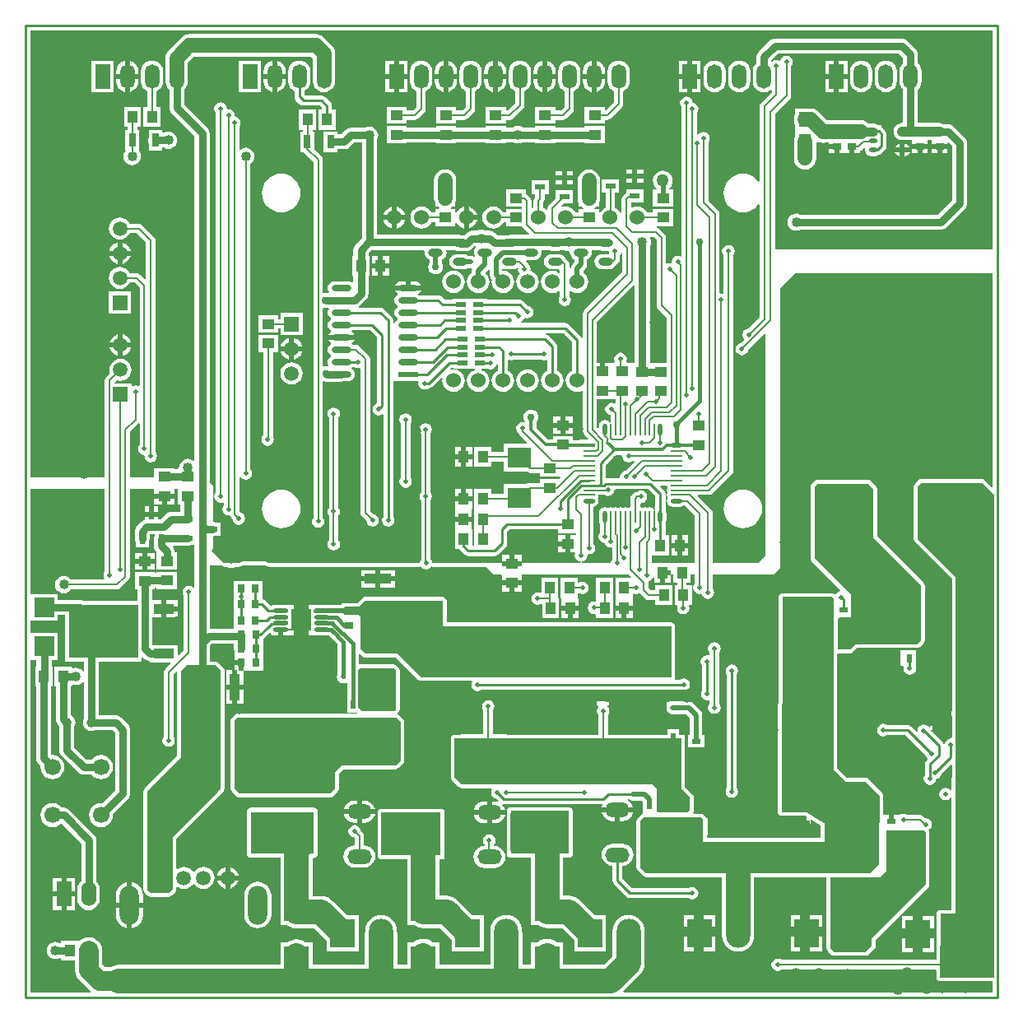
<source format=gtl>
%FSLAX25Y25*%
%MOIN*%
G70*
G01*
G75*
G04 Layer_Physical_Order=1*
G04 Layer_Color=255*
%ADD10R,0.02559X0.05315*%
%ADD11R,0.14410X0.09843*%
%ADD12R,0.14410X0.07874*%
%ADD13R,0.01969X0.06299*%
%ADD14R,0.03543X0.02126*%
%ADD15R,0.09843X0.14410*%
%ADD16R,0.07874X0.14410*%
%ADD17R,0.06299X0.01969*%
%ADD18R,0.02126X0.03543*%
%ADD19R,0.03937X0.05118*%
%ADD20R,0.05118X0.03937*%
%ADD21R,0.05000X0.06000*%
%ADD22O,0.05906X0.03150*%
%ADD23R,0.04000X0.01969*%
%ADD24R,0.10000X0.07500*%
%ADD25O,0.09843X0.05906*%
%ADD26R,0.08661X0.07087*%
%ADD27R,0.09843X0.15748*%
%ADD28R,0.08000X0.02400*%
%ADD29O,0.08000X0.02400*%
%ADD30R,0.09449X0.08268*%
%ADD31R,0.07874X0.07874*%
%ADD32R,0.03347X0.02756*%
%ADD33R,0.02756X0.03347*%
%ADD34R,0.07087X0.03937*%
%ADD35R,0.03937X0.10630*%
%ADD36R,0.10630X0.03937*%
%ADD37R,0.03937X0.02362*%
%ADD38R,0.02362X0.03937*%
%ADD39O,0.00984X0.04724*%
%ADD40O,0.04724X0.00984*%
%ADD41O,0.04724X0.01772*%
%ADD42O,0.01772X0.04724*%
%ADD43R,0.04724X0.01772*%
%ADD44O,0.03543X0.01969*%
%ADD45R,0.03543X0.01969*%
%ADD46O,0.03543X0.01969*%
%ADD47R,0.17716X0.15748*%
%ADD48R,0.15748X0.17716*%
%ADD49R,0.27953X0.21654*%
%ADD50R,0.08268X0.03937*%
%ADD51R,0.07559X0.25590*%
%ADD52R,0.21654X0.25197*%
%ADD53R,0.03937X0.10827*%
%ADD54O,0.06299X0.01772*%
%ADD55R,0.08071X0.09055*%
%ADD56C,0.01000*%
%ADD57C,0.00800*%
%ADD58C,0.02000*%
%ADD59C,0.01200*%
%ADD60C,0.03000*%
%ADD61C,0.04000*%
%ADD62C,0.03500*%
%ADD63C,0.06000*%
%ADD64C,0.01500*%
%ADD65C,0.10000*%
%ADD66C,0.08000*%
%ADD67R,0.14500X0.04200*%
%ADD68R,0.04100X0.17800*%
%ADD69R,0.17100X0.04200*%
%ADD70R,0.04400X0.22500*%
%ADD71R,0.04100X0.19500*%
%ADD72R,0.16800X0.04200*%
%ADD73R,0.02437X0.03577*%
%ADD74R,0.23300X0.07400*%
%ADD75R,0.16351X0.07500*%
%ADD76R,0.55500X0.04751*%
%ADD77R,0.07912X0.15875*%
%ADD78R,0.05600X0.05100*%
%ADD79R,0.40000X0.08400*%
%ADD80R,0.28400X0.16700*%
%ADD81R,0.07300X0.03700*%
%ADD82R,0.08300X0.49900*%
%ADD83R,0.03900X0.06100*%
%ADD84R,0.08664X0.44500*%
%ADD85R,0.16500X0.07900*%
%ADD86R,0.06000X0.16300*%
%ADD87R,0.23600X0.17400*%
%ADD88R,0.25624X0.17093*%
%ADD89R,0.24100X0.17400*%
%ADD90C,0.06000*%
%ADD91O,0.06000X0.10000*%
%ADD92R,0.06000X0.10000*%
%ADD93O,0.05906X0.09843*%
%ADD94R,0.05906X0.09843*%
%ADD95C,0.06693*%
%ADD96R,0.05906X0.05906*%
%ADD97C,0.05906*%
%ADD98C,0.03937*%
%ADD99O,0.07874X0.15748*%
%ADD100O,0.09843X0.11811*%
%ADD101R,0.09843X0.11811*%
%ADD102C,0.02000*%
%ADD103C,0.03000*%
%ADD104C,0.04000*%
%ADD105C,0.05000*%
%ADD106C,0.02598*%
G36*
X159011Y-174328D02*
X158982Y-174469D01*
X159176Y-175444D01*
X159729Y-176271D01*
X160556Y-176824D01*
X161531Y-177018D01*
X162507Y-176824D01*
X163132Y-176406D01*
X163701D01*
X163893Y-176868D01*
X160362Y-180398D01*
X159625Y-180545D01*
X158798Y-181098D01*
X158245Y-181924D01*
X158051Y-182900D01*
X158106Y-183174D01*
X157788Y-183561D01*
X152365D01*
X152364Y-183561D01*
X152239Y-183458D01*
Y-178145D01*
X156443Y-173941D01*
X158693D01*
X159011Y-174328D01*
D02*
G37*
G36*
X-3700Y-261100D02*
Y-309200D01*
X-5200Y-310800D01*
X-23100Y-328700D01*
Y-349900D01*
X-24600Y-351400D01*
X-32200D01*
X-33400Y-350200D01*
Y-310200D01*
X-19700Y-296500D01*
Y-261500D01*
X-17300Y-259100D01*
X-5900D01*
X-5800Y-259000D01*
X-3700Y-261100D01*
D02*
G37*
G36*
X-21059Y-194043D02*
X-20026D01*
Y-196974D01*
X-23700D01*
X-24483Y-197077D01*
X-24999Y-197291D01*
X-25213Y-197380D01*
X-25840Y-197860D01*
X-28053Y-200074D01*
X-28882D01*
Y-199158D01*
X-34244D01*
Y-200159D01*
X-34292Y-200165D01*
X-34383Y-200177D01*
X-34597Y-200266D01*
X-35113Y-200480D01*
X-35467Y-200752D01*
X-35740Y-200960D01*
X-35740Y-200960D01*
X-37640Y-202860D01*
X-38120Y-203487D01*
X-38209Y-203701D01*
X-38423Y-204217D01*
X-38526Y-205000D01*
Y-208000D01*
X-38423Y-208783D01*
X-38181Y-209367D01*
Y-211469D01*
X-32819D01*
Y-209367D01*
X-32577Y-208783D01*
X-32474Y-208000D01*
Y-206253D01*
X-32347Y-206126D01*
X-30307D01*
Y-206633D01*
X-30335Y-206701D01*
X-30549Y-207217D01*
X-30652Y-208000D01*
Y-210874D01*
X-30549Y-211657D01*
X-30335Y-212173D01*
X-30246Y-212387D01*
X-29766Y-213014D01*
X-29468Y-213311D01*
X-29559Y-213531D01*
X-29559D01*
X-29559Y-213531D01*
Y-220468D01*
X-21441D01*
Y-213531D01*
X-22474D01*
Y-213000D01*
X-22474Y-213000D01*
X-22526Y-212608D01*
X-22577Y-212217D01*
X-22791Y-211701D01*
X-22880Y-211487D01*
X-22986Y-211348D01*
X-22765Y-210900D01*
X-17000D01*
X-16217Y-210797D01*
X-15633Y-210555D01*
X-14226D01*
Y-227692D01*
X-14704Y-227837D01*
X-14798Y-227698D01*
X-15624Y-227145D01*
X-16600Y-226951D01*
X-17575Y-227145D01*
X-18402Y-227698D01*
X-18955Y-228524D01*
X-19149Y-229500D01*
X-18955Y-230475D01*
X-18737Y-230801D01*
Y-253198D01*
X-20678Y-255139D01*
X-21140Y-254947D01*
Y-250987D01*
X-31274D01*
Y-239813D01*
X-27774D01*
Y-236346D01*
Y-232876D01*
X-31274D01*
Y-228443D01*
X-30341D01*
Y-227900D01*
X-29559D01*
Y-228343D01*
X-21441D01*
Y-221406D01*
X-29559D01*
Y-221848D01*
X-30341D01*
Y-221505D01*
X-38459D01*
Y-228443D01*
X-37326D01*
Y-233073D01*
X-59527D01*
X-60000Y-232877D01*
X-60783Y-232774D01*
X-69763D01*
Y-230363D01*
X-80637D01*
D01*
X-80637D01*
X-80638Y-230362D01*
Y-187900D01*
X-50590D01*
Y-221178D01*
X-50955Y-221725D01*
X-51149Y-222700D01*
X-50955Y-223675D01*
X-50657Y-224122D01*
X-50892Y-224563D01*
X-64275D01*
X-64704Y-224004D01*
X-65435Y-223443D01*
X-66286Y-223090D01*
X-67200Y-222970D01*
X-68114Y-223090D01*
X-68965Y-223443D01*
X-69696Y-224004D01*
X-70257Y-224735D01*
X-70610Y-225586D01*
X-70730Y-226500D01*
X-70610Y-227414D01*
X-70257Y-228265D01*
X-69696Y-228996D01*
X-68965Y-229557D01*
X-68114Y-229910D01*
X-67200Y-230030D01*
X-66286Y-229910D01*
X-65435Y-229557D01*
X-64704Y-228996D01*
X-64275Y-228437D01*
X-45600D01*
X-44859Y-228290D01*
X-44230Y-227870D01*
X-41030Y-224670D01*
X-40610Y-224041D01*
X-40463Y-223300D01*
X-40463Y-223300D01*
X-40463Y-223300D01*
Y-223300D01*
Y-207500D01*
Y-187900D01*
X-30559D01*
Y-189700D01*
X-22441D01*
Y-187900D01*
X-21059D01*
Y-194043D01*
D02*
G37*
G36*
X308984Y-186768D02*
X308523Y-186960D01*
X305781Y-184219D01*
X305285Y-183887D01*
X304700Y-183771D01*
X280000D01*
X279415Y-183887D01*
X278919Y-184219D01*
X277519Y-185619D01*
X277187Y-186115D01*
X277071Y-186700D01*
Y-208000D01*
X277187Y-208585D01*
X277519Y-209081D01*
X292570Y-224133D01*
X292491Y-277542D01*
X292390Y-277786D01*
X292270Y-278700D01*
X292390Y-279614D01*
X292488Y-279850D01*
X292475Y-288552D01*
X292088Y-288869D01*
X292000Y-288851D01*
X291024Y-289045D01*
X290198Y-289598D01*
X289645Y-290424D01*
X289536Y-290972D01*
X289036D01*
X289011Y-290847D01*
X288569Y-290185D01*
X288569Y-290185D01*
X283807Y-285423D01*
X283916Y-285315D01*
D01*
D01*
X283916D01*
Y-285315D01*
X286205D01*
Y-279500D01*
X283736D01*
Y-284184D01*
X283258Y-284329D01*
X282902Y-283798D01*
X282076Y-283245D01*
X281100Y-283051D01*
X280124Y-283245D01*
X279298Y-283798D01*
X278745Y-284625D01*
X278551Y-285600D01*
X278598Y-285838D01*
X278157Y-286073D01*
X276042Y-283958D01*
X275380Y-283516D01*
X274600Y-283361D01*
X266148D01*
X265675Y-283045D01*
X264700Y-282851D01*
X263724Y-283045D01*
X262898Y-283598D01*
X262345Y-284424D01*
X262151Y-285400D01*
X262345Y-286375D01*
X262898Y-287202D01*
X263724Y-287755D01*
X264700Y-287949D01*
X265675Y-287755D01*
X266148Y-287439D01*
X273755D01*
X281938Y-295622D01*
X281998Y-295923D01*
X282550Y-296750D01*
X282592Y-296778D01*
X282641Y-297275D01*
X282158Y-297758D01*
X281716Y-298420D01*
X281561Y-299200D01*
Y-303652D01*
X281245Y-304124D01*
X281051Y-305100D01*
X281245Y-306076D01*
X281798Y-306902D01*
X282625Y-307455D01*
X283600Y-307649D01*
X284576Y-307455D01*
X285402Y-306902D01*
X285955Y-306076D01*
X286111Y-305293D01*
X286697Y-305176D01*
X287524Y-304624D01*
X288076Y-303797D01*
X288187Y-303239D01*
X291997Y-299429D01*
X292459Y-299621D01*
X292444Y-309672D01*
X291966Y-309817D01*
X291732Y-309468D01*
X290905Y-308915D01*
X289930Y-308721D01*
X288954Y-308915D01*
X288127Y-309468D01*
X287575Y-310295D01*
X287381Y-311270D01*
X287575Y-312246D01*
X288127Y-313073D01*
X288954Y-313625D01*
X289930Y-313819D01*
X290905Y-313625D01*
X291732Y-313073D01*
X291961Y-312730D01*
X292440Y-312876D01*
X292373Y-358271D01*
X287800D01*
X287512Y-358328D01*
X287221Y-358384D01*
X287218Y-358386D01*
X287215Y-358387D01*
X286970Y-358551D01*
X286724Y-358714D01*
X286722Y-358717D01*
X286719Y-358719D01*
X286555Y-358963D01*
X286390Y-359208D01*
X286389Y-359212D01*
X286387Y-359215D01*
X286330Y-359504D01*
X286271Y-359793D01*
X286184Y-378563D01*
X223601D01*
X222975Y-378145D01*
X222000Y-377951D01*
X221024Y-378145D01*
X220198Y-378698D01*
X219645Y-379524D01*
X219451Y-380500D01*
X219645Y-381475D01*
X220198Y-382302D01*
X221024Y-382855D01*
X222000Y-383049D01*
X222975Y-382855D01*
X223601Y-382437D01*
X285811D01*
X286164Y-382792D01*
X286151Y-385593D01*
X286152Y-385596D01*
X286151Y-385600D01*
X286209Y-385890D01*
X286265Y-386179D01*
X286267Y-386182D01*
X286268Y-386185D01*
X286432Y-386431D01*
X286594Y-386676D01*
X286597Y-386678D01*
X286599Y-386681D01*
X286845Y-386845D01*
X287089Y-387010D01*
X287092Y-387011D01*
X287095Y-387013D01*
X287385Y-387070D01*
X287673Y-387129D01*
X287677Y-387129D01*
X287681Y-387129D01*
X308984D01*
Y-391662D01*
X159628D01*
X159437Y-391200D01*
X166118Y-384518D01*
X166931Y-383529D01*
X166931Y-383529D01*
X166931Y-383529D01*
X167534Y-382400D01*
X167906Y-381174D01*
X168031Y-379900D01*
Y-367700D01*
X167952Y-366897D01*
Y-366716D01*
X167828Y-365457D01*
X167461Y-364247D01*
X166865Y-363131D01*
X166062Y-362153D01*
X165085Y-361351D01*
X163969Y-360755D01*
X162759Y-360387D01*
X161500Y-360263D01*
X160241Y-360387D01*
X159031Y-360755D01*
X157915Y-361351D01*
X156938Y-362153D01*
X156135Y-363131D01*
X155539Y-364247D01*
X155172Y-365457D01*
X155048Y-366716D01*
Y-366897D01*
X154969Y-367700D01*
Y-377195D01*
X151595Y-380569D01*
X135029D01*
Y-376600D01*
X134997Y-376281D01*
Y-371350D01*
X132346D01*
X132126Y-371169D01*
X130997Y-370566D01*
X129771Y-370194D01*
X128497Y-370069D01*
X127223Y-370194D01*
X125998Y-370566D01*
X124869Y-371169D01*
X124648Y-371350D01*
X121997D01*
Y-376281D01*
X121966Y-376600D01*
Y-380569D01*
X118531D01*
Y-367700D01*
X118452Y-366897D01*
Y-366716D01*
X118328Y-365457D01*
X117961Y-364247D01*
X117365Y-363131D01*
X116562Y-362153D01*
X115585Y-361351D01*
X114469Y-360755D01*
X113259Y-360387D01*
X112000Y-360263D01*
X110741Y-360387D01*
X109531Y-360755D01*
X108415Y-361351D01*
X107438Y-362153D01*
X106635Y-363131D01*
X106039Y-364247D01*
X105672Y-365457D01*
X105548Y-366716D01*
Y-366897D01*
X105469Y-367700D01*
Y-380569D01*
X84880D01*
Y-376600D01*
X84849Y-376281D01*
Y-371350D01*
X82197D01*
X81977Y-371169D01*
X80848Y-370566D01*
X79623Y-370194D01*
X78349Y-370069D01*
X77074Y-370194D01*
X75849Y-370566D01*
X74720Y-371169D01*
X74500Y-371350D01*
X71849D01*
Y-376281D01*
X71817Y-376600D01*
Y-380569D01*
X67831D01*
Y-367800D01*
X67752Y-366997D01*
Y-366816D01*
X67628Y-365557D01*
X67261Y-364347D01*
X66665Y-363231D01*
X65863Y-362253D01*
X64885Y-361451D01*
X63769Y-360855D01*
X62559Y-360487D01*
X61300Y-360363D01*
X60041Y-360487D01*
X58831Y-360855D01*
X57715Y-361451D01*
X56738Y-362253D01*
X55935Y-363231D01*
X55339Y-364347D01*
X54972Y-365557D01*
X54848Y-366816D01*
Y-366997D01*
X54769Y-367800D01*
Y-380569D01*
X33531D01*
Y-376700D01*
X33500Y-376381D01*
Y-371450D01*
X30849D01*
X30629Y-371269D01*
X29500Y-370666D01*
X28274Y-370294D01*
X27000Y-370169D01*
X25726Y-370294D01*
X24500Y-370666D01*
X23371Y-371269D01*
X23151Y-371450D01*
X20500D01*
Y-376381D01*
X20469Y-376700D01*
Y-380569D01*
X-45000D01*
X-46274Y-380694D01*
X-47499Y-381066D01*
X-48410Y-381553D01*
X-50302D01*
X-51552Y-380302D01*
Y-374900D01*
X-51742Y-373464D01*
X-52296Y-372126D01*
X-53177Y-370977D01*
X-53457Y-370762D01*
Y-370641D01*
X-53616D01*
X-54326Y-370096D01*
X-55664Y-369542D01*
X-57100Y-369353D01*
X-58536Y-369542D01*
X-59874Y-370096D01*
X-60883Y-370870D01*
X-61331Y-370649D01*
Y-370641D01*
X-68269D01*
Y-371674D01*
X-68794D01*
X-68835Y-371643D01*
X-69686Y-371290D01*
X-70600Y-371170D01*
X-71514Y-371290D01*
X-72365Y-371643D01*
X-73096Y-372204D01*
X-73657Y-372935D01*
X-74010Y-373786D01*
X-74130Y-374700D01*
X-74010Y-375614D01*
X-73657Y-376465D01*
X-73096Y-377196D01*
X-72365Y-377757D01*
X-71514Y-378110D01*
X-70600Y-378230D01*
X-69686Y-378110D01*
X-68835Y-377757D01*
X-68794Y-377726D01*
X-68269D01*
Y-378759D01*
X-62647D01*
Y-382600D01*
X-62458Y-384036D01*
X-61904Y-385374D01*
X-61023Y-386523D01*
X-56523Y-391023D01*
X-56523Y-391023D01*
X-56523D01*
X-56523Y-391023D01*
X-56523D01*
X-56523Y-391023D01*
Y-391023D01*
Y-391023D01*
D01*
D01*
X-56523D01*
Y-391023D01*
X-56307Y-391188D01*
X-56468Y-391662D01*
X-80638D01*
Y-256985D01*
X-80638Y-256985D01*
X-80637D01*
X-80382Y-256985D01*
X-80285Y-256985D01*
X-80285Y-256985D01*
Y-256985D01*
X-78226D01*
Y-259741D01*
X-78768D01*
Y-267859D01*
X-78326D01*
Y-296900D01*
X-78223Y-297683D01*
X-78009Y-298199D01*
X-77921Y-298413D01*
X-77440Y-299040D01*
X-76617Y-299862D01*
X-76688Y-300400D01*
X-76522Y-301665D01*
X-76033Y-302844D01*
X-75257Y-303856D01*
X-74244Y-304633D01*
X-73065Y-305122D01*
X-71800Y-305288D01*
X-70535Y-305122D01*
X-69356Y-304633D01*
X-68344Y-303856D01*
X-67567Y-302844D01*
X-67078Y-301665D01*
X-66912Y-300400D01*
X-67078Y-299135D01*
X-67567Y-297956D01*
X-68344Y-296943D01*
X-69356Y-296167D01*
X-70535Y-295678D01*
X-71800Y-295512D01*
X-71898Y-295525D01*
X-72274Y-295195D01*
Y-267859D01*
X-71832D01*
Y-259741D01*
X-72174D01*
Y-256985D01*
X-69763D01*
Y-246111D01*
X-80285D01*
X-80285Y-246111D01*
Y-246111D01*
X-80637Y-246111D01*
X-80638Y-246110D01*
Y-241237D01*
X-80637D01*
Y-241237D01*
X-69763D01*
Y-238826D01*
X-66660D01*
Y-257727D01*
X-59026D01*
Y-261440D01*
X-59499Y-261600D01*
X-59804Y-261204D01*
X-60535Y-260643D01*
X-61386Y-260290D01*
X-62300Y-260170D01*
X-63214Y-260290D01*
X-63542Y-260426D01*
X-63958Y-260148D01*
Y-259741D01*
X-70894D01*
Y-267859D01*
X-70452D01*
Y-280974D01*
X-70349Y-281757D01*
X-70135Y-282273D01*
X-70047Y-282487D01*
X-69566Y-283114D01*
X-69380Y-283299D01*
X-69379Y-283306D01*
X-69030Y-284149D01*
X-69026Y-284154D01*
Y-293600D01*
X-68923Y-294383D01*
X-68709Y-294899D01*
X-68621Y-295113D01*
X-68140Y-295740D01*
X-61340Y-302540D01*
X-60713Y-303021D01*
X-59983Y-303323D01*
X-59983Y-303323D01*
X-59983Y-303323D01*
D01*
X-59983Y-303323D01*
X-59983Y-303323D01*
X-59200Y-303426D01*
X-55902D01*
X-55572Y-303856D01*
X-54559Y-304633D01*
X-53380Y-305122D01*
X-52115Y-305288D01*
X-50850Y-305122D01*
X-49671Y-304633D01*
X-48658Y-303856D01*
X-47882Y-302844D01*
X-47393Y-301665D01*
X-47227Y-300400D01*
X-47393Y-299135D01*
X-47882Y-297956D01*
X-48658Y-296943D01*
X-49671Y-296167D01*
X-50850Y-295678D01*
X-52115Y-295512D01*
X-53380Y-295678D01*
X-54559Y-296167D01*
X-55572Y-296943D01*
X-55902Y-297374D01*
X-57947D01*
X-62974Y-292347D01*
Y-284154D01*
X-62970Y-284149D01*
X-62621Y-283306D01*
X-62502Y-282400D01*
X-62621Y-281494D01*
X-62970Y-280651D01*
X-63526Y-279926D01*
X-64251Y-279370D01*
X-64400Y-279308D01*
Y-267859D01*
X-63958D01*
Y-267252D01*
X-63542Y-266974D01*
X-63214Y-267110D01*
X-62300Y-267230D01*
X-61386Y-267110D01*
X-60535Y-266757D01*
X-59804Y-266196D01*
X-59499Y-265799D01*
X-59026Y-265960D01*
Y-280646D01*
X-59030Y-280651D01*
X-59379Y-281494D01*
X-59498Y-282400D01*
X-59379Y-283306D01*
X-59030Y-284149D01*
X-58474Y-284874D01*
X-57749Y-285430D01*
X-56906Y-285779D01*
X-56000Y-285898D01*
X-55094Y-285779D01*
X-54251Y-285430D01*
X-54246Y-285426D01*
X-47453D01*
X-46326Y-286553D01*
Y-309832D01*
X-51577Y-315083D01*
X-52115Y-315012D01*
X-53380Y-315178D01*
X-54559Y-315667D01*
X-55572Y-316443D01*
X-56348Y-317456D01*
X-56837Y-318635D01*
X-57003Y-319900D01*
X-56837Y-321165D01*
X-56348Y-322344D01*
X-55572Y-323357D01*
X-54559Y-324133D01*
X-53380Y-324622D01*
X-52115Y-324788D01*
X-50850Y-324622D01*
X-49671Y-324133D01*
X-48658Y-323357D01*
X-47882Y-322344D01*
X-47393Y-321165D01*
X-47227Y-319900D01*
X-47298Y-319362D01*
X-41160Y-313225D01*
X-40679Y-312598D01*
X-40377Y-311868D01*
X-40274Y-311085D01*
Y-285300D01*
X-40377Y-284517D01*
X-40591Y-284001D01*
X-40679Y-283787D01*
X-41160Y-283160D01*
X-44060Y-280260D01*
X-44687Y-279780D01*
X-44901Y-279691D01*
X-45417Y-279477D01*
X-46200Y-279374D01*
X-52974D01*
Y-257727D01*
X-35707D01*
Y-255925D01*
X-35245Y-255734D01*
X-34384Y-256595D01*
X-33758Y-257076D01*
X-33028Y-257378D01*
X-32712Y-257420D01*
X-32408Y-257460D01*
Y-257924D01*
X-24117D01*
X-23925Y-258386D01*
X-26170Y-260630D01*
X-26590Y-261259D01*
X-26737Y-262000D01*
Y-287999D01*
X-27155Y-288625D01*
X-27349Y-289600D01*
X-27155Y-290576D01*
X-26602Y-291402D01*
X-25776Y-291955D01*
X-24800Y-292149D01*
X-23824Y-291955D01*
X-22998Y-291402D01*
X-22445Y-290576D01*
X-22251Y-289600D01*
X-22445Y-288625D01*
X-22863Y-287999D01*
Y-262802D01*
X-21691Y-261631D01*
X-21229Y-261822D01*
Y-295866D01*
X-34481Y-309119D01*
X-34813Y-309615D01*
X-34929Y-310200D01*
Y-350200D01*
X-34813Y-350785D01*
X-34481Y-351281D01*
X-33281Y-352481D01*
X-32785Y-352813D01*
X-32200Y-352929D01*
X-24600D01*
X-24015Y-352813D01*
X-23519Y-352481D01*
X-22019Y-350981D01*
X-21687Y-350485D01*
X-21571Y-349900D01*
Y-349166D01*
X-21122Y-348945D01*
X-20803Y-349189D01*
X-19720Y-349638D01*
X-18557Y-349791D01*
X-17395Y-349638D01*
X-16312Y-349189D01*
X-15382Y-348476D01*
X-14871Y-347809D01*
X-14370D01*
X-13859Y-348476D01*
X-12929Y-349189D01*
X-11846Y-349638D01*
X-10684Y-349791D01*
X-9521Y-349638D01*
X-8438Y-349189D01*
X-7508Y-348476D01*
X-6794Y-347546D01*
X-6345Y-346462D01*
X-6192Y-345300D01*
X-6345Y-344138D01*
X-6794Y-343054D01*
X-7508Y-342124D01*
X-8438Y-341410D01*
X-9521Y-340962D01*
X-10684Y-340809D01*
X-11846Y-340962D01*
X-12929Y-341410D01*
X-13859Y-342124D01*
X-14370Y-342791D01*
X-14871D01*
X-15382Y-342124D01*
X-16312Y-341410D01*
X-17395Y-340962D01*
X-18557Y-340809D01*
X-19720Y-340962D01*
X-20803Y-341410D01*
X-21122Y-341655D01*
X-21571Y-341434D01*
Y-329333D01*
X-4119Y-311881D01*
X-4105Y-311861D01*
X-4084Y-311846D01*
X-2584Y-310246D01*
X-2439Y-310013D01*
X-2287Y-309785D01*
X-2282Y-309761D01*
X-2269Y-309739D01*
X-2224Y-309469D01*
X-2171Y-309200D01*
Y-261100D01*
X-2287Y-260515D01*
X-2619Y-260019D01*
X-4719Y-257919D01*
X-5215Y-257587D01*
X-5800Y-257471D01*
X-6303Y-257571D01*
X-8174D01*
Y-251453D01*
X-7247Y-250526D01*
X1680D01*
Y-252300D01*
X1783Y-253083D01*
X1828Y-253191D01*
Y-255027D01*
X1822D01*
Y-257200D01*
X4701D01*
Y-258199D01*
X5700D01*
Y-261373D01*
X7578D01*
Y-261373D01*
X7578D01*
X7578Y-261373D01*
X7728D01*
Y-261373D01*
X13484D01*
Y-255473D01*
X13489D01*
Y-249973D01*
X13489D01*
Y-248478D01*
X13842Y-248242D01*
X13842Y-248242D01*
X13842Y-248242D01*
X15961Y-246123D01*
X16458Y-246172D01*
X16650Y-246459D01*
X17439Y-246986D01*
X18370Y-247171D01*
X19634D01*
Y-244738D01*
X21634D01*
Y-247171D01*
X22898D01*
X23829Y-246986D01*
X23916Y-246928D01*
X28000D01*
Y-240901D01*
Y-234872D01*
X23916D01*
X23829Y-234814D01*
X22898Y-234629D01*
X18370D01*
X17439Y-234814D01*
X17128Y-235022D01*
X16506D01*
X14542Y-233058D01*
X13880Y-232616D01*
X13284Y-232497D01*
Y-231327D01*
D01*
Y-231327D01*
X13284Y-231327D01*
Y-231273D01*
X13284D01*
Y-224927D01*
X7528D01*
D01*
D01*
X7528Y-224927D01*
X7378D01*
Y-224927D01*
X1622D01*
Y-231273D01*
X1622Y-231273D01*
X1622Y-231327D01*
X1622D01*
Y-237673D01*
X1622D01*
Y-237921D01*
X1616Y-237927D01*
X1616D01*
Y-244273D01*
D01*
Y-244273D01*
X1416Y-244474D01*
X-8174D01*
Y-218700D01*
X-3417D01*
X-3311Y-218771D01*
X-3204Y-218878D01*
X-3086Y-218956D01*
X-2947Y-219014D01*
X-2940Y-219019D01*
X-2931Y-219021D01*
X-2858Y-219051D01*
X-2690Y-219121D01*
X-2682Y-219125D01*
X-2674Y-219127D01*
X-2535Y-219185D01*
X-2396Y-219212D01*
X-2245D01*
X-2097Y-219242D01*
X-1185D01*
X-1165Y-219257D01*
X-314Y-219610D01*
X600Y-219730D01*
X1514Y-219610D01*
X2365Y-219257D01*
X2385Y-219242D01*
X3882D01*
X4029Y-219212D01*
X4180D01*
X4319Y-219185D01*
X4458Y-219127D01*
X4467Y-219125D01*
X4474Y-219121D01*
X4871Y-218956D01*
X5113Y-218794D01*
X5195Y-218760D01*
X5210Y-218750D01*
X5248Y-218713D01*
X5248Y-218712D01*
X5267Y-218700D01*
X5267Y-218700D01*
X13945D01*
X14059Y-218715D01*
X14059Y-218715D01*
X14060Y-218715D01*
X14060Y-218715D01*
X14109Y-218722D01*
X14155Y-218738D01*
X14156Y-218738D01*
X14156Y-218738D01*
X14255Y-218751D01*
X14256Y-218751D01*
X14256Y-218751D01*
X14348Y-218789D01*
X14349Y-218789D01*
X14349Y-218789D01*
X14397Y-218799D01*
X14443Y-218818D01*
X14443Y-218818D01*
X14443Y-218818D01*
X14477Y-218832D01*
X14518Y-218859D01*
X14610Y-218897D01*
X14611Y-218898D01*
X14627Y-218910D01*
X14627Y-218910D01*
X14627Y-218911D01*
X14638Y-218916D01*
X14702Y-218965D01*
X14735Y-218981D01*
X14735Y-218981D01*
X14774Y-219011D01*
X14865Y-219056D01*
X14931Y-219074D01*
X14994Y-219116D01*
X15065Y-219130D01*
X15139Y-219168D01*
X15151Y-219169D01*
X15163Y-219174D01*
X15184Y-219180D01*
X15354Y-219191D01*
X15382Y-219203D01*
X15430Y-219212D01*
X15480D01*
X15579Y-219232D01*
X15680D01*
X15729Y-219242D01*
X76968D01*
X77116Y-219212D01*
X77267D01*
X77400Y-219157D01*
X77698Y-219602D01*
X78525Y-220155D01*
X79500Y-220349D01*
X80475Y-220155D01*
X81302Y-219602D01*
X81600Y-219157D01*
X81733Y-219212D01*
X81830D01*
X81923Y-219238D01*
X81978Y-219231D01*
X82032Y-219242D01*
X103942D01*
X107100Y-222400D01*
X107200Y-222300D01*
X109887D01*
X110241Y-222654D01*
Y-224900D01*
X118359D01*
Y-222654D01*
X118359Y-222654D01*
D01*
D01*
X118359Y-222431D01*
D01*
X118491Y-222300D01*
X161460D01*
X162540Y-223379D01*
X162348Y-223841D01*
X156231D01*
Y-231959D01*
Y-234974D01*
X163169D01*
Y-231959D01*
Y-230378D01*
X163555Y-230061D01*
X164500Y-230249D01*
X165475Y-230055D01*
X166013Y-229696D01*
X166330Y-230170D01*
X168330Y-232170D01*
X168959Y-232590D01*
X169700Y-232737D01*
X172332D01*
Y-234859D01*
X179269D01*
Y-226741D01*
X172332D01*
Y-228863D01*
X170502D01*
X169637Y-227998D01*
Y-225800D01*
X169539Y-225308D01*
X169508Y-225148D01*
X169975Y-225055D01*
X170802Y-224502D01*
X171353Y-223678D01*
X171832Y-223823D01*
Y-225859D01*
X174300D01*
Y-221799D01*
X175299D01*
Y-220800D01*
X178769D01*
Y-222300D01*
X179706D01*
Y-225859D01*
X181237D01*
Y-226741D01*
X180206D01*
Y-234859D01*
X180953D01*
X181270Y-235246D01*
X181125Y-235974D01*
X181319Y-236949D01*
X181872Y-237776D01*
X182699Y-238329D01*
X183674Y-238523D01*
X184650Y-238329D01*
X185476Y-237776D01*
X186029Y-236949D01*
X186223Y-235974D01*
X186029Y-234999D01*
X186103Y-234859D01*
X187143D01*
Y-226741D01*
X185111D01*
Y-225859D01*
X186643D01*
Y-222300D01*
X188263D01*
Y-226099D01*
X187845Y-226725D01*
X187651Y-227700D01*
X187845Y-228676D01*
X188398Y-229502D01*
X189225Y-230055D01*
X190200Y-230249D01*
X190873Y-230115D01*
X191289Y-230393D01*
X191345Y-230676D01*
X191898Y-231502D01*
X192725Y-232055D01*
X193700Y-232249D01*
X194676Y-232055D01*
X195502Y-231502D01*
X196055Y-230676D01*
X196249Y-229700D01*
X196055Y-228725D01*
X195637Y-228099D01*
Y-222300D01*
X220200D01*
X221800Y-220700D01*
X222900Y-219600D01*
Y-211400D01*
Y-106700D01*
X225100Y-104500D01*
X229200Y-100400D01*
X308984D01*
Y-186768D01*
D02*
G37*
G36*
X156282Y-152987D02*
X155841Y-153222D01*
X155576Y-153045D01*
X154600Y-152851D01*
X153624Y-153045D01*
X152798Y-153598D01*
X152245Y-154425D01*
X152051Y-155400D01*
X152245Y-156376D01*
X152798Y-157202D01*
X153624Y-157755D01*
X154362Y-157902D01*
X154390Y-157929D01*
Y-159715D01*
X154358Y-159740D01*
X154389Y-159747D01*
Y-161300D01*
X154323Y-161633D01*
X154244Y-161234D01*
X153716Y-160445D01*
X153358Y-160206D01*
Y-160044D01*
X153237Y-160125D01*
X152927Y-159918D01*
X151996Y-159733D01*
X151065Y-159918D01*
X150276Y-160445D01*
X149749Y-161234D01*
X149564Y-162165D01*
Y-163035D01*
X149202Y-163185D01*
X148786Y-162907D01*
Y-153300D01*
Y-151469D01*
X155159D01*
Y-151443D01*
X156282D01*
Y-152987D01*
D02*
G37*
G36*
X99682Y-89549D02*
X99750Y-89751D01*
X99729Y-89767D01*
X99236Y-90409D01*
X98926Y-91157D01*
X98821Y-91960D01*
X98926Y-92763D01*
X99218Y-93466D01*
X98831Y-93783D01*
X98475Y-93545D01*
X97500Y-93351D01*
X96768D01*
X96329Y-93014D01*
X95581Y-92704D01*
X94778Y-92599D01*
X92022D01*
X91219Y-92704D01*
X90471Y-93014D01*
X89829Y-93507D01*
X89336Y-94149D01*
X89026Y-94897D01*
X88921Y-95700D01*
X89026Y-96503D01*
X89336Y-97251D01*
X89829Y-97893D01*
X90471Y-98386D01*
X91219Y-98696D01*
X92022Y-98801D01*
X94778D01*
X95581Y-98696D01*
X96176Y-98449D01*
X97500D01*
X97891Y-98371D01*
X98244Y-98725D01*
X98100Y-99451D01*
Y-100184D01*
X97439Y-100691D01*
X96718Y-101631D01*
X96265Y-102725D01*
X96110Y-103900D01*
X96265Y-105075D01*
X96718Y-106169D01*
X97439Y-107109D01*
X98379Y-107831D01*
X99474Y-108284D01*
X100649Y-108439D01*
X101823Y-108284D01*
X102918Y-107831D01*
X103858Y-107109D01*
X104579Y-106169D01*
X105033Y-105075D01*
X105188Y-103900D01*
X105033Y-102725D01*
X104579Y-101631D01*
X103858Y-100691D01*
X103682Y-100555D01*
X103649Y-100056D01*
X104889Y-98816D01*
X105351Y-99007D01*
Y-101151D01*
X105545Y-102127D01*
X106098Y-102954D01*
X106219Y-103075D01*
X106110Y-103900D01*
X106265Y-105075D01*
X106718Y-106169D01*
X107439Y-107109D01*
X108379Y-107831D01*
X109474Y-108284D01*
X110649Y-108439D01*
X111823Y-108284D01*
X112918Y-107831D01*
X113858Y-107109D01*
X114579Y-106169D01*
X115033Y-105075D01*
X115188Y-103900D01*
X115033Y-102725D01*
X114579Y-101631D01*
X113858Y-100691D01*
X112918Y-99969D01*
X111823Y-99516D01*
X110649Y-99361D01*
X110449Y-99186D01*
Y-98868D01*
X110865Y-98590D01*
X111119Y-98696D01*
X111922Y-98801D01*
X114678D01*
X115481Y-98696D01*
X116229Y-98386D01*
X116379Y-98270D01*
X116804Y-98534D01*
X116751Y-98800D01*
X116945Y-99775D01*
X117498Y-100602D01*
X117499Y-100645D01*
X117439Y-100691D01*
X116718Y-101631D01*
X116265Y-102725D01*
X116110Y-103900D01*
X116265Y-105075D01*
X116718Y-106169D01*
X117439Y-107109D01*
X118379Y-107831D01*
X119474Y-108284D01*
X120649Y-108439D01*
X121824Y-108284D01*
X122918Y-107831D01*
X123858Y-107109D01*
X124580Y-106169D01*
X125033Y-105075D01*
X125188Y-103900D01*
X125033Y-102725D01*
X124580Y-101631D01*
X123858Y-100691D01*
X122918Y-99969D01*
X121824Y-99516D01*
X121732Y-99388D01*
X121849Y-98800D01*
X121655Y-97825D01*
X121124Y-97030D01*
X121090Y-96859D01*
X120670Y-96230D01*
X119911Y-95471D01*
X120132Y-95023D01*
X120422Y-95061D01*
X123178D01*
X123981Y-94955D01*
X124729Y-94646D01*
X125371Y-94153D01*
X125864Y-93511D01*
X126174Y-92763D01*
X126279Y-91960D01*
X126174Y-91157D01*
X126338Y-90911D01*
X128885D01*
X129619Y-91215D01*
X130422Y-91321D01*
X133178D01*
X133981Y-91215D01*
X134715Y-90911D01*
X135394D01*
X135435Y-90942D01*
X136286Y-91295D01*
X137200Y-91415D01*
X137396Y-91389D01*
X137749Y-91743D01*
X137721Y-91960D01*
X137826Y-92763D01*
X138136Y-93511D01*
X138629Y-94153D01*
X139271Y-94646D01*
X139651Y-94803D01*
Y-95844D01*
X138846Y-96649D01*
X138294Y-97476D01*
X138135Y-98275D01*
X137637Y-98226D01*
Y-96700D01*
X137490Y-95959D01*
X137070Y-95330D01*
X136070Y-94330D01*
X135889Y-94209D01*
X135864Y-94149D01*
X135371Y-93507D01*
X134729Y-93014D01*
X133981Y-92704D01*
X133178Y-92599D01*
X130422D01*
X129619Y-92704D01*
X128871Y-93014D01*
X128229Y-93507D01*
X127736Y-94149D01*
X127426Y-94897D01*
X127321Y-95700D01*
X127426Y-96503D01*
X127736Y-97251D01*
X128229Y-97893D01*
X128871Y-98386D01*
X129619Y-98696D01*
X130422Y-98801D01*
X133178D01*
X133387Y-98774D01*
X133763Y-99103D01*
Y-100052D01*
X133314Y-100273D01*
X132918Y-99969D01*
X131824Y-99516D01*
X130649Y-99361D01*
X129474Y-99516D01*
X128379Y-99969D01*
X127439Y-100691D01*
X126718Y-101631D01*
X126265Y-102725D01*
X126110Y-103900D01*
X126265Y-105075D01*
X126718Y-106169D01*
X127439Y-107109D01*
X128379Y-107831D01*
X129474Y-108284D01*
X130649Y-108439D01*
X131824Y-108284D01*
X132918Y-107831D01*
X133314Y-107527D01*
X133763Y-107748D01*
Y-109599D01*
X133345Y-110224D01*
X133151Y-111200D01*
X133345Y-112176D01*
X133898Y-113002D01*
X134724Y-113555D01*
X135700Y-113749D01*
X136676Y-113555D01*
X137502Y-113002D01*
X138055Y-112176D01*
X138249Y-111200D01*
X138055Y-110224D01*
X137637Y-109599D01*
Y-107826D01*
X138086Y-107605D01*
X138379Y-107831D01*
X139474Y-108284D01*
X140649Y-108439D01*
X141823Y-108284D01*
X142918Y-107831D01*
X143858Y-107109D01*
X144580Y-106169D01*
X145033Y-105075D01*
X145188Y-103900D01*
X145033Y-102725D01*
X144580Y-101631D01*
X143858Y-100691D01*
X143198Y-100184D01*
Y-99507D01*
X144002Y-98702D01*
X144555Y-97875D01*
X144749Y-96900D01*
Y-94803D01*
X145129Y-94646D01*
X145771Y-94153D01*
X146264Y-93511D01*
X146574Y-92763D01*
X146679Y-91960D01*
X146574Y-91157D01*
X146738Y-90911D01*
X149285D01*
X150019Y-91215D01*
X150822Y-91321D01*
X152651D01*
X153551Y-91500D01*
X153654Y-92019D01*
X153617Y-92305D01*
X153375Y-92599D01*
X150822D01*
X150019Y-92704D01*
X149271Y-93014D01*
X148629Y-93507D01*
X148136Y-94149D01*
X147826Y-94897D01*
X147721Y-95700D01*
X147826Y-96503D01*
X148136Y-97251D01*
X148629Y-97893D01*
X149271Y-98386D01*
X150019Y-98696D01*
X150822Y-98801D01*
X153578D01*
X154381Y-98696D01*
X155129Y-98386D01*
X155771Y-97893D01*
X156264Y-97251D01*
X156327Y-97099D01*
X156370Y-97070D01*
X156370Y-97070D01*
X156370Y-97070D01*
X157470Y-95970D01*
X157470Y-95970D01*
X157470Y-95970D01*
X157890Y-95341D01*
X158037Y-94600D01*
Y-93101D01*
X158455Y-92475D01*
X158565Y-91921D01*
X159063Y-91970D01*
Y-99898D01*
X143679Y-115281D01*
X143259Y-115910D01*
X143112Y-116651D01*
Y-126828D01*
X142614Y-126877D01*
X142533Y-126469D01*
X142533Y-126469D01*
Y-126468D01*
X142235Y-126023D01*
X142091Y-125807D01*
X142091Y-125807D01*
X142091Y-125807D01*
X142091Y-125807D01*
X137447Y-121163D01*
X137447Y-121163D01*
X137447Y-121163D01*
X137052Y-120899D01*
X136785Y-120721D01*
X136785D01*
X136785Y-120721D01*
X136316Y-120627D01*
X136005Y-120566D01*
X136005D01*
X136005D01*
X118013D01*
X117964Y-120068D01*
X118068Y-120047D01*
X118895Y-119495D01*
X119447Y-118668D01*
X119447Y-118668D01*
Y-118668D01*
X119493Y-118523D01*
Y-118523D01*
D01*
X120469Y-118717D01*
X121444Y-118523D01*
X122271Y-117971D01*
X122824Y-117144D01*
X123018Y-116168D01*
X122824Y-115193D01*
X122271Y-114366D01*
X121444Y-113813D01*
X120976Y-113720D01*
X118970Y-111714D01*
X118970Y-111714D01*
X118970Y-111714D01*
X118641Y-111494D01*
X118308Y-111272D01*
X118308Y-111272D01*
X118308Y-111272D01*
X117890Y-111189D01*
X117528Y-111117D01*
X117528Y-111117D01*
X117528Y-111117D01*
X104245D01*
Y-110672D01*
X90245D01*
Y-111117D01*
X87101D01*
X85842Y-109858D01*
X85513Y-109638D01*
X85180Y-109416D01*
X85180Y-109416D01*
X85180Y-109416D01*
X84807Y-109342D01*
X84400Y-109261D01*
X76778D01*
X76362Y-108942D01*
Y-108658D01*
X76926Y-108226D01*
X77359Y-107662D01*
X77508Y-107300D01*
X66892D01*
X67041Y-107662D01*
X67474Y-108226D01*
X67897Y-108550D01*
Y-109050D01*
X67474Y-109374D01*
X67041Y-109938D01*
X66769Y-110595D01*
X66677Y-111300D01*
X66769Y-112005D01*
X67041Y-112662D01*
X67474Y-113226D01*
X67897Y-113550D01*
Y-114050D01*
X67474Y-114374D01*
X67041Y-114938D01*
X66769Y-115595D01*
X66677Y-116300D01*
X66769Y-117005D01*
X67041Y-117662D01*
X67474Y-118226D01*
X67897Y-118550D01*
Y-119050D01*
X67474Y-119374D01*
X67041Y-119938D01*
X66769Y-120595D01*
X66738Y-120834D01*
X66239Y-120801D01*
Y-119505D01*
X66084Y-118725D01*
X65642Y-118063D01*
X62436Y-114858D01*
X61775Y-114416D01*
X60995Y-114261D01*
X52447D01*
X52286Y-113787D01*
X52740Y-113440D01*
X55266Y-110914D01*
X55266Y-110914D01*
X55538Y-110559D01*
X55747Y-110287D01*
X55872Y-109985D01*
X56049Y-109557D01*
X56152Y-108774D01*
Y-101559D01*
X56595D01*
Y-93441D01*
X56152D01*
Y-92227D01*
X57468Y-90911D01*
X78680D01*
X79009Y-91287D01*
X78921Y-91960D01*
X79026Y-92763D01*
X79336Y-93511D01*
X79829Y-94153D01*
X80471Y-94646D01*
X80851Y-94803D01*
Y-96194D01*
X80779Y-96287D01*
X80477Y-97017D01*
X80374Y-97800D01*
X80477Y-98583D01*
X80779Y-99313D01*
X81260Y-99940D01*
X81887Y-100420D01*
X82617Y-100723D01*
X83400Y-100826D01*
X84183Y-100723D01*
X84913Y-100420D01*
X85540Y-99940D01*
X86020Y-99313D01*
X86323Y-98583D01*
X86426Y-97800D01*
X86323Y-97017D01*
X86020Y-96287D01*
X85949Y-96194D01*
Y-94803D01*
X86329Y-94646D01*
X86971Y-94153D01*
X87464Y-93511D01*
X87774Y-92763D01*
X87879Y-91960D01*
X87774Y-91157D01*
X87938Y-90911D01*
X90485D01*
X91219Y-91215D01*
X92022Y-91321D01*
X92565D01*
X92617Y-91342D01*
X93400Y-91445D01*
X95932D01*
X96715Y-91342D01*
X97231Y-91129D01*
X97445Y-91040D01*
X98071Y-90559D01*
X99195Y-89435D01*
X99682Y-89549D01*
D02*
G37*
G36*
X308984Y-90648D02*
X220937D01*
Y-35802D01*
X226870Y-29870D01*
X227290Y-29241D01*
X227437Y-28500D01*
Y-16401D01*
X227855Y-15776D01*
X228049Y-14800D01*
X227855Y-13825D01*
X227302Y-12998D01*
X226476Y-12445D01*
X225500Y-12251D01*
X224524Y-12445D01*
X223698Y-12998D01*
X223145Y-13825D01*
X223086Y-14120D01*
X222624Y-14311D01*
X222375Y-14145D01*
X221400Y-13951D01*
X220425Y-14145D01*
X219767Y-14584D01*
X219326Y-14349D01*
Y-14153D01*
X222153Y-11326D01*
X270947D01*
X272674Y-13053D01*
Y-15441D01*
X272524Y-15556D01*
X271811Y-16486D01*
X271362Y-17569D01*
X271209Y-18732D01*
Y-22669D01*
X271362Y-23831D01*
X271811Y-24914D01*
X272524Y-25844D01*
X272674Y-25959D01*
Y-39470D01*
X272411D01*
X271497Y-39590D01*
X270646Y-39943D01*
X269915Y-40504D01*
X269354Y-41235D01*
X269001Y-42086D01*
X268881Y-43000D01*
X269001Y-43914D01*
X269354Y-44765D01*
X269915Y-45496D01*
X270646Y-46057D01*
X271497Y-46410D01*
X272411Y-46530D01*
X276327D01*
Y-47905D01*
X282673D01*
Y-46530D01*
X284327D01*
Y-48000D01*
X290673D01*
Y-47706D01*
X291135Y-47514D01*
X292574Y-48953D01*
Y-70847D01*
X286747Y-76674D01*
X231306D01*
X231265Y-76643D01*
X230414Y-76290D01*
X229500Y-76170D01*
X228586Y-76290D01*
X227735Y-76643D01*
X227004Y-77204D01*
X226443Y-77935D01*
X226090Y-78786D01*
X225970Y-79700D01*
X226090Y-80614D01*
X226443Y-81465D01*
X227004Y-82196D01*
X227735Y-82757D01*
X228586Y-83110D01*
X229500Y-83230D01*
X230414Y-83110D01*
X231265Y-82757D01*
X231306Y-82726D01*
X288000D01*
X288783Y-82623D01*
X289299Y-82409D01*
X289513Y-82320D01*
X290140Y-81840D01*
X297740Y-74240D01*
X298220Y-73613D01*
X298346Y-73311D01*
X298523Y-72883D01*
X298626Y-72100D01*
Y-47700D01*
X298523Y-46917D01*
X298309Y-46401D01*
X298220Y-46187D01*
X297740Y-45560D01*
X293134Y-40955D01*
X292507Y-40474D01*
X292294Y-40385D01*
X291778Y-40172D01*
X290994Y-40069D01*
X289335D01*
X289171Y-39943D01*
X288319Y-39590D01*
X287406Y-39470D01*
X278726D01*
Y-25959D01*
X278876Y-25844D01*
X279590Y-24914D01*
X280038Y-23831D01*
X280191Y-22669D01*
Y-18732D01*
X280038Y-17569D01*
X279590Y-16486D01*
X278876Y-15556D01*
X278726Y-15441D01*
Y-11800D01*
X278726Y-11800D01*
X278635Y-11108D01*
X278623Y-11017D01*
X278472Y-10652D01*
X278321Y-10287D01*
X277840Y-9660D01*
X274340Y-6160D01*
X273713Y-5680D01*
X273499Y-5591D01*
X272983Y-5377D01*
X272200Y-5274D01*
X220900D01*
X220117Y-5377D01*
X219601Y-5591D01*
X219387Y-5680D01*
X218760Y-6160D01*
X214160Y-10760D01*
X213680Y-11387D01*
X213591Y-11601D01*
X213377Y-12117D01*
X213274Y-12900D01*
Y-15441D01*
X213124Y-15556D01*
X212410Y-16486D01*
X211962Y-17569D01*
X211809Y-18732D01*
Y-22669D01*
X211962Y-23831D01*
X212410Y-24914D01*
X213124Y-25844D01*
X214054Y-26558D01*
X215138Y-27007D01*
X216300Y-27160D01*
X217462Y-27007D01*
X218546Y-26558D01*
X219014Y-26198D01*
X219463Y-26419D01*
Y-27198D01*
X215130Y-31530D01*
X214710Y-32159D01*
X214563Y-32900D01*
Y-63077D01*
X214092Y-63245D01*
X213370Y-62366D01*
X212182Y-61391D01*
X210827Y-60667D01*
X209357Y-60221D01*
X207828Y-60070D01*
X206299Y-60221D01*
X204829Y-60667D01*
X203474Y-61391D01*
X202287Y-62366D01*
X201312Y-63553D01*
X200588Y-64908D01*
X200142Y-66378D01*
X199991Y-67907D01*
X200142Y-69436D01*
X200588Y-70906D01*
X201312Y-72261D01*
X202287Y-73449D01*
X203474Y-74423D01*
X204829Y-75147D01*
X206299Y-75594D01*
X207828Y-75744D01*
X209357Y-75594D01*
X210827Y-75147D01*
X212182Y-74423D01*
X213370Y-73449D01*
X214092Y-72569D01*
X214563Y-72737D01*
Y-118198D01*
X209962Y-122798D01*
X209225Y-122945D01*
X208398Y-123498D01*
X207845Y-124325D01*
X207651Y-125300D01*
X207845Y-126276D01*
X208398Y-127102D01*
X208421Y-127339D01*
X207212Y-128548D01*
X206474Y-128695D01*
X205648Y-129248D01*
X205095Y-130075D01*
X204901Y-131050D01*
X205095Y-132026D01*
X205648Y-132852D01*
X206474Y-133405D01*
X207450Y-133599D01*
X208425Y-133405D01*
X209252Y-132852D01*
X209805Y-132026D01*
X209952Y-131288D01*
X216526Y-124714D01*
X216988Y-124905D01*
Y-214748D01*
X214088Y-217648D01*
X214023Y-217712D01*
X195637D01*
Y-197500D01*
X195637Y-197500D01*
X195637Y-197500D01*
Y-197500D01*
X195637D01*
X195637Y-197500D01*
X195490Y-196759D01*
X195070Y-196130D01*
X189587Y-190647D01*
X189778Y-190185D01*
X194052D01*
X194793Y-190038D01*
X195422Y-189618D01*
X203370Y-181670D01*
X203790Y-181041D01*
X203937Y-180300D01*
Y-93101D01*
X204355Y-92475D01*
X204549Y-91500D01*
X204355Y-90525D01*
X203802Y-89698D01*
X202976Y-89145D01*
X202000Y-88951D01*
X201025Y-89145D01*
X200198Y-89698D01*
X199645Y-90525D01*
X199451Y-91500D01*
X199645Y-92475D01*
X200063Y-93101D01*
Y-108449D01*
X199676Y-108766D01*
X199100Y-108651D01*
X198824Y-108706D01*
X198437Y-108389D01*
Y-76500D01*
X198437Y-76500D01*
X198437Y-76500D01*
Y-76500D01*
X198437D01*
X198437Y-76500D01*
X198290Y-75759D01*
X197870Y-75130D01*
X196170Y-73430D01*
X195670Y-72930D01*
X193837Y-71098D01*
Y-47201D01*
X194255Y-46575D01*
X194449Y-45600D01*
X194255Y-44625D01*
X193702Y-43798D01*
X192876Y-43245D01*
X191900Y-43051D01*
X190925Y-43245D01*
X190098Y-43798D01*
X189716Y-44369D01*
X189237Y-44224D01*
Y-35401D01*
X189655Y-34776D01*
X189849Y-33800D01*
X189655Y-32825D01*
X189102Y-31998D01*
X188276Y-31445D01*
X187528Y-31296D01*
X187355Y-30424D01*
X186802Y-29598D01*
X185976Y-29045D01*
X185000Y-28851D01*
X184025Y-29045D01*
X183198Y-29598D01*
X182645Y-30424D01*
X182451Y-31400D01*
X182645Y-32375D01*
X183063Y-33001D01*
Y-61900D01*
X183063Y-61900D01*
X183063D01*
Y-93407D01*
X182622Y-93643D01*
X182475Y-93545D01*
X181500Y-93351D01*
X180525Y-93545D01*
X179698Y-94098D01*
X179145Y-94924D01*
X178951Y-95900D01*
X178967Y-95980D01*
X178613Y-96333D01*
X178200Y-96251D01*
X177225Y-96445D01*
X177178Y-96476D01*
X176737Y-96240D01*
Y-86000D01*
X176590Y-85259D01*
X176170Y-84630D01*
X173920Y-82380D01*
X173291Y-81960D01*
X172550Y-81813D01*
Y-81722D01*
X172904Y-81368D01*
X179559D01*
Y-74432D01*
X171441D01*
Y-75900D01*
X169142D01*
X169004Y-75568D01*
X168283Y-74628D01*
X167343Y-73906D01*
X166249Y-73453D01*
X165074Y-73298D01*
X163899Y-73453D01*
X163027Y-73814D01*
X162611Y-73536D01*
Y-71681D01*
X167469D01*
Y-66319D01*
X160531D01*
Y-67729D01*
X159304Y-68956D01*
X158884Y-69585D01*
X158737Y-70326D01*
Y-76053D01*
X158246Y-76151D01*
X158004Y-75568D01*
X157283Y-74628D01*
X156343Y-73906D01*
X156095Y-73803D01*
Y-67744D01*
X157626D01*
Y-62382D01*
X150689D01*
Y-67744D01*
X152220D01*
Y-73734D01*
X151804Y-73906D01*
X150864Y-74628D01*
X150143Y-75568D01*
X150049Y-75794D01*
X149559Y-75696D01*
Y-74432D01*
X147966D01*
X147769Y-73957D01*
X148372Y-73494D01*
X149559D01*
Y-71986D01*
X149884Y-71201D01*
X150039Y-70026D01*
Y-62900D01*
X149884Y-61725D01*
X149431Y-60631D01*
X148709Y-59691D01*
X147769Y-58969D01*
X146675Y-58516D01*
X145500Y-58361D01*
X144325Y-58516D01*
X143231Y-58969D01*
X142291Y-59691D01*
X141569Y-60631D01*
X141116Y-61725D01*
X140961Y-62900D01*
Y-70026D01*
X141116Y-71201D01*
X141441Y-71986D01*
Y-73494D01*
X142628D01*
X143231Y-73957D01*
X143034Y-74432D01*
X141441D01*
Y-75900D01*
X140008D01*
X139871Y-75568D01*
X139149Y-74628D01*
X138209Y-73906D01*
X137115Y-73453D01*
X135940Y-73298D01*
X134765Y-73453D01*
X134620Y-73513D01*
X134343Y-73097D01*
X135258Y-72181D01*
X138969D01*
Y-66819D01*
X132032D01*
Y-69929D01*
X129330Y-72630D01*
X128910Y-73259D01*
X128763Y-74000D01*
Y-74649D01*
X128289Y-74810D01*
X128149Y-74628D01*
X127209Y-73906D01*
X126877Y-73769D01*
Y-71962D01*
X127027Y-71812D01*
X127447Y-71184D01*
X127595Y-70443D01*
Y-68244D01*
X129126D01*
Y-62882D01*
X122189D01*
Y-68244D01*
X123720D01*
Y-69640D01*
X123570Y-69790D01*
X123150Y-70419D01*
X123003Y-71160D01*
Y-73704D01*
X122690Y-73898D01*
X122671Y-73906D01*
X122643Y-73927D01*
X122578Y-73968D01*
X122137Y-73750D01*
Y-71000D01*
X121990Y-70259D01*
X121570Y-69630D01*
X120596Y-68656D01*
X120059Y-68297D01*
Y-66558D01*
X111941D01*
Y-73494D01*
X118263D01*
Y-74432D01*
X111941D01*
Y-75900D01*
X110874D01*
X110737Y-75568D01*
X110016Y-74628D01*
X109076Y-73906D01*
X107981Y-73453D01*
X106806Y-73298D01*
X105631Y-73453D01*
X104537Y-73906D01*
X103597Y-74628D01*
X102875Y-75568D01*
X102422Y-76662D01*
X102267Y-77837D01*
X102422Y-79012D01*
X102875Y-80106D01*
X103597Y-81046D01*
X104537Y-81768D01*
X105631Y-82221D01*
X106806Y-82376D01*
X107981Y-82221D01*
X109076Y-81768D01*
X110016Y-81046D01*
X110737Y-80106D01*
X110874Y-79774D01*
X111941D01*
Y-81368D01*
X118396D01*
X118410Y-81441D01*
X118830Y-82070D01*
X121158Y-84397D01*
X120966Y-84859D01*
X113635D01*
X113635Y-84859D01*
X112851Y-84962D01*
X112475Y-85118D01*
X111922D01*
X111349Y-85194D01*
X108473D01*
X107391Y-84112D01*
X106764Y-83631D01*
X106550Y-83542D01*
X106034Y-83328D01*
X105251Y-83225D01*
X103606D01*
X103565Y-83194D01*
X102714Y-82841D01*
X101800Y-82721D01*
X100886Y-82841D01*
X100035Y-83194D01*
X99994Y-83225D01*
X98100D01*
X97317Y-83328D01*
X96801Y-83542D01*
X96587Y-83631D01*
X95960Y-84112D01*
X94933Y-85139D01*
X94778Y-85118D01*
X94225D01*
X93849Y-84962D01*
X93065Y-84859D01*
X59626D01*
Y-46306D01*
X59657Y-46265D01*
X60010Y-45414D01*
X60130Y-44500D01*
X60010Y-43586D01*
X59657Y-42735D01*
X59096Y-42004D01*
X58365Y-41443D01*
X57514Y-41090D01*
X56600Y-40970D01*
X55686Y-41090D01*
X54835Y-41443D01*
X54794Y-41474D01*
X49000D01*
X49000Y-41474D01*
X48217Y-41577D01*
X47487Y-41879D01*
X46860Y-42360D01*
X46860Y-42360D01*
X45047Y-44174D01*
X43628D01*
Y-43042D01*
X38069D01*
Y-46071D01*
X37926Y-46417D01*
X37823Y-47200D01*
X37926Y-47983D01*
X38069Y-48329D01*
Y-51358D01*
X43628D01*
Y-50226D01*
X46300D01*
X47083Y-50123D01*
X47599Y-49909D01*
X47813Y-49821D01*
X48440Y-49340D01*
X50253Y-47526D01*
X53574D01*
Y-86247D01*
X50986Y-88834D01*
X50506Y-89461D01*
X50417Y-89675D01*
X50203Y-90191D01*
X50100Y-90974D01*
Y-93441D01*
X49657D01*
Y-101559D01*
X50100D01*
Y-103943D01*
X49652Y-104164D01*
X49362Y-103942D01*
X48705Y-103670D01*
X48000Y-103577D01*
X42400D01*
X41695Y-103670D01*
X41038Y-103942D01*
X40474Y-104374D01*
X40042Y-104938D01*
X39770Y-105595D01*
X39677Y-106300D01*
X39770Y-107005D01*
X40042Y-107662D01*
X40167Y-107826D01*
X39946Y-108274D01*
X38800D01*
X38113Y-108364D01*
X37737Y-108035D01*
Y-63100D01*
X37737Y-63100D01*
X37737Y-63100D01*
Y-63100D01*
Y-54500D01*
X37590Y-53759D01*
X37170Y-53130D01*
X34179Y-50140D01*
Y-43042D01*
X33463D01*
Y-42259D01*
X34995D01*
Y-34141D01*
X28058D01*
Y-42259D01*
X29589D01*
Y-43042D01*
X28620D01*
Y-51358D01*
X29955D01*
X30030Y-51470D01*
X33863Y-55302D01*
Y-63100D01*
X33863Y-63100D01*
X33863D01*
Y-199299D01*
X33445Y-199925D01*
X33251Y-200900D01*
X33445Y-201875D01*
X33998Y-202702D01*
X34824Y-203255D01*
X35800Y-203449D01*
X36775Y-203255D01*
X37602Y-202702D01*
X38155Y-201875D01*
X38349Y-200900D01*
X38155Y-199925D01*
X37737Y-199299D01*
Y-144391D01*
X38153Y-144114D01*
X38417Y-144223D01*
X39200Y-144326D01*
X45200D01*
X45983Y-144223D01*
X46465Y-144023D01*
X48000D01*
X48705Y-143930D01*
X49362Y-143658D01*
X49926Y-143226D01*
X50358Y-142662D01*
X50630Y-142005D01*
X50723Y-141300D01*
X50630Y-140595D01*
X50358Y-139938D01*
X49926Y-139374D01*
X49362Y-138942D01*
Y-138658D01*
X49778Y-138339D01*
X50552D01*
X51025Y-138655D01*
X52000Y-138849D01*
X52577Y-138734D01*
X52963Y-139051D01*
Y-197501D01*
X52963Y-197501D01*
X52963D01*
X53111Y-198242D01*
X53531Y-198870D01*
X55398Y-200738D01*
X55545Y-201476D01*
X56098Y-202302D01*
X56924Y-202855D01*
X57900Y-203049D01*
X58876Y-202855D01*
X59702Y-202302D01*
X60255Y-201476D01*
X60449Y-200500D01*
X60255Y-199524D01*
X59702Y-198698D01*
X58876Y-198145D01*
X58138Y-197998D01*
X56838Y-196698D01*
Y-135099D01*
X56690Y-134358D01*
X56270Y-133730D01*
X52471Y-129930D01*
X51842Y-129510D01*
X51101Y-129363D01*
X49911D01*
X49362Y-128942D01*
Y-128658D01*
X49926Y-128226D01*
X50358Y-127662D01*
X50508Y-127300D01*
X39892D01*
X40042Y-127662D01*
X40474Y-128226D01*
X40897Y-128550D01*
Y-129050D01*
X40474Y-129374D01*
X40042Y-129938D01*
X39770Y-130595D01*
X39677Y-131300D01*
X39770Y-132005D01*
X40042Y-132662D01*
X40474Y-133226D01*
X40897Y-133550D01*
Y-134050D01*
X40474Y-134374D01*
X40042Y-134938D01*
X39770Y-135595D01*
X39677Y-136300D01*
X39770Y-137005D01*
X40042Y-137662D01*
X40088Y-137722D01*
X39784Y-138119D01*
X39683Y-138077D01*
X38900Y-137974D01*
X38117Y-138077D01*
X37737Y-137824D01*
Y-114678D01*
X38113Y-114349D01*
X38700Y-114426D01*
X39460Y-114326D01*
X39946D01*
X40167Y-114774D01*
X40042Y-114938D01*
X39770Y-115595D01*
X39677Y-116300D01*
X39770Y-117005D01*
X40042Y-117662D01*
X40474Y-118226D01*
X40897Y-118550D01*
Y-119050D01*
X40474Y-119374D01*
X40042Y-119938D01*
X39770Y-120595D01*
X39677Y-121300D01*
X39770Y-122005D01*
X40042Y-122662D01*
X40474Y-123226D01*
X40897Y-123550D01*
Y-124050D01*
X40474Y-124374D01*
X40042Y-124938D01*
X39892Y-125300D01*
X50508D01*
X50358Y-124938D01*
X49926Y-124374D01*
X49362Y-123942D01*
Y-123658D01*
X49778Y-123339D01*
X56855D01*
X59661Y-126145D01*
Y-152998D01*
X59425Y-153045D01*
X58598Y-153598D01*
X58045Y-154425D01*
X57851Y-155400D01*
X58045Y-156376D01*
X58598Y-157202D01*
X59425Y-157755D01*
X60400Y-157949D01*
X61375Y-157755D01*
X61720Y-157525D01*
X62161Y-157761D01*
Y-199052D01*
X61845Y-199524D01*
X61651Y-200500D01*
X61845Y-201476D01*
X62398Y-202302D01*
X63225Y-202855D01*
X64200Y-203049D01*
X65175Y-202855D01*
X66002Y-202302D01*
X66555Y-201476D01*
X66749Y-200500D01*
X66555Y-199524D01*
X66239Y-199052D01*
Y-144000D01*
X66700D01*
Y-144000D01*
X76256D01*
X76573Y-144386D01*
X76451Y-145000D01*
X76645Y-145975D01*
X77198Y-146802D01*
X78025Y-147355D01*
X79000Y-147549D01*
X79975Y-147355D01*
X80448Y-147039D01*
X80600D01*
X81380Y-146884D01*
X82042Y-146442D01*
X85791Y-142692D01*
X86240Y-142914D01*
X86110Y-143900D01*
X86265Y-145075D01*
X86718Y-146169D01*
X87439Y-147109D01*
X88379Y-147831D01*
X89474Y-148284D01*
X90649Y-148439D01*
X91824Y-148284D01*
X92918Y-147831D01*
X93858Y-147109D01*
X94579Y-146169D01*
X95033Y-145075D01*
X95188Y-143900D01*
X95033Y-142725D01*
X94579Y-141631D01*
X93858Y-140691D01*
X92918Y-139969D01*
X91824Y-139516D01*
X90649Y-139361D01*
X89662Y-139491D01*
X89441Y-139043D01*
X89840Y-138644D01*
X90745D01*
Y-139089D01*
X99223D01*
X99321Y-139579D01*
X98379Y-139969D01*
X97439Y-140691D01*
X96718Y-141631D01*
X96265Y-142725D01*
X96110Y-143900D01*
X96265Y-145075D01*
X96718Y-146169D01*
X97439Y-147109D01*
X98379Y-147831D01*
X99474Y-148284D01*
X100649Y-148439D01*
X101823Y-148284D01*
X102918Y-147831D01*
X103858Y-147109D01*
X104579Y-146169D01*
X105033Y-145075D01*
X105188Y-143900D01*
X105033Y-142725D01*
X104579Y-141631D01*
X103858Y-140691D01*
X102918Y-139969D01*
X101977Y-139579D01*
X102075Y-139089D01*
X104745D01*
Y-139089D01*
X104774Y-139065D01*
X105700Y-139249D01*
X106676Y-139055D01*
X107502Y-138502D01*
X108055Y-137675D01*
X108112Y-137389D01*
X108610Y-137437D01*
Y-139874D01*
X108379Y-139969D01*
X107439Y-140691D01*
X106718Y-141631D01*
X106265Y-142725D01*
X106110Y-143900D01*
X106265Y-145075D01*
X106718Y-146169D01*
X107439Y-147109D01*
X108379Y-147831D01*
X109474Y-148284D01*
X110649Y-148439D01*
X111823Y-148284D01*
X112918Y-147831D01*
X113858Y-147109D01*
X114579Y-146169D01*
X115033Y-145075D01*
X115188Y-143900D01*
X115033Y-142725D01*
X114579Y-141631D01*
X113858Y-140691D01*
X112918Y-139969D01*
X112688Y-139874D01*
Y-135788D01*
X113125Y-135555D01*
X114100Y-135749D01*
X115076Y-135555D01*
X115548Y-135239D01*
X125752D01*
X126225Y-135555D01*
X127200Y-135749D01*
X128175Y-135555D01*
X128610Y-135787D01*
Y-139874D01*
X128379Y-139969D01*
X127439Y-140691D01*
X126718Y-141631D01*
X126265Y-142725D01*
X126110Y-143900D01*
X126265Y-145075D01*
X126718Y-146169D01*
X127439Y-147109D01*
X128379Y-147831D01*
X129474Y-148284D01*
X130649Y-148439D01*
X131824Y-148284D01*
X132918Y-147831D01*
X133858Y-147109D01*
X134580Y-146169D01*
X135033Y-145075D01*
X135188Y-143900D01*
X135033Y-142725D01*
X134580Y-141631D01*
X133858Y-140691D01*
X132918Y-139969D01*
X132688Y-139874D01*
Y-130049D01*
X132688Y-130049D01*
X132688Y-130049D01*
Y-130049D01*
X132658Y-129896D01*
X132533Y-129269D01*
X132533Y-129269D01*
X132533Y-129268D01*
X132311Y-128936D01*
X132091Y-128607D01*
X129198Y-125714D01*
X129198Y-125714D01*
X129198Y-125714D01*
X128869Y-125494D01*
X128537Y-125272D01*
X128537Y-125272D01*
X128537Y-125272D01*
X128119Y-125189D01*
X127756Y-125117D01*
Y-124997D01*
X128110Y-124644D01*
X135160D01*
X138610Y-128093D01*
Y-139874D01*
X138379Y-139969D01*
X137439Y-140691D01*
X136718Y-141631D01*
X136265Y-142725D01*
X136110Y-143900D01*
X136265Y-145075D01*
X136718Y-146169D01*
X137439Y-147109D01*
X138379Y-147831D01*
X139474Y-148284D01*
X140649Y-148439D01*
X141823Y-148284D01*
X142696Y-147923D01*
X143112Y-148201D01*
Y-164459D01*
Y-164459D01*
Y-164459D01*
X143185Y-164828D01*
X143259Y-165200D01*
X143259Y-165200D01*
X143259Y-165200D01*
X143500Y-165561D01*
X143679Y-165829D01*
X143679Y-165829D01*
X143679Y-165829D01*
X145141Y-167290D01*
X144949Y-167752D01*
X141638D01*
Y-167997D01*
X139059D01*
Y-166405D01*
X130941D01*
Y-167733D01*
X128961D01*
X124141Y-162913D01*
Y-160838D01*
X124620Y-160213D01*
X124923Y-159483D01*
X125026Y-158700D01*
X124923Y-157917D01*
X124620Y-157187D01*
X124140Y-156560D01*
X123513Y-156079D01*
X122783Y-155777D01*
X122000Y-155674D01*
X121217Y-155777D01*
X120487Y-156079D01*
X119860Y-156560D01*
X119379Y-157187D01*
X119077Y-157917D01*
X118974Y-158700D01*
X119077Y-159483D01*
X119379Y-160213D01*
X119484Y-160350D01*
X119220Y-160775D01*
X118600Y-160651D01*
X117624Y-160845D01*
X116798Y-161398D01*
X116245Y-162224D01*
X116051Y-163200D01*
X116245Y-164175D01*
X116776Y-164970D01*
X116810Y-165141D01*
X117230Y-165770D01*
X120359Y-168899D01*
X120168Y-169360D01*
X110976D01*
Y-172825D01*
X106043D01*
Y-170703D01*
X99106D01*
Y-178821D01*
X106043D01*
Y-176699D01*
X110976D01*
Y-180628D01*
X120094D01*
X120224Y-180758D01*
X120852Y-181178D01*
X121594Y-181325D01*
X125641D01*
Y-182857D01*
X133696D01*
X133887Y-183319D01*
X133412Y-183794D01*
X125641D01*
Y-185325D01*
X121468D01*
X120726Y-185472D01*
X120098Y-185892D01*
X120094Y-185896D01*
X110976D01*
Y-189825D01*
X106043D01*
Y-187703D01*
X99106D01*
Y-195821D01*
X99106D01*
Y-196041D01*
X99006Y-196141D01*
X99006D01*
Y-204259D01*
X99106D01*
Y-210861D01*
X98168D01*
Y-204041D01*
X98068D01*
Y-201200D01*
X91132D01*
Y-204259D01*
X91232D01*
Y-212159D01*
X93069D01*
X93108Y-212217D01*
X93258Y-212442D01*
X95158Y-214342D01*
X95820Y-214784D01*
X96600Y-214939D01*
X96600Y-214939D01*
X107300D01*
X108080Y-214784D01*
X108742Y-214342D01*
X108742Y-214342D01*
X108742Y-214342D01*
X111742Y-211342D01*
X112184Y-210680D01*
X112339Y-209900D01*
X112339Y-209900D01*
X112339Y-209900D01*
Y-209900D01*
Y-205045D01*
X113219Y-204165D01*
X132941D01*
Y-205594D01*
X140363D01*
Y-206532D01*
X138000D01*
Y-210001D01*
Y-213469D01*
X139602D01*
X139919Y-213855D01*
X139751Y-214700D01*
X139945Y-215675D01*
X140498Y-216502D01*
X141324Y-217055D01*
X142128Y-217215D01*
X142079Y-217712D01*
X118359D01*
Y-219026D01*
X110241D01*
Y-217712D01*
X82032D01*
X82032Y-217712D01*
X81855Y-216825D01*
X81337Y-216050D01*
Y-192401D01*
X81755Y-191776D01*
X81949Y-190800D01*
X81755Y-189824D01*
X81337Y-189199D01*
Y-165301D01*
X81755Y-164675D01*
X81949Y-163700D01*
X81755Y-162724D01*
X81202Y-161898D01*
X80375Y-161345D01*
X79400Y-161151D01*
X78425Y-161345D01*
X77598Y-161898D01*
X77045Y-162724D01*
X76851Y-163700D01*
X77045Y-164675D01*
X77463Y-165301D01*
Y-189199D01*
X77045Y-189824D01*
X76851Y-190800D01*
X77045Y-191776D01*
X77463Y-192401D01*
Y-216349D01*
X77145Y-216825D01*
X76968Y-217712D01*
D01*
X15729D01*
X15680Y-217703D01*
X15579D01*
X15558Y-217697D01*
X15558Y-217697D01*
X15542Y-217685D01*
X15451Y-217640D01*
X15451Y-217640D01*
X15411Y-217609D01*
X15378Y-217593D01*
X15304Y-217534D01*
X15303Y-217534D01*
X15245Y-217518D01*
X15195Y-217485D01*
X15103Y-217446D01*
X15103Y-217446D01*
X15062Y-217419D01*
X15028Y-217405D01*
X15028Y-217405D01*
X14983Y-217386D01*
X14934Y-217376D01*
X14934Y-217376D01*
X14841Y-217338D01*
X14797Y-217329D01*
X14758Y-217306D01*
X14758Y-217306D01*
X14672Y-217294D01*
X14647Y-217289D01*
X14600Y-217273D01*
X14551Y-217267D01*
X14543Y-217264D01*
X14543Y-217264D01*
X14543Y-217264D01*
X14543Y-217264D01*
X14455Y-217234D01*
X14355Y-217221D01*
X14308Y-217205D01*
X14259Y-217199D01*
X14259Y-217199D01*
X14144Y-217184D01*
X14043Y-217190D01*
X13945Y-217171D01*
X5267D01*
X5119Y-217200D01*
X4969Y-217200D01*
X4879Y-217237D01*
X4783Y-217249D01*
X4783Y-217249D01*
X4735Y-217276D01*
X4681Y-217287D01*
X4663Y-217300D01*
X4663Y-217300D01*
X4572Y-217337D01*
X4466Y-217408D01*
X4417Y-217428D01*
X4398Y-217441D01*
X4361Y-217478D01*
X4346Y-217488D01*
X4264Y-217522D01*
X4021Y-217685D01*
X3882Y-217712D01*
X-2097D01*
X-2236Y-217685D01*
X-2354Y-217606D01*
X-7312Y-212648D01*
X-6786Y-212122D01*
Y-206914D01*
X-6374Y-206860D01*
X-5791Y-206618D01*
X-3689D01*
Y-201256D01*
X-5791D01*
X-6374Y-201014D01*
X-6786Y-200960D01*
Y-186247D01*
X-6913D01*
X-8174Y-184986D01*
Y-86600D01*
Y-43700D01*
X-8277Y-42917D01*
X-8491Y-42401D01*
X-8580Y-42187D01*
X-9060Y-41560D01*
X-18474Y-32147D01*
Y-25959D01*
X-18324Y-25844D01*
X-17610Y-24914D01*
X-17162Y-23831D01*
X-17009Y-22669D01*
Y-21062D01*
X-16961Y-20700D01*
Y-15180D01*
X-14420Y-12639D01*
X33020D01*
X33661Y-13280D01*
Y-20700D01*
X33709Y-21062D01*
Y-22669D01*
X33862Y-23831D01*
X34310Y-24914D01*
X35024Y-25844D01*
X35954Y-26558D01*
X37038Y-27007D01*
X38200Y-27160D01*
X39362Y-27007D01*
X40446Y-26558D01*
X41376Y-25844D01*
X42090Y-24914D01*
X42538Y-23831D01*
X42691Y-22669D01*
Y-21062D01*
X42739Y-20700D01*
Y-11400D01*
X42584Y-10225D01*
X42131Y-9131D01*
X41409Y-8191D01*
X41409Y-8190D01*
X38109Y-4891D01*
X37169Y-4169D01*
X36716Y-3981D01*
X36075Y-3716D01*
X34900Y-3561D01*
X-16300D01*
X-17475Y-3716D01*
X-18569Y-4169D01*
X-19509Y-4891D01*
X-24709Y-10091D01*
X-25431Y-11031D01*
X-25619Y-11484D01*
X-25884Y-12125D01*
X-26039Y-13300D01*
Y-20700D01*
X-25991Y-21062D01*
Y-22669D01*
X-25838Y-23831D01*
X-25390Y-24914D01*
X-24676Y-25844D01*
X-24526Y-25959D01*
Y-33400D01*
X-24423Y-34183D01*
X-24209Y-34699D01*
X-24121Y-34913D01*
X-23640Y-35540D01*
X-14226Y-44953D01*
Y-86600D01*
Y-176252D01*
X-14674Y-176473D01*
X-15235Y-176043D01*
X-16086Y-175690D01*
X-17000Y-175570D01*
X-17914Y-175690D01*
X-18765Y-176043D01*
X-19496Y-176604D01*
X-20057Y-177335D01*
X-20410Y-178186D01*
X-20530Y-179100D01*
X-20646Y-179232D01*
X-21059D01*
Y-179800D01*
X-22441D01*
Y-179358D01*
X-30559D01*
Y-183148D01*
X-40463D01*
Y-164602D01*
X-36999Y-161139D01*
X-36537Y-161330D01*
Y-169799D01*
X-36955Y-170424D01*
X-37149Y-171400D01*
X-36955Y-172376D01*
X-36402Y-173202D01*
X-35576Y-173755D01*
X-34768Y-173916D01*
X-34490Y-174331D01*
X-34518Y-174469D01*
X-34324Y-175444D01*
X-33771Y-176271D01*
X-32944Y-176824D01*
X-31969Y-177018D01*
X-30993Y-176824D01*
X-30166Y-176271D01*
X-29614Y-175444D01*
X-29420Y-174469D01*
X-29614Y-173493D01*
X-30031Y-172868D01*
Y-87131D01*
X-30179Y-86390D01*
X-30599Y-85762D01*
X-35430Y-80930D01*
X-36059Y-80510D01*
X-36800Y-80363D01*
X-40483D01*
X-40611Y-80054D01*
X-41324Y-79124D01*
X-42254Y-78411D01*
X-43338Y-77962D01*
X-44500Y-77809D01*
X-45662Y-77962D01*
X-46746Y-78411D01*
X-47676Y-79124D01*
X-48390Y-80054D01*
X-48838Y-81138D01*
X-48991Y-82300D01*
X-48838Y-83462D01*
X-48390Y-84546D01*
X-47676Y-85476D01*
X-46746Y-86190D01*
X-45662Y-86638D01*
X-44500Y-86791D01*
X-43338Y-86638D01*
X-42254Y-86190D01*
X-41324Y-85476D01*
X-40611Y-84546D01*
X-40483Y-84237D01*
X-37602D01*
X-33906Y-87934D01*
Y-102701D01*
X-34368Y-102893D01*
X-36330Y-100930D01*
X-36959Y-100510D01*
X-37700Y-100363D01*
X-40483D01*
X-40611Y-100054D01*
X-41324Y-99124D01*
X-42254Y-98410D01*
X-43338Y-97962D01*
X-44500Y-97809D01*
X-45662Y-97962D01*
X-46746Y-98410D01*
X-47676Y-99124D01*
X-48390Y-100054D01*
X-48838Y-101138D01*
X-48991Y-102300D01*
X-48838Y-103462D01*
X-48390Y-104546D01*
X-47676Y-105476D01*
X-46746Y-106190D01*
X-45662Y-106638D01*
X-44500Y-106791D01*
X-43338Y-106638D01*
X-42254Y-106190D01*
X-41324Y-105476D01*
X-40611Y-104546D01*
X-40483Y-104237D01*
X-38502D01*
X-36537Y-106202D01*
Y-145874D01*
X-36978Y-146110D01*
X-37225Y-145945D01*
X-38200Y-145751D01*
X-39176Y-145945D01*
X-39406Y-146099D01*
X-39847Y-145864D01*
Y-145047D01*
X-46454D01*
X-46646Y-144585D01*
X-45771Y-143710D01*
X-45462Y-143838D01*
X-44300Y-143991D01*
X-43138Y-143838D01*
X-42054Y-143389D01*
X-41124Y-142676D01*
X-40411Y-141746D01*
X-39962Y-140662D01*
X-39809Y-139500D01*
X-39962Y-138338D01*
X-40411Y-137254D01*
X-41124Y-136324D01*
X-42054Y-135610D01*
X-43138Y-135162D01*
X-44300Y-135009D01*
X-45462Y-135162D01*
X-46546Y-135610D01*
X-47476Y-136324D01*
X-48189Y-137254D01*
X-48638Y-138338D01*
X-48791Y-139500D01*
X-48638Y-140662D01*
X-48510Y-140971D01*
X-50023Y-142483D01*
X-50443Y-143112D01*
X-50590Y-143853D01*
Y-183148D01*
X-80638D01*
Y-2039D01*
X308984D01*
Y-90648D01*
D02*
G37*
G36*
X164074Y-105519D02*
Y-136831D01*
X163059D01*
Y-136632D01*
X160814D01*
X160578Y-136190D01*
X160655Y-136075D01*
X160849Y-135100D01*
X160655Y-134125D01*
X160102Y-133298D01*
X159275Y-132745D01*
X158300Y-132551D01*
X157325Y-132745D01*
X156498Y-133298D01*
X155945Y-134125D01*
X155751Y-135100D01*
X155945Y-136075D01*
X156022Y-136190D01*
X155786Y-136632D01*
X154941D01*
Y-136658D01*
X152100D01*
Y-140127D01*
X150100D01*
Y-136658D01*
X148786D01*
Y-120154D01*
X163612Y-105327D01*
X164074Y-105519D01*
D02*
G37*
G36*
X172863Y-86802D02*
Y-113300D01*
X172863Y-113300D01*
X172863D01*
X173010Y-114041D01*
X173430Y-114670D01*
X177063Y-118302D01*
Y-136831D01*
X170126D01*
Y-89706D01*
X170157Y-89665D01*
X170510Y-88814D01*
X170630Y-87900D01*
X170510Y-86986D01*
X170157Y-86135D01*
X170378Y-85687D01*
X171748D01*
X172863Y-86802D01*
D02*
G37*
G36*
X172398Y-190582D02*
Y-194908D01*
X172075Y-195173D01*
X172398Y-195238D01*
Y-196356D01*
X172189Y-196667D01*
X172110Y-197066D01*
X171983Y-196427D01*
X171543Y-195768D01*
X171091Y-195466D01*
X171091Y-195466D01*
X170884Y-195328D01*
X170106Y-195174D01*
X169329Y-195328D01*
X169122Y-195466D01*
X168915Y-195328D01*
X168138Y-195174D01*
X167360Y-195328D01*
X167154Y-195466D01*
X166947Y-195328D01*
X166169Y-195174D01*
X166138Y-195148D01*
Y-193746D01*
X166500Y-193449D01*
X167475Y-193255D01*
X168302Y-192702D01*
X168855Y-191876D01*
X169049Y-190900D01*
X168855Y-189925D01*
X168302Y-189098D01*
X167475Y-188545D01*
X166500Y-188351D01*
X165524Y-188545D01*
X164899Y-188963D01*
X164159Y-189110D01*
X163530Y-189530D01*
X162831Y-190229D01*
X162411Y-190858D01*
X162264Y-191599D01*
Y-195148D01*
X162232Y-195174D01*
X161455Y-195328D01*
X161248Y-195466D01*
X161041Y-195328D01*
X160264Y-195174D01*
X159486Y-195328D01*
X159280Y-195466D01*
X159073Y-195328D01*
X158295Y-195174D01*
X157518Y-195328D01*
X157311Y-195466D01*
X157104Y-195328D01*
X156327Y-195174D01*
X155550Y-195328D01*
X155343Y-195466D01*
X155136Y-195328D01*
X154358Y-195174D01*
X153581Y-195328D01*
X153237Y-195558D01*
X152927Y-195351D01*
X151996Y-195166D01*
X151065Y-195351D01*
X150276Y-195878D01*
X149749Y-196668D01*
X149564Y-197598D01*
Y-200551D01*
X149749Y-201482D01*
X150059Y-201946D01*
Y-205499D01*
X149641Y-206124D01*
X149447Y-207100D01*
X149641Y-208075D01*
X150194Y-208902D01*
X151021Y-209455D01*
X151975Y-209645D01*
X152041Y-209979D01*
X152594Y-210806D01*
X153421Y-211359D01*
X154396Y-211553D01*
X154476Y-211537D01*
X154863Y-211854D01*
Y-216349D01*
X154545Y-216825D01*
X154368Y-217712D01*
X142521D01*
X142472Y-217215D01*
X143275Y-217055D01*
X144102Y-216502D01*
X144655Y-215675D01*
X144849Y-214700D01*
X144796Y-214433D01*
X145149Y-214079D01*
X145500Y-214149D01*
X146476Y-213955D01*
X147302Y-213402D01*
X147855Y-212576D01*
X148049Y-211600D01*
X147855Y-210625D01*
X147437Y-209999D01*
Y-194920D01*
X147907Y-194826D01*
X148696Y-194299D01*
X149224Y-193510D01*
X149409Y-192579D01*
X149224Y-191648D01*
X149017Y-191338D01*
X149247Y-190994D01*
X149401Y-190217D01*
X149427Y-190185D01*
X152021D01*
X152425Y-190455D01*
X153400Y-190649D01*
X154376Y-190455D01*
X155202Y-189902D01*
X155755Y-189076D01*
X155949Y-188100D01*
X155934Y-188026D01*
X156251Y-187639D01*
X169455D01*
X172398Y-190582D01*
D02*
G37*
G36*
X309600Y-190200D02*
Y-385600D01*
X287681D01*
X287800Y-359800D01*
X293900D01*
X294100Y-223500D01*
X278600Y-208000D01*
Y-186700D01*
X280000Y-185300D01*
X304700D01*
X309600Y-190200D01*
D02*
G37*
G36*
X177032Y-186279D02*
X177187Y-187057D01*
X177325Y-187264D01*
X177187Y-187471D01*
X177032Y-188248D01*
X177187Y-189025D01*
X177325Y-189232D01*
X177187Y-189439D01*
X177032Y-190217D01*
X177187Y-190994D01*
X177416Y-191338D01*
X177209Y-191648D01*
X177024Y-192579D01*
X177209Y-193510D01*
X177737Y-194299D01*
X178526Y-194826D01*
X179457Y-195011D01*
X182410D01*
X183340Y-194826D01*
X183805Y-194516D01*
X184376D01*
X188263Y-198402D01*
Y-217712D01*
X170937D01*
Y-214659D01*
X170958D01*
Y-214659D01*
X177894D01*
Y-206541D01*
X176476D01*
Y-201794D01*
X176684Y-201482D01*
X176869Y-200551D01*
Y-197598D01*
X176684Y-196668D01*
X176476Y-196356D01*
Y-189737D01*
X176321Y-188957D01*
X175879Y-188295D01*
X174294Y-186710D01*
X174485Y-186248D01*
X177006D01*
X177032Y-186279D01*
D02*
G37*
%LPC*%
G36*
X290773Y-260500D02*
X288305D01*
Y-266315D01*
X290773D01*
Y-260500D01*
D02*
G37*
G36*
X250195Y-259385D02*
X247727D01*
Y-265200D01*
X250195D01*
Y-259385D01*
D02*
G37*
G36*
X254664D02*
X252195D01*
Y-265200D01*
X254664D01*
Y-259385D01*
D02*
G37*
G36*
X995Y-261185D02*
X-1473D01*
Y-267000D01*
X995D01*
Y-261185D01*
D02*
G37*
G36*
X3700Y-259200D02*
X1822D01*
Y-261185D01*
X2995D01*
Y-267000D01*
X5464D01*
Y-261373D01*
X3700D01*
Y-259200D01*
D02*
G37*
G36*
X286305Y-260500D02*
X283836D01*
Y-266315D01*
X286305D01*
Y-260500D01*
D02*
G37*
G36*
X278001Y-252988D02*
X271438D01*
Y-256261D01*
Y-259531D01*
X272680D01*
X272997Y-259918D01*
X272889Y-260462D01*
X273083Y-261438D01*
X273635Y-262265D01*
X274462Y-262817D01*
X275438Y-263011D01*
X276413Y-262817D01*
X277240Y-262265D01*
X277793Y-261438D01*
X277987Y-260462D01*
X277840Y-259727D01*
X278001Y-259531D01*
X278001D01*
Y-252988D01*
D02*
G37*
G36*
X290773Y-252685D02*
X288305D01*
Y-258500D01*
X290773D01*
Y-252685D01*
D02*
G37*
G36*
X269438Y-252988D02*
X266438D01*
Y-256261D01*
Y-259531D01*
X269438D01*
Y-256261D01*
Y-252988D01*
D02*
G37*
G36*
X286305Y-252685D02*
X283836D01*
Y-258500D01*
X286305D01*
Y-252685D01*
D02*
G37*
G36*
X259438Y-252988D02*
X257875D01*
Y-255260D01*
X259438D01*
Y-252988D01*
D02*
G37*
G36*
Y-257260D02*
X257875D01*
Y-259531D01*
X259438D01*
Y-257260D01*
D02*
G37*
G36*
X264438Y-252988D02*
X261438D01*
Y-256261D01*
Y-259531D01*
X264438D01*
Y-256261D01*
Y-252988D01*
D02*
G37*
G36*
X41624Y-264539D02*
X39155D01*
Y-270452D01*
X41624D01*
Y-264539D01*
D02*
G37*
G36*
X164415Y-273095D02*
X158600D01*
Y-275564D01*
X164415D01*
Y-273095D01*
D02*
G37*
G36*
X171700D02*
X165885D01*
Y-275564D01*
X171700D01*
Y-273095D01*
D02*
G37*
G36*
X995Y-269000D02*
X-1473D01*
Y-274815D01*
X995D01*
Y-269000D01*
D02*
G37*
G36*
X286205Y-271685D02*
X283736D01*
Y-277500D01*
X286205D01*
Y-271685D01*
D02*
G37*
G36*
X290673D02*
X288205D01*
Y-277500D01*
X290673D01*
Y-271685D01*
D02*
G37*
G36*
X141900Y-273095D02*
X136085D01*
Y-275564D01*
X141900D01*
Y-273095D01*
D02*
G37*
G36*
X5464Y-269000D02*
X2995D01*
Y-274815D01*
X5464D01*
Y-269000D01*
D02*
G37*
G36*
X23513Y-264539D02*
X21045D01*
Y-270452D01*
X23513D01*
Y-264539D01*
D02*
G37*
G36*
X37155D02*
X34687D01*
Y-270452D01*
X37155D01*
Y-264539D01*
D02*
G37*
G36*
X185768Y-211600D02*
X183300D01*
Y-214659D01*
X185768D01*
Y-211600D01*
D02*
G37*
G36*
X250195Y-267200D02*
X247727D01*
Y-273015D01*
X250195D01*
Y-267200D01*
D02*
G37*
G36*
X254664D02*
X252195D01*
Y-273015D01*
X254664D01*
Y-267200D01*
D02*
G37*
G36*
X19045Y-264539D02*
X16576D01*
Y-270452D01*
X19045D01*
Y-264539D01*
D02*
G37*
G36*
X196300Y-249751D02*
X195325Y-249945D01*
X194498Y-250498D01*
X193945Y-251325D01*
X193751Y-252300D01*
X193945Y-253275D01*
X194363Y-253901D01*
Y-254868D01*
X193976Y-255186D01*
X193300Y-255051D01*
X192324Y-255245D01*
X191498Y-255798D01*
X190945Y-256625D01*
X190751Y-257600D01*
X190945Y-258576D01*
X191261Y-259048D01*
Y-269402D01*
X191045Y-269724D01*
X190851Y-270700D01*
X191045Y-271675D01*
X191598Y-272502D01*
X192424Y-273055D01*
X193400Y-273249D01*
X193976Y-273134D01*
X194363Y-273451D01*
Y-274699D01*
X193945Y-275325D01*
X193751Y-276300D01*
X193945Y-277275D01*
X194498Y-278102D01*
X195325Y-278655D01*
X196300Y-278849D01*
X197275Y-278655D01*
X198102Y-278102D01*
X198655Y-277275D01*
X198849Y-276300D01*
X198655Y-275325D01*
X198237Y-274699D01*
Y-253901D01*
X198655Y-253275D01*
X198849Y-252300D01*
X198655Y-251325D01*
X198102Y-250498D01*
X197275Y-249945D01*
X196300Y-249751D01*
D02*
G37*
G36*
X113300Y-226900D02*
X110241D01*
Y-229368D01*
X113300D01*
Y-226900D01*
D02*
G37*
G36*
Y-214558D02*
X110241D01*
Y-217026D01*
X113300D01*
Y-214558D01*
D02*
G37*
G36*
X118359Y-226900D02*
X115300D01*
Y-229368D01*
X118359D01*
Y-226900D01*
D02*
G37*
G36*
X133095Y-223741D02*
X126157D01*
Y-229637D01*
X125716Y-229872D01*
X125675Y-229845D01*
X124700Y-229651D01*
X123724Y-229845D01*
X122898Y-230398D01*
X122345Y-231224D01*
X122151Y-232200D01*
X122345Y-233175D01*
X122898Y-234002D01*
X123724Y-234555D01*
X124700Y-234749D01*
X125675Y-234555D01*
X126016Y-234327D01*
X126458Y-234563D01*
Y-240033D01*
X133395D01*
Y-231915D01*
X133095D01*
Y-231859D01*
X133095D01*
Y-223741D01*
D02*
G37*
G36*
X155295Y-223841D02*
X148357D01*
Y-231959D01*
Y-233127D01*
X147971Y-233445D01*
X147500Y-233351D01*
X146525Y-233545D01*
X145698Y-234098D01*
X145145Y-234925D01*
X144951Y-235900D01*
X145145Y-236876D01*
X145698Y-237702D01*
X146525Y-238255D01*
X147500Y-238449D01*
X147971Y-238355D01*
X148357Y-238672D01*
Y-240033D01*
X155295D01*
Y-231959D01*
Y-223841D01*
D02*
G37*
G36*
X258600Y-184071D02*
X237900D01*
X237412Y-184168D01*
X237315Y-184187D01*
X236819Y-184519D01*
X235719Y-185619D01*
X235387Y-186115D01*
X235271Y-186700D01*
Y-215900D01*
X235387Y-216485D01*
X235719Y-216981D01*
X247398Y-228661D01*
X247253Y-229140D01*
X246725Y-229245D01*
X245898Y-229798D01*
X245501Y-230391D01*
X245003Y-230440D01*
X244981Y-230419D01*
X244485Y-230087D01*
X243900Y-229971D01*
X223794D01*
X223504Y-230028D01*
X223214Y-230085D01*
X223211Y-230086D01*
X223209Y-230087D01*
X222963Y-230251D01*
X222716Y-230415D01*
X222715Y-230417D01*
X222712Y-230419D01*
X222549Y-230663D01*
X222383Y-230910D01*
X222382Y-230912D01*
X222381Y-230915D01*
X222323Y-231204D01*
X222265Y-231495D01*
X221965Y-318595D01*
X221965Y-318597D01*
X221965Y-318600D01*
X222022Y-318890D01*
X222079Y-319180D01*
X222080Y-319183D01*
X222081Y-319185D01*
X222245Y-319431D01*
X222409Y-319678D01*
X222411Y-319679D01*
X222412Y-319681D01*
X222658Y-319846D01*
X222904Y-320011D01*
X222906Y-320011D01*
X222909Y-320013D01*
X223198Y-320071D01*
X223489Y-320129D01*
X223491Y-320129D01*
X223494Y-320129D01*
X233315D01*
X233785Y-320429D01*
X233645Y-320909D01*
X229322D01*
Y-323377D01*
X235137D01*
Y-321811D01*
X235575Y-321571D01*
X239271Y-323927D01*
Y-329071D01*
X193129D01*
Y-328046D01*
X198817D01*
Y-324578D01*
Y-321109D01*
X193032D01*
X193013Y-321015D01*
X192681Y-320519D01*
X191881Y-319719D01*
X191385Y-319387D01*
X190800Y-319271D01*
X187819D01*
X187583Y-318830D01*
X187813Y-318485D01*
X187929Y-317900D01*
Y-312700D01*
X187813Y-312115D01*
X187481Y-311619D01*
X184429Y-308566D01*
Y-288800D01*
X184313Y-288215D01*
X184277Y-288161D01*
Y-287420D01*
X183534D01*
X183485Y-287387D01*
X182900Y-287271D01*
X182092D01*
Y-284939D01*
X177124D01*
Y-287271D01*
X153137D01*
Y-279301D01*
X153555Y-278676D01*
X153749Y-277700D01*
X153555Y-276725D01*
X153002Y-275898D01*
X153104Y-275564D01*
X156600D01*
Y-272094D01*
X157599D01*
Y-271095D01*
X164415D01*
Y-269139D01*
X165885D01*
Y-271095D01*
X179515D01*
Y-269139D01*
X182502D01*
X182825Y-269355D01*
X183800Y-269549D01*
X184775Y-269355D01*
X185602Y-268802D01*
X186155Y-267975D01*
X186349Y-267000D01*
X186155Y-266024D01*
X185602Y-265198D01*
X184775Y-264645D01*
X183800Y-264451D01*
X182825Y-264645D01*
X182202Y-265061D01*
X180426D01*
X180190Y-264620D01*
X180213Y-264585D01*
X180329Y-264000D01*
Y-243400D01*
X180213Y-242815D01*
X179881Y-242319D01*
X179385Y-241987D01*
X178800Y-241871D01*
X87829D01*
Y-233000D01*
X87713Y-232415D01*
X87381Y-231919D01*
X86885Y-231587D01*
X86300Y-231471D01*
X54800D01*
X54312Y-231568D01*
X54215Y-231587D01*
X53719Y-231919D01*
X51666Y-233971D01*
X46600D01*
X46015Y-234087D01*
X45821Y-234216D01*
X45227D01*
Y-234671D01*
X39840D01*
X39630Y-234629D01*
X35102D01*
X34892Y-234671D01*
X34600D01*
X34015Y-234787D01*
X33887Y-234872D01*
X30000D01*
Y-240901D01*
Y-246928D01*
X34084D01*
X34172Y-246986D01*
X35102Y-247171D01*
X39630D01*
X40147Y-247068D01*
X40488Y-247409D01*
X43606Y-250527D01*
Y-262833D01*
X43545Y-262925D01*
X43351Y-263900D01*
X43545Y-264876D01*
X44098Y-265702D01*
X44925Y-266255D01*
X45900Y-266449D01*
X46876Y-266255D01*
X47327Y-265953D01*
X47768Y-266189D01*
Y-271768D01*
X47499D01*
Y-278312D01*
X51636D01*
X51914Y-278728D01*
X51854Y-278871D01*
X2900D01*
X2315Y-278987D01*
X1819Y-279319D01*
X819Y-280319D01*
X487Y-280815D01*
X371Y-281400D01*
Y-309300D01*
X487Y-309885D01*
X819Y-310381D01*
X2719Y-312281D01*
X3215Y-312613D01*
X3800Y-312729D01*
X40700D01*
X41285Y-312613D01*
X41781Y-312281D01*
X43681Y-310381D01*
X44013Y-309885D01*
X44129Y-309300D01*
Y-303033D01*
X45834Y-301329D01*
X67200D01*
X67785Y-301213D01*
X68281Y-300881D01*
X70281Y-298881D01*
X70613Y-298385D01*
X70729Y-297800D01*
Y-282000D01*
X70613Y-281415D01*
X70281Y-280919D01*
X68681Y-279319D01*
X68185Y-278987D01*
X67600Y-278871D01*
X67598Y-278865D01*
X68381Y-278081D01*
X68713Y-277585D01*
X68829Y-277000D01*
Y-261200D01*
X68713Y-260615D01*
X68381Y-260119D01*
X67581Y-259319D01*
X67085Y-258987D01*
X66500Y-258871D01*
X52700D01*
X52356Y-258589D01*
Y-254872D01*
X52818Y-254681D01*
X53719Y-255581D01*
X54215Y-255913D01*
X54800Y-256029D01*
X67266D01*
X76319Y-265081D01*
X76815Y-265413D01*
X77400Y-265529D01*
X97912D01*
X98148Y-265970D01*
X98045Y-266125D01*
X97851Y-267100D01*
X98045Y-268075D01*
X98598Y-268902D01*
X99424Y-269455D01*
X100400Y-269649D01*
X101375Y-269455D01*
X101848Y-269139D01*
X136085D01*
Y-271095D01*
X142901D01*
Y-272094D01*
X143900D01*
Y-275564D01*
X149090D01*
X149326Y-276005D01*
X148845Y-276725D01*
X148651Y-277700D01*
X148845Y-278676D01*
X149263Y-279301D01*
Y-287271D01*
X112374D01*
Y-287042D01*
X106637D01*
Y-277501D01*
X107055Y-276875D01*
X107249Y-275900D01*
X107055Y-274924D01*
X106502Y-274098D01*
X105675Y-273545D01*
X104700Y-273351D01*
X103725Y-273545D01*
X102898Y-274098D01*
X102345Y-274924D01*
X102151Y-275900D01*
X102345Y-276875D01*
X102763Y-277501D01*
Y-287042D01*
X93626D01*
Y-287271D01*
X91000D01*
X90415Y-287387D01*
X89919Y-287719D01*
X89587Y-288215D01*
X89471Y-288800D01*
Y-304600D01*
X89587Y-305185D01*
X89919Y-305681D01*
X92719Y-308481D01*
X93215Y-308813D01*
X93800Y-308929D01*
X105979D01*
X106215Y-309370D01*
X106045Y-309625D01*
X105851Y-310600D01*
X106045Y-311576D01*
X106598Y-312402D01*
X107424Y-312955D01*
X107982Y-313066D01*
X109114Y-314197D01*
X108836Y-314613D01*
X108337Y-314407D01*
X107175Y-314254D01*
X106206D01*
Y-317745D01*
X111534D01*
X111513Y-317582D01*
X111064Y-316499D01*
X110439Y-315685D01*
X110703Y-315260D01*
X111100Y-315339D01*
X111100Y-315339D01*
X150806D01*
X151084Y-315755D01*
X150699Y-316682D01*
X150678Y-316845D01*
X163334D01*
X163313Y-316682D01*
X162864Y-315599D01*
X162151Y-314669D01*
X161220Y-313955D01*
X161303Y-313539D01*
X161752D01*
X162224Y-313855D01*
X163200Y-314049D01*
X167044D01*
X167416Y-314421D01*
Y-318984D01*
X167416D01*
Y-319327D01*
X167115Y-319387D01*
X166619Y-319719D01*
X165219Y-321119D01*
X164887Y-321615D01*
X164771Y-322200D01*
Y-341100D01*
X164887Y-341685D01*
X165219Y-342181D01*
X167519Y-344481D01*
X168015Y-344813D01*
X168600Y-344929D01*
X199369D01*
Y-367700D01*
X199448Y-368503D01*
Y-368684D01*
X199572Y-369943D01*
X199939Y-371153D01*
X200535Y-372269D01*
X201338Y-373247D01*
X202315Y-374049D01*
X203431Y-374645D01*
X204641Y-375013D01*
X205900Y-375137D01*
X207159Y-375013D01*
X208369Y-374645D01*
X209485Y-374049D01*
X210462Y-373247D01*
X211265Y-372269D01*
X211861Y-371153D01*
X212228Y-369943D01*
X212352Y-368684D01*
Y-368503D01*
X212431Y-367700D01*
Y-344929D01*
X213434D01*
X214200Y-345030D01*
X214966Y-344929D01*
X227734D01*
X228500Y-345030D01*
X229266Y-344929D01*
X241548D01*
X241771Y-345200D01*
Y-373900D01*
X241887Y-374485D01*
X242219Y-374981D01*
X243619Y-376381D01*
X244115Y-376713D01*
X244700Y-376829D01*
X257600D01*
X258088Y-376732D01*
X258185Y-376713D01*
X258681Y-376381D01*
X261181Y-373881D01*
X261513Y-373385D01*
X261629Y-372800D01*
Y-370433D01*
X282981Y-349081D01*
X283313Y-348585D01*
X283429Y-348000D01*
Y-326800D01*
X283313Y-326215D01*
X283104Y-325902D01*
X283702Y-325502D01*
X284255Y-324675D01*
X284449Y-323700D01*
X284255Y-322725D01*
X283702Y-321898D01*
X282875Y-321345D01*
X281900Y-321151D01*
X281725Y-321186D01*
X280970Y-320430D01*
X280341Y-320010D01*
X279600Y-319863D01*
X274401D01*
X273776Y-319445D01*
X272800Y-319251D01*
X271825Y-319445D01*
X271350Y-319762D01*
X271232Y-319699D01*
Y-319699D01*
X271232Y-319699D01*
X268960D01*
Y-322263D01*
X266960D01*
Y-319699D01*
X264729D01*
Y-312000D01*
X264613Y-311415D01*
X264281Y-310919D01*
X258581Y-305219D01*
X258085Y-304887D01*
X257500Y-304771D01*
X254006D01*
X253689Y-304384D01*
X253725Y-304205D01*
Y-303315D01*
X254664D01*
Y-297500D01*
X252195D01*
Y-304205D01*
X251629Y-304771D01*
X250033D01*
X246029Y-300766D01*
Y-297500D01*
X247727D01*
Y-295971D01*
X246029D01*
Y-254690D01*
X246416Y-254373D01*
X246700Y-254429D01*
X251200D01*
X251785Y-254313D01*
X252281Y-253981D01*
X254033Y-252229D01*
X278500D01*
X279085Y-252113D01*
X279581Y-251781D01*
X281081Y-250281D01*
X281413Y-249785D01*
X281529Y-249200D01*
Y-226900D01*
X281413Y-226315D01*
X281081Y-225819D01*
X262129Y-206867D01*
Y-187600D01*
X262013Y-187015D01*
X261681Y-186519D01*
X259681Y-184519D01*
X259185Y-184187D01*
X258600Y-184071D01*
D02*
G37*
G36*
X140969Y-223741D02*
X134031D01*
Y-231561D01*
X134031Y-231561D01*
X134031D01*
X134031Y-231859D01*
D01*
D01*
Y-231859D01*
X134332Y-231915D01*
D01*
X134332Y-231915D01*
Y-234974D01*
X141269D01*
Y-232213D01*
X141269Y-232213D01*
D01*
D01*
X141269Y-232213D01*
X141269Y-231915D01*
X140976Y-231860D01*
X140976Y-231860D01*
X140969Y-231859D01*
X140969Y-231561D01*
X140969Y-231561D01*
X140969D01*
Y-230047D01*
X141410Y-229811D01*
X141925Y-230155D01*
X142900Y-230349D01*
X143876Y-230155D01*
X144702Y-229602D01*
X145255Y-228776D01*
X145449Y-227800D01*
X145255Y-226824D01*
X144702Y-225998D01*
X143876Y-225445D01*
X142900Y-225251D01*
X141925Y-225445D01*
X141410Y-225789D01*
X140969Y-225553D01*
Y-223741D01*
D02*
G37*
G36*
X59000Y-220736D02*
X53185D01*
Y-223205D01*
X59000D01*
Y-220736D01*
D02*
G37*
G36*
X66815D02*
X61000D01*
Y-223205D01*
X66815D01*
Y-220736D01*
D02*
G37*
G36*
X-35400Y-218100D02*
X-38459D01*
Y-220568D01*
X-35400D01*
Y-218100D01*
D02*
G37*
G36*
X178769Y-222800D02*
X176300D01*
Y-225859D01*
X178769D01*
Y-222800D01*
D02*
G37*
G36*
X59000Y-225205D02*
X53185D01*
Y-227673D01*
X59000D01*
Y-225205D01*
D02*
G37*
G36*
X-30341Y-218100D02*
X-33400D01*
Y-220568D01*
X-30341D01*
Y-218100D01*
D02*
G37*
G36*
X66815Y-225205D02*
X61000D01*
Y-227673D01*
X66815D01*
Y-225205D01*
D02*
G37*
G36*
X181300Y-211600D02*
X178832D01*
Y-214659D01*
X181300D01*
Y-211600D01*
D02*
G37*
G36*
X-30341Y-213632D02*
X-33400D01*
Y-216100D01*
X-30341D01*
Y-213632D01*
D02*
G37*
G36*
X136800Y-236974D02*
X134332D01*
Y-240033D01*
X136800D01*
Y-236974D01*
D02*
G37*
G36*
X291073Y-235785D02*
X288605D01*
Y-241600D01*
X291073D01*
Y-235785D01*
D02*
G37*
G36*
X286605Y-243600D02*
X284136D01*
Y-249415D01*
X286605D01*
Y-243600D01*
D02*
G37*
G36*
X291073D02*
X288605D01*
Y-249415D01*
X291073D01*
Y-243600D01*
D02*
G37*
G36*
X286605Y-235785D02*
X284136D01*
Y-241600D01*
X286605D01*
Y-235785D01*
D02*
G37*
G36*
X-21140Y-237345D02*
X-25774D01*
Y-239813D01*
X-21140D01*
Y-237345D01*
D02*
G37*
G36*
Y-232876D02*
X-25774D01*
Y-235345D01*
X-21140D01*
Y-232876D01*
D02*
G37*
G36*
X118359Y-214558D02*
X115300D01*
Y-217026D01*
X118359D01*
Y-214558D01*
D02*
G37*
G36*
X163169Y-236974D02*
X160700D01*
Y-240033D01*
X163169D01*
Y-236974D01*
D02*
G37*
G36*
X141269D02*
X138800D01*
Y-240033D01*
X141269D01*
Y-236974D01*
D02*
G37*
G36*
X-35400Y-213632D02*
X-38459D01*
Y-216100D01*
X-35400D01*
Y-213632D01*
D02*
G37*
G36*
X158700Y-236974D02*
X156231D01*
Y-240033D01*
X158700D01*
Y-236974D01*
D02*
G37*
G36*
X41624Y-272452D02*
X39155D01*
Y-278365D01*
X41624D01*
Y-272452D01*
D02*
G37*
G36*
X-39605Y-347034D02*
Y-355324D01*
X-35121D01*
Y-352387D01*
X-35308Y-350967D01*
X-35855Y-349645D01*
X-36727Y-348509D01*
X-37863Y-347637D01*
X-39185Y-347090D01*
X-39605Y-347034D01*
D02*
G37*
G36*
X-41605D02*
X-42024Y-347090D01*
X-43347Y-347637D01*
X-44482Y-348509D01*
X-45354Y-349645D01*
X-45902Y-350967D01*
X-46089Y-352387D01*
Y-355324D01*
X-41605D01*
Y-347034D01*
D02*
G37*
G36*
X-68200Y-345400D02*
X-71700D01*
Y-350900D01*
X-68200D01*
Y-345400D01*
D02*
G37*
G36*
X158975Y-331464D02*
X155038D01*
X153875Y-331617D01*
X152792Y-332066D01*
X151862Y-332780D01*
X151148Y-333710D01*
X150699Y-334793D01*
X150547Y-335955D01*
X150699Y-337118D01*
X151148Y-338201D01*
X151862Y-339131D01*
X152792Y-339845D01*
X153875Y-340293D01*
X154967Y-340437D01*
Y-346406D01*
X155122Y-347187D01*
X155564Y-347848D01*
X160658Y-352942D01*
X161320Y-353384D01*
X162100Y-353539D01*
X185852D01*
X186325Y-353855D01*
X187300Y-354049D01*
X188276Y-353855D01*
X189102Y-353302D01*
X189655Y-352476D01*
X189849Y-351500D01*
X189655Y-350524D01*
X189102Y-349698D01*
X188276Y-349145D01*
X187300Y-348951D01*
X186325Y-349145D01*
X185852Y-349461D01*
X162945D01*
X159045Y-345562D01*
Y-340437D01*
X160137Y-340293D01*
X161220Y-339845D01*
X162151Y-339131D01*
X162864Y-338201D01*
X163313Y-337118D01*
X163466Y-335955D01*
X163313Y-334793D01*
X162864Y-333710D01*
X162151Y-332780D01*
X161220Y-332066D01*
X160137Y-331617D01*
X158975Y-331464D01*
D02*
G37*
G36*
X-71800Y-315012D02*
X-73065Y-315178D01*
X-74244Y-315667D01*
X-75257Y-316443D01*
X-76033Y-317456D01*
X-76522Y-318635D01*
X-76688Y-319900D01*
X-76522Y-321165D01*
X-76033Y-322344D01*
X-75257Y-323357D01*
X-74244Y-324133D01*
X-73065Y-324622D01*
X-71800Y-324788D01*
X-70535Y-324622D01*
X-69356Y-324133D01*
X-68344Y-323357D01*
X-68042Y-323337D01*
X-60126Y-331253D01*
Y-346473D01*
X-60409Y-346691D01*
X-61131Y-347631D01*
X-61584Y-348725D01*
X-61739Y-349900D01*
Y-353900D01*
X-61584Y-355075D01*
X-61131Y-356169D01*
X-60409Y-357109D01*
X-59469Y-357831D01*
X-58375Y-358284D01*
X-57200Y-358439D01*
X-56025Y-358284D01*
X-54931Y-357831D01*
X-53991Y-357109D01*
X-53269Y-356169D01*
X-52816Y-355075D01*
X-52661Y-353900D01*
Y-349900D01*
X-52816Y-348725D01*
X-53269Y-347631D01*
X-53991Y-346691D01*
X-54074Y-346626D01*
Y-330000D01*
X-54074Y-330000D01*
X-54177Y-329217D01*
X-54479Y-328487D01*
X-54960Y-327860D01*
X-65060Y-317760D01*
X-65687Y-317280D01*
X-65901Y-317191D01*
X-66417Y-316977D01*
X-67200Y-316874D01*
X-68013D01*
X-68344Y-316443D01*
X-69356Y-315667D01*
X-70535Y-315178D01*
X-71800Y-315012D01*
D02*
G37*
G36*
X-35121Y-357324D02*
X-39605D01*
Y-365613D01*
X-39185Y-365558D01*
X-37863Y-365010D01*
X-36727Y-364138D01*
X-35855Y-363003D01*
X-35308Y-361680D01*
X-35121Y-360261D01*
Y-357324D01*
D02*
G37*
G36*
X-62700Y-352900D02*
X-66200D01*
Y-358400D01*
X-62700D01*
Y-352900D01*
D02*
G37*
G36*
X-68200D02*
X-71700D01*
Y-358400D01*
X-68200D01*
Y-352900D01*
D02*
G37*
G36*
X105100Y-327651D02*
X104124Y-327845D01*
X103298Y-328398D01*
X102745Y-329224D01*
X102551Y-330200D01*
X102745Y-331175D01*
X103163Y-331801D01*
Y-332374D01*
X102075Y-332517D01*
X100992Y-332966D01*
X100062Y-333680D01*
X99348Y-334610D01*
X98900Y-335693D01*
X98747Y-336855D01*
X98900Y-338018D01*
X99348Y-339101D01*
X100062Y-340031D01*
X100992Y-340745D01*
X102075Y-341193D01*
X103238Y-341346D01*
X107175D01*
X108337Y-341193D01*
X109420Y-340745D01*
X110351Y-340031D01*
X111064Y-339101D01*
X111513Y-338018D01*
X111666Y-336855D01*
X111513Y-335693D01*
X111064Y-334610D01*
X110351Y-333680D01*
X109420Y-332966D01*
X108337Y-332517D01*
X107175Y-332364D01*
X107037D01*
Y-331801D01*
X107455Y-331175D01*
X107649Y-330200D01*
X107455Y-329224D01*
X106902Y-328398D01*
X106076Y-327845D01*
X105100Y-327651D01*
D02*
G37*
G36*
X159Y-340940D02*
Y-344300D01*
X3519D01*
X3497Y-344138D01*
X3049Y-343054D01*
X2335Y-342124D01*
X1405Y-341410D01*
X322Y-340962D01*
X159Y-340940D01*
D02*
G37*
G36*
X206631Y-325577D02*
X200817D01*
Y-328046D01*
X206631D01*
Y-325577D01*
D02*
G37*
G36*
X50600Y-323851D02*
X49624Y-324045D01*
X48798Y-324598D01*
X48245Y-325425D01*
X48051Y-326400D01*
X48245Y-327376D01*
X48798Y-328202D01*
X49624Y-328755D01*
X50362Y-328902D01*
X50569Y-329109D01*
Y-332164D01*
X50538D01*
X49375Y-332317D01*
X48292Y-332766D01*
X47362Y-333479D01*
X46648Y-334410D01*
X46200Y-335493D01*
X46047Y-336655D01*
X46200Y-337818D01*
X46648Y-338901D01*
X47362Y-339831D01*
X48292Y-340545D01*
X49375Y-340993D01*
X50538Y-341146D01*
X54475D01*
X55637Y-340993D01*
X56720Y-340545D01*
X57651Y-339831D01*
X58364Y-338901D01*
X58813Y-337818D01*
X58966Y-336655D01*
X58813Y-335493D01*
X58364Y-334410D01*
X57651Y-333479D01*
X56720Y-332766D01*
X55637Y-332317D01*
X54475Y-332164D01*
X54443D01*
Y-328306D01*
X54296Y-327565D01*
X53876Y-326936D01*
X53102Y-326162D01*
X52955Y-325425D01*
X52402Y-324598D01*
X51575Y-324045D01*
X50600Y-323851D01*
D02*
G37*
G36*
X-1841Y-346300D02*
X-5201D01*
X-5179Y-346462D01*
X-4730Y-347546D01*
X-4017Y-348476D01*
X-3087Y-349189D01*
X-2003Y-349638D01*
X-1841Y-349659D01*
Y-346300D01*
D02*
G37*
G36*
X-62700Y-345400D02*
X-66200D01*
Y-350900D01*
X-62700D01*
Y-345400D01*
D02*
G37*
G36*
X-1841Y-340940D02*
X-2003Y-340962D01*
X-3087Y-341410D01*
X-4017Y-342124D01*
X-4730Y-343054D01*
X-5179Y-344138D01*
X-5201Y-344300D01*
X-1841D01*
Y-340940D01*
D02*
G37*
G36*
X3519Y-346300D02*
X159D01*
Y-349659D01*
X322Y-349638D01*
X1405Y-349189D01*
X2335Y-348476D01*
X3049Y-347546D01*
X3497Y-346462D01*
X3519Y-346300D01*
D02*
G37*
G36*
X-41605Y-357324D02*
X-46089D01*
Y-360261D01*
X-45902Y-361680D01*
X-45354Y-363003D01*
X-44482Y-364138D01*
X-43347Y-365010D01*
X-42024Y-365558D01*
X-41605Y-365613D01*
Y-357324D01*
D02*
G37*
G36*
X85500Y-317271D02*
X61400D01*
X60815Y-317387D01*
X60319Y-317719D01*
X59987Y-318215D01*
X59871Y-318800D01*
Y-336200D01*
X59987Y-336785D01*
X60319Y-337281D01*
X60815Y-337613D01*
X61400Y-337729D01*
X71817D01*
Y-359100D01*
X71849Y-359419D01*
Y-364350D01*
X74500D01*
X74720Y-364531D01*
X75849Y-365134D01*
X77074Y-365506D01*
X78349Y-365631D01*
X85104D01*
X89988Y-370516D01*
Y-375106D01*
X102831D01*
Y-368819D01*
X102941Y-367700D01*
X102831Y-366581D01*
Y-360295D01*
X98241D01*
X92428Y-354482D01*
X91438Y-353669D01*
X90309Y-353066D01*
X89084Y-352694D01*
X87809Y-352569D01*
X84880D01*
Y-337765D01*
X86824D01*
Y-336918D01*
X86913Y-336785D01*
X87029Y-336200D01*
Y-318800D01*
X86913Y-318215D01*
X86825Y-318082D01*
Y-317835D01*
X86660D01*
X86581Y-317719D01*
X86085Y-317387D01*
X85500Y-317271D01*
D02*
G37*
G36*
X240031Y-368800D02*
X234609D01*
Y-375205D01*
X240031D01*
Y-368800D01*
D02*
G37*
G36*
X189309Y-368700D02*
X183888D01*
Y-375106D01*
X189309D01*
Y-368700D01*
D02*
G37*
G36*
X137400Y-316671D02*
X113800D01*
X113215Y-316787D01*
X112719Y-317119D01*
X112446Y-317526D01*
X112199D01*
Y-336274D01*
X112446D01*
X112719Y-336681D01*
X113215Y-337013D01*
X113800Y-337129D01*
X121966D01*
Y-359100D01*
X121997Y-359419D01*
Y-364350D01*
X124648D01*
X124869Y-364531D01*
X125998Y-365134D01*
X127223Y-365506D01*
X128497Y-365631D01*
X134604D01*
X139488Y-370516D01*
Y-375106D01*
X152331D01*
Y-368819D01*
X152441Y-367700D01*
X152331Y-366581D01*
Y-360295D01*
X147741D01*
X141928Y-354482D01*
X140938Y-353669D01*
X139809Y-353066D01*
X138584Y-352694D01*
X137309Y-352569D01*
X135029D01*
Y-337129D01*
X137400D01*
X137985Y-337013D01*
X138207Y-336864D01*
X138624D01*
Y-336468D01*
X138813Y-336185D01*
X138929Y-335600D01*
Y-318200D01*
X138813Y-317615D01*
X138625Y-317333D01*
Y-316935D01*
X138207D01*
X137985Y-316787D01*
X137400Y-316671D01*
D02*
G37*
G36*
X285131Y-369000D02*
X279709D01*
Y-375406D01*
X285131D01*
Y-369000D01*
D02*
G37*
G36*
X277709D02*
X272288D01*
Y-375406D01*
X277709D01*
Y-369000D01*
D02*
G37*
G36*
X232609Y-368800D02*
X227188D01*
Y-375205D01*
X232609D01*
Y-368800D01*
D02*
G37*
G36*
X34124Y-316871D02*
X8500D01*
X7915Y-316987D01*
X7419Y-317319D01*
X7087Y-317815D01*
X6971Y-318400D01*
Y-335493D01*
X7087Y-336078D01*
X7419Y-336574D01*
X7699Y-336762D01*
Y-336974D01*
X8258D01*
X8500Y-337022D01*
X20469D01*
Y-359200D01*
X20500Y-359519D01*
Y-364450D01*
X23151D01*
X23371Y-364631D01*
X24500Y-365234D01*
X25726Y-365606D01*
X27000Y-365731D01*
X34404D01*
X39288Y-370616D01*
Y-375205D01*
X52131D01*
Y-368919D01*
X52241Y-367800D01*
X52131Y-366681D01*
Y-360395D01*
X47541D01*
X41728Y-354582D01*
X40738Y-353769D01*
X39609Y-353166D01*
X38384Y-352794D01*
X37109Y-352669D01*
X33531D01*
Y-337564D01*
X34124D01*
Y-337022D01*
X34710Y-336906D01*
X35206Y-336574D01*
X35537Y-336078D01*
X35654Y-335493D01*
Y-318400D01*
X35537Y-317815D01*
X35206Y-317319D01*
X34710Y-316987D01*
X34124Y-316871D01*
D02*
G37*
G36*
X189309Y-360295D02*
X183888D01*
Y-366700D01*
X189309D01*
Y-360295D01*
D02*
G37*
G36*
X240031Y-360395D02*
X234609D01*
Y-366800D01*
X240031D01*
Y-360395D01*
D02*
G37*
G36*
X11364Y-346903D02*
X9944Y-347090D01*
X8622Y-347637D01*
X7486Y-348509D01*
X6615Y-349645D01*
X6067Y-350967D01*
X5880Y-352387D01*
Y-360261D01*
X6067Y-361680D01*
X6615Y-363003D01*
X7486Y-364138D01*
X8622Y-365010D01*
X9944Y-365558D01*
X11364Y-365744D01*
X12783Y-365558D01*
X14106Y-365010D01*
X15242Y-364138D01*
X16113Y-363003D01*
X16661Y-361680D01*
X16848Y-360261D01*
Y-352387D01*
X16661Y-350967D01*
X16113Y-349645D01*
X15242Y-348509D01*
X14106Y-347637D01*
X12783Y-347090D01*
X11364Y-346903D01*
D02*
G37*
G36*
X196731Y-360295D02*
X191309D01*
Y-366700D01*
X196731D01*
Y-360295D01*
D02*
G37*
G36*
X277709Y-360595D02*
X272288D01*
Y-367000D01*
X277709D01*
Y-360595D01*
D02*
G37*
G36*
X196731Y-368700D02*
X191309D01*
Y-375106D01*
X196731D01*
Y-368700D01*
D02*
G37*
G36*
X232609Y-360395D02*
X227188D01*
Y-366800D01*
X232609D01*
Y-360395D01*
D02*
G37*
G36*
X285131Y-360595D02*
X279709D01*
Y-367000D01*
X285131D01*
Y-360595D01*
D02*
G37*
G36*
X250195Y-289685D02*
X247727D01*
Y-295500D01*
X250195D01*
Y-289685D01*
D02*
G37*
G36*
X192131Y-295962D02*
X185588D01*
Y-297525D01*
Y-298962D01*
X192131D01*
Y-297525D01*
Y-295962D01*
D02*
G37*
G36*
X179515Y-273095D02*
X173700D01*
Y-275564D01*
X176623D01*
X176941Y-275950D01*
X176851Y-276400D01*
X177045Y-277376D01*
X177598Y-278202D01*
X178425Y-278755D01*
X179400Y-278949D01*
X184944D01*
X186311Y-280316D01*
Y-287399D01*
X185588D01*
Y-292525D01*
Y-293962D01*
X192131D01*
Y-292525D01*
Y-287399D01*
X191409D01*
Y-279260D01*
X191215Y-278284D01*
X190662Y-277457D01*
X187802Y-274598D01*
X186976Y-274045D01*
X186000Y-273851D01*
X179515D01*
Y-273095D01*
D02*
G37*
G36*
X254664Y-289685D02*
X252195D01*
Y-295500D01*
X254664D01*
Y-289685D01*
D02*
G37*
G36*
X187860Y-305962D02*
X185588D01*
Y-307525D01*
X187860D01*
Y-305962D01*
D02*
G37*
G36*
X203400Y-258851D02*
X202425Y-259045D01*
X201598Y-259598D01*
X201045Y-260424D01*
X200851Y-261400D01*
X201045Y-262375D01*
X201361Y-262848D01*
Y-308852D01*
X201045Y-309325D01*
X200851Y-310300D01*
X201045Y-311276D01*
X201598Y-312102D01*
X202425Y-312655D01*
X203400Y-312849D01*
X204376Y-312655D01*
X205202Y-312102D01*
X205755Y-311276D01*
X205949Y-310300D01*
X205755Y-309325D01*
X205439Y-308852D01*
Y-262848D01*
X205755Y-262375D01*
X205949Y-261400D01*
X205755Y-260424D01*
X205202Y-259598D01*
X204376Y-259045D01*
X203400Y-258851D01*
D02*
G37*
G36*
X192131Y-300962D02*
X185588D01*
Y-302525D01*
Y-303962D01*
X192131D01*
Y-302525D01*
Y-300962D01*
D02*
G37*
G36*
Y-305962D02*
X189860D01*
Y-307525D01*
X192131D01*
Y-305962D01*
D02*
G37*
G36*
X19045Y-272452D02*
X16576D01*
Y-278365D01*
X19045D01*
Y-272452D01*
D02*
G37*
G36*
X254664Y-275285D02*
X252195D01*
Y-281100D01*
X254664D01*
Y-275285D01*
D02*
G37*
G36*
X37155Y-272452D02*
X34687D01*
Y-278365D01*
X37155D01*
Y-272452D01*
D02*
G37*
G36*
X23513D02*
X21045D01*
Y-278365D01*
X23513D01*
Y-272452D01*
D02*
G37*
G36*
X254664Y-283100D02*
X252195D01*
Y-288915D01*
X254664D01*
Y-283100D01*
D02*
G37*
G36*
X250195D02*
X247727D01*
Y-288915D01*
X250195D01*
Y-283100D01*
D02*
G37*
G36*
Y-275285D02*
X247727D01*
Y-281100D01*
X250195D01*
Y-275285D01*
D02*
G37*
G36*
X290673Y-279500D02*
X288205D01*
Y-285315D01*
X290673D01*
Y-279500D01*
D02*
G37*
G36*
X54475Y-314054D02*
X53506D01*
Y-317545D01*
X58834D01*
X58813Y-317382D01*
X58364Y-316299D01*
X57651Y-315369D01*
X56720Y-314655D01*
X55637Y-314207D01*
X54475Y-314054D01*
D02*
G37*
G36*
X213117Y-321009D02*
X207302D01*
Y-323477D01*
X213117D01*
Y-321009D01*
D02*
G37*
G36*
X206631Y-321109D02*
X200817D01*
Y-323577D01*
X206631D01*
Y-321109D01*
D02*
G37*
G36*
X227322Y-320909D02*
X221507D01*
Y-323377D01*
X227322D01*
Y-320909D01*
D02*
G37*
G36*
X220932Y-321009D02*
X215117D01*
Y-323477D01*
X220932D01*
Y-321009D01*
D02*
G37*
G36*
Y-325477D02*
X215117D01*
Y-327946D01*
X220932D01*
Y-325477D01*
D02*
G37*
G36*
X213117D02*
X207302D01*
Y-327946D01*
X213117D01*
Y-325477D01*
D02*
G37*
G36*
X235137Y-325377D02*
X229322D01*
Y-327846D01*
X235137D01*
Y-325377D01*
D02*
G37*
G36*
X227322D02*
X221507D01*
Y-327846D01*
X227322D01*
Y-325377D01*
D02*
G37*
G36*
X163334Y-318845D02*
X158006D01*
Y-322336D01*
X158975D01*
X160137Y-322183D01*
X161220Y-321734D01*
X162151Y-321021D01*
X162864Y-320090D01*
X163313Y-319007D01*
X163334Y-318845D01*
D02*
G37*
G36*
X156006D02*
X150678D01*
X150699Y-319007D01*
X151148Y-320090D01*
X151862Y-321021D01*
X152792Y-321734D01*
X153875Y-322183D01*
X155038Y-322336D01*
X156006D01*
Y-318845D01*
D02*
G37*
G36*
X51506Y-314054D02*
X50538D01*
X49375Y-314207D01*
X48292Y-314655D01*
X47362Y-315369D01*
X46648Y-316299D01*
X46200Y-317382D01*
X46178Y-317545D01*
X51506D01*
Y-314054D01*
D02*
G37*
G36*
X104206Y-314254D02*
X103238D01*
X102075Y-314407D01*
X100992Y-314855D01*
X100062Y-315569D01*
X99348Y-316499D01*
X98900Y-317582D01*
X98878Y-317745D01*
X104206D01*
Y-314254D01*
D02*
G37*
G36*
X111534Y-319745D02*
X106206D01*
Y-323236D01*
X107175D01*
X108337Y-323083D01*
X109420Y-322634D01*
X110351Y-321920D01*
X111064Y-320990D01*
X111513Y-319907D01*
X111534Y-319745D01*
D02*
G37*
G36*
X104206D02*
X98878D01*
X98900Y-319907D01*
X99348Y-320990D01*
X100062Y-321920D01*
X100992Y-322634D01*
X102075Y-323083D01*
X103238Y-323236D01*
X104206D01*
Y-319745D01*
D02*
G37*
G36*
X58834Y-319545D02*
X53506D01*
Y-323036D01*
X54475D01*
X55637Y-322883D01*
X56720Y-322434D01*
X57651Y-321721D01*
X58364Y-320790D01*
X58813Y-319707D01*
X58834Y-319545D01*
D02*
G37*
G36*
X51506D02*
X46178D01*
X46200Y-319707D01*
X46648Y-320790D01*
X47362Y-321721D01*
X48292Y-322434D01*
X49375Y-322883D01*
X50538Y-323036D01*
X51506D01*
Y-319545D01*
D02*
G37*
G36*
X136000Y-211000D02*
X132941D01*
Y-213469D01*
X136000D01*
Y-211000D01*
D02*
G37*
G36*
X157500Y-14240D02*
X156338Y-14393D01*
X155254Y-14842D01*
X154324Y-15556D01*
X153611Y-16486D01*
X153162Y-17569D01*
X153009Y-18732D01*
Y-22669D01*
X153162Y-23831D01*
X153611Y-24914D01*
X154324Y-25844D01*
X155254Y-26558D01*
X155563Y-26686D01*
Y-30998D01*
X152321Y-34239D01*
X151859Y-34048D01*
Y-32932D01*
X143741D01*
Y-39869D01*
X151859D01*
Y-38337D01*
X152900D01*
X153641Y-38190D01*
X154270Y-37770D01*
X158870Y-33170D01*
X159290Y-32541D01*
X159437Y-31800D01*
Y-26686D01*
X159746Y-26558D01*
X160676Y-25844D01*
X161390Y-24914D01*
X161838Y-23831D01*
X161991Y-22669D01*
Y-18732D01*
X161838Y-17569D01*
X161390Y-16486D01*
X160676Y-15556D01*
X159746Y-14842D01*
X158662Y-14393D01*
X157500Y-14240D01*
D02*
G37*
G36*
X137500D02*
X136338Y-14393D01*
X135254Y-14842D01*
X134324Y-15556D01*
X133610Y-16486D01*
X133162Y-17569D01*
X133009Y-18732D01*
Y-22669D01*
X133162Y-23831D01*
X133610Y-24914D01*
X134324Y-25844D01*
X135254Y-26558D01*
X135563Y-26686D01*
Y-33098D01*
X134198Y-34463D01*
X131834D01*
Y-32932D01*
X123716D01*
Y-39869D01*
X131834D01*
Y-38337D01*
X135000D01*
X135741Y-38190D01*
X136370Y-37770D01*
X138870Y-35270D01*
X139290Y-34641D01*
X139437Y-33900D01*
Y-26686D01*
X139746Y-26558D01*
X140676Y-25844D01*
X141390Y-24914D01*
X141838Y-23831D01*
X141991Y-22669D01*
Y-18732D01*
X141838Y-17569D01*
X141390Y-16486D01*
X140676Y-15556D01*
X139746Y-14842D01*
X138662Y-14393D01*
X137500Y-14240D01*
D02*
G37*
G36*
X206300D02*
X205138Y-14393D01*
X204054Y-14842D01*
X203124Y-15556D01*
X202411Y-16486D01*
X201962Y-17569D01*
X201809Y-18732D01*
Y-22669D01*
X201962Y-23831D01*
X202411Y-24914D01*
X203124Y-25844D01*
X204054Y-26558D01*
X205138Y-27007D01*
X206300Y-27160D01*
X207462Y-27007D01*
X208546Y-26558D01*
X209476Y-25844D01*
X210190Y-24914D01*
X210638Y-23831D01*
X210791Y-22669D01*
Y-18732D01*
X210638Y-17569D01*
X210190Y-16486D01*
X209476Y-15556D01*
X208546Y-14842D01*
X207462Y-14393D01*
X206300Y-14240D01*
D02*
G37*
G36*
X196300D02*
X195138Y-14393D01*
X194054Y-14842D01*
X193124Y-15556D01*
X192411Y-16486D01*
X191962Y-17569D01*
X191809Y-18732D01*
Y-22669D01*
X191962Y-23831D01*
X192411Y-24914D01*
X193124Y-25844D01*
X194054Y-26558D01*
X195138Y-27007D01*
X196300Y-27160D01*
X197462Y-27007D01*
X198546Y-26558D01*
X199476Y-25844D01*
X200189Y-24914D01*
X200638Y-23831D01*
X200791Y-22669D01*
Y-18732D01*
X200638Y-17569D01*
X200189Y-16486D01*
X199476Y-15556D01*
X198546Y-14842D01*
X197462Y-14393D01*
X196300Y-14240D01*
D02*
G37*
G36*
X77500D02*
X76338Y-14393D01*
X75254Y-14842D01*
X74324Y-15556D01*
X73611Y-16486D01*
X73162Y-17569D01*
X73009Y-18732D01*
Y-22669D01*
X73162Y-23831D01*
X73611Y-24914D01*
X74324Y-25844D01*
X75254Y-26558D01*
X75563Y-26686D01*
Y-33098D01*
X74198Y-34463D01*
X71759D01*
Y-32932D01*
X63641D01*
Y-39869D01*
X71759D01*
Y-38337D01*
X75000D01*
X75741Y-38190D01*
X76370Y-37770D01*
X78870Y-35270D01*
X79290Y-34641D01*
X79437Y-33900D01*
Y-26686D01*
X79746Y-26558D01*
X80676Y-25844D01*
X81389Y-24914D01*
X81838Y-23831D01*
X81991Y-22669D01*
Y-18732D01*
X81838Y-17569D01*
X81389Y-16486D01*
X80676Y-15556D01*
X79746Y-14842D01*
X78662Y-14393D01*
X77500Y-14240D01*
D02*
G37*
G36*
X-31500D02*
X-32662Y-14393D01*
X-33746Y-14842D01*
X-34676Y-15556D01*
X-35390Y-16486D01*
X-35838Y-17569D01*
X-35991Y-18732D01*
Y-22669D01*
X-35838Y-23831D01*
X-35390Y-24914D01*
X-34676Y-25844D01*
X-33746Y-26558D01*
X-33437Y-26686D01*
Y-32941D01*
X-34969D01*
Y-41059D01*
X-28032D01*
Y-32941D01*
X-29563D01*
Y-26686D01*
X-29254Y-26558D01*
X-28324Y-25844D01*
X-27610Y-24914D01*
X-27162Y-23831D01*
X-27009Y-22669D01*
Y-18732D01*
X-27162Y-17569D01*
X-27610Y-16486D01*
X-28324Y-15556D01*
X-29254Y-14842D01*
X-30338Y-14393D01*
X-31500Y-14240D01*
D02*
G37*
G36*
X117500D02*
X116338Y-14393D01*
X115254Y-14842D01*
X114324Y-15556D01*
X113610Y-16486D01*
X113162Y-17569D01*
X113009Y-18732D01*
Y-22669D01*
X113162Y-23831D01*
X113610Y-24914D01*
X114324Y-25844D01*
X115254Y-26558D01*
X115563Y-26686D01*
Y-31498D01*
X112598Y-34463D01*
X111809D01*
Y-32932D01*
X103691D01*
Y-39869D01*
X111809D01*
Y-38337D01*
X113400D01*
X114141Y-38190D01*
X114770Y-37770D01*
X118870Y-33670D01*
X119290Y-33041D01*
X119437Y-32300D01*
Y-26686D01*
X119746Y-26558D01*
X120676Y-25844D01*
X121389Y-24914D01*
X121838Y-23831D01*
X121991Y-22669D01*
Y-18732D01*
X121838Y-17569D01*
X121389Y-16486D01*
X120676Y-15556D01*
X119746Y-14842D01*
X118662Y-14393D01*
X117500Y-14240D01*
D02*
G37*
G36*
X97500D02*
X96338Y-14393D01*
X95254Y-14842D01*
X94324Y-15556D01*
X93611Y-16486D01*
X93162Y-17569D01*
X93009Y-18732D01*
Y-22669D01*
X93162Y-23831D01*
X93611Y-24914D01*
X94324Y-25844D01*
X95254Y-26558D01*
X95563Y-26686D01*
Y-33098D01*
X94198Y-34463D01*
X91784D01*
Y-32932D01*
X83666D01*
Y-39869D01*
X91784D01*
Y-38337D01*
X95000D01*
X95741Y-38190D01*
X96370Y-37770D01*
X98870Y-35270D01*
X99290Y-34641D01*
X99437Y-33900D01*
Y-26686D01*
X99746Y-26558D01*
X100676Y-25844D01*
X101390Y-24914D01*
X101838Y-23831D01*
X101991Y-22669D01*
Y-18732D01*
X101838Y-17569D01*
X101390Y-16486D01*
X100676Y-15556D01*
X99746Y-14842D01*
X98662Y-14393D01*
X97500Y-14240D01*
D02*
G37*
G36*
X71953Y-21700D02*
X68500D01*
Y-27121D01*
X71953D01*
Y-21700D01*
D02*
G37*
G36*
X66500D02*
X63047D01*
Y-27121D01*
X66500D01*
Y-21700D01*
D02*
G37*
G36*
X190753D02*
X187300D01*
Y-27121D01*
X190753D01*
Y-21700D01*
D02*
G37*
G36*
X185300D02*
X181847D01*
Y-27121D01*
X185300D01*
Y-21700D01*
D02*
G37*
G36*
X265700Y-14240D02*
X264538Y-14393D01*
X263454Y-14842D01*
X262524Y-15556D01*
X261810Y-16486D01*
X261362Y-17569D01*
X261209Y-18732D01*
Y-22669D01*
X261362Y-23831D01*
X261810Y-24914D01*
X262524Y-25844D01*
X263454Y-26558D01*
X264538Y-27007D01*
X265700Y-27160D01*
X266862Y-27007D01*
X267946Y-26558D01*
X268876Y-25844D01*
X269589Y-24914D01*
X270038Y-23831D01*
X270191Y-22669D01*
Y-18732D01*
X270038Y-17569D01*
X269589Y-16486D01*
X268876Y-15556D01*
X267946Y-14842D01*
X266862Y-14393D01*
X265700Y-14240D01*
D02*
G37*
G36*
X255700D02*
X254538Y-14393D01*
X253454Y-14842D01*
X252524Y-15556D01*
X251811Y-16486D01*
X251362Y-17569D01*
X251209Y-18732D01*
Y-22669D01*
X251362Y-23831D01*
X251811Y-24914D01*
X252524Y-25844D01*
X253454Y-26558D01*
X254538Y-27007D01*
X255700Y-27160D01*
X256862Y-27007D01*
X257946Y-26558D01*
X258876Y-25844D01*
X259590Y-24914D01*
X260038Y-23831D01*
X260191Y-22669D01*
Y-18732D01*
X260038Y-17569D01*
X259590Y-16486D01*
X258876Y-15556D01*
X257946Y-14842D01*
X256862Y-14393D01*
X255700Y-14240D01*
D02*
G37*
G36*
X12653Y-14279D02*
X3747D01*
Y-27121D01*
X12653D01*
Y-14279D01*
D02*
G37*
G36*
X-47047D02*
X-55953D01*
Y-27121D01*
X-47047D01*
Y-14279D01*
D02*
G37*
G36*
X235300Y-33661D02*
X233000D01*
X232705Y-33700D01*
X229000D01*
Y-36098D01*
X228616Y-37025D01*
X228461Y-38200D01*
X228616Y-39375D01*
X229000Y-40302D01*
Y-42700D01*
Y-45098D01*
X228616Y-46025D01*
X228461Y-47200D01*
Y-53900D01*
X228616Y-55075D01*
X229069Y-56169D01*
X229791Y-57109D01*
X230731Y-57831D01*
X231825Y-58284D01*
X233000Y-58439D01*
X234175Y-58284D01*
X235269Y-57831D01*
X236209Y-57109D01*
X236931Y-56169D01*
X237384Y-55075D01*
X237539Y-53900D01*
Y-47528D01*
X237875Y-47091D01*
X237955Y-47037D01*
X238615Y-47311D01*
X239020Y-47479D01*
X239566Y-47550D01*
X240194Y-47633D01*
X241369Y-47479D01*
X241396Y-47467D01*
X242727D01*
Y-48000D01*
X245901D01*
Y-48999D01*
X246900D01*
Y-51878D01*
X249073D01*
Y-51875D01*
X251092D01*
Y-48996D01*
X253092D01*
Y-51875D01*
X255265D01*
Y-50835D01*
X255506Y-50787D01*
X255506Y-50787D01*
X255506Y-50787D01*
X255798Y-50592D01*
X256135Y-50367D01*
X256135Y-50367D01*
X256135Y-50367D01*
X256983Y-49519D01*
X257424Y-49754D01*
X257280Y-50480D01*
X257472Y-51450D01*
X258022Y-52271D01*
X258843Y-52820D01*
X259813Y-53013D01*
X261387D01*
X262357Y-52820D01*
X262979Y-52404D01*
X263180Y-52364D01*
X263842Y-51922D01*
X263842Y-51922D01*
X263842Y-51922D01*
X265442Y-50322D01*
X265884Y-49661D01*
X266039Y-48880D01*
X266039Y-48880D01*
X266039Y-48880D01*
Y-48880D01*
Y-44100D01*
X266039Y-44100D01*
X265884Y-43320D01*
X265442Y-42658D01*
X264242Y-41458D01*
X263872Y-41211D01*
Y-40516D01*
X262701D01*
X262239Y-40161D01*
X261448Y-39834D01*
X260600Y-39722D01*
X258717D01*
X258715Y-39719D01*
X257775Y-38998D01*
X256680Y-38544D01*
X255506Y-38390D01*
X241909D01*
X238509Y-34991D01*
X237569Y-34269D01*
X237116Y-34081D01*
X237000Y-34033D01*
Y-33700D01*
X235595D01*
X235300Y-33661D01*
D02*
G37*
G36*
X275518Y-51480D02*
X273411D01*
Y-52971D01*
X274168Y-52820D01*
X274990Y-52271D01*
X275518Y-51480D01*
D02*
G37*
G36*
X286500Y-50000D02*
X284327D01*
Y-51878D01*
X286500D01*
Y-50000D01*
D02*
G37*
G36*
X244900D02*
X242727D01*
Y-51878D01*
X244900D01*
Y-50000D01*
D02*
G37*
G36*
X167469Y-58445D02*
X165000D01*
Y-60126D01*
X167469D01*
Y-58445D01*
D02*
G37*
G36*
X163000D02*
X160531D01*
Y-60126D01*
X163000D01*
Y-58445D01*
D02*
G37*
G36*
X271411Y-51480D02*
X269304D01*
X269833Y-52271D01*
X270654Y-52820D01*
X271411Y-52971D01*
Y-51480D01*
D02*
G37*
G36*
X-35906Y-32941D02*
X-42843D01*
Y-41059D01*
X-41311D01*
Y-42342D01*
X-42279D01*
Y-50657D01*
X-42280Y-50657D01*
X-42279D01*
X-42185Y-50849D01*
X-42557Y-51335D01*
X-42910Y-52186D01*
X-43030Y-53100D01*
X-42910Y-54014D01*
X-42557Y-54865D01*
X-41996Y-55596D01*
X-41265Y-56157D01*
X-40414Y-56510D01*
X-39500Y-56630D01*
X-38586Y-56510D01*
X-37735Y-56157D01*
X-37004Y-55596D01*
X-36443Y-54865D01*
X-36090Y-54014D01*
X-35970Y-53100D01*
X-36090Y-52186D01*
X-36443Y-51335D01*
X-36815Y-50849D01*
X-36720Y-50657D01*
X-36720D01*
X-36720Y-50657D01*
Y-42342D01*
X-37437D01*
Y-41059D01*
X-35906D01*
Y-32941D01*
D02*
G37*
G36*
X273411Y-47990D02*
Y-49480D01*
X275518D01*
X274990Y-48689D01*
X274168Y-48140D01*
X273411Y-47990D01*
D02*
G37*
G36*
X271411D02*
X270654Y-48140D01*
X269833Y-48689D01*
X269304Y-49480D01*
X271411D01*
Y-47990D01*
D02*
G37*
G36*
X116700Y-40744D02*
X115786Y-40864D01*
X114935Y-41217D01*
X114894Y-41248D01*
X111809D01*
Y-40806D01*
X103691D01*
Y-41248D01*
X91784D01*
Y-40806D01*
X83666D01*
Y-41248D01*
X71759D01*
Y-40806D01*
X63641D01*
Y-47743D01*
X71759D01*
Y-47300D01*
X83666D01*
Y-47743D01*
X91784D01*
Y-47300D01*
X103691D01*
Y-47743D01*
X111809D01*
Y-47300D01*
X114894D01*
X114935Y-47331D01*
X115786Y-47684D01*
X116700Y-47804D01*
X117614Y-47684D01*
X118465Y-47331D01*
X118506Y-47300D01*
X123716D01*
Y-47743D01*
X131834D01*
Y-47300D01*
X143741D01*
Y-47743D01*
X151859D01*
Y-40806D01*
X143741D01*
Y-41248D01*
X131834D01*
Y-40806D01*
X123716D01*
Y-41248D01*
X118506D01*
X118465Y-41217D01*
X117614Y-40864D01*
X116700Y-40744D01*
D02*
G37*
G36*
X28200Y-14240D02*
X27038Y-14393D01*
X25954Y-14842D01*
X25024Y-15556D01*
X24310Y-16486D01*
X23862Y-17569D01*
X23709Y-18732D01*
Y-22669D01*
X23862Y-23831D01*
X24310Y-24914D01*
X25024Y-25844D01*
X25954Y-26558D01*
X26161Y-26643D01*
Y-28900D01*
X26161Y-28900D01*
X26161D01*
X26316Y-29680D01*
X26758Y-30342D01*
X28358Y-31942D01*
X29020Y-32384D01*
X29800Y-32539D01*
X36455D01*
X37361Y-33445D01*
Y-34141D01*
X35932D01*
Y-42259D01*
X42869D01*
Y-34141D01*
X41439D01*
Y-32600D01*
X41284Y-31820D01*
X40842Y-31158D01*
X38742Y-29058D01*
X38080Y-28616D01*
X37300Y-28461D01*
X30645D01*
X30239Y-28055D01*
Y-26643D01*
X30446Y-26558D01*
X31376Y-25844D01*
X32089Y-24914D01*
X32538Y-23831D01*
X32691Y-22669D01*
Y-18732D01*
X32538Y-17569D01*
X32089Y-16486D01*
X31376Y-15556D01*
X30446Y-14842D01*
X29362Y-14393D01*
X28200Y-14240D01*
D02*
G37*
G36*
X278500Y-49905D02*
X276327D01*
Y-51784D01*
X278500D01*
Y-49905D01*
D02*
G37*
G36*
X290673Y-50000D02*
X288500D01*
Y-51878D01*
X290673D01*
Y-50000D01*
D02*
G37*
G36*
X-27272Y-42342D02*
X-32831D01*
Y-45371D01*
X-32974Y-45717D01*
X-33077Y-46500D01*
X-32974Y-47283D01*
X-32831Y-47629D01*
Y-50657D01*
X-27272D01*
Y-49526D01*
X-26606D01*
X-26565Y-49557D01*
X-25714Y-49910D01*
X-24800Y-50030D01*
X-23886Y-49910D01*
X-23035Y-49557D01*
X-22304Y-48996D01*
X-21743Y-48265D01*
X-21390Y-47414D01*
X-21270Y-46500D01*
X-21390Y-45586D01*
X-21743Y-44735D01*
X-22304Y-44004D01*
X-23035Y-43443D01*
X-23886Y-43090D01*
X-24800Y-42970D01*
X-25714Y-43090D01*
X-26565Y-43443D01*
X-26606Y-43474D01*
X-27272D01*
Y-42342D01*
D02*
G37*
G36*
X282673Y-49905D02*
X280500D01*
Y-51784D01*
X282673D01*
Y-49905D01*
D02*
G37*
G36*
X88500Y-14372D02*
Y-19700D01*
X91991D01*
Y-18732D01*
X91838Y-17569D01*
X91390Y-16486D01*
X90676Y-15556D01*
X89746Y-14842D01*
X88662Y-14393D01*
X88500Y-14372D01*
D02*
G37*
G36*
X86500D02*
X86338Y-14393D01*
X85254Y-14842D01*
X84324Y-15556D01*
X83610Y-16486D01*
X83162Y-17569D01*
X83009Y-18732D01*
Y-19700D01*
X86500D01*
Y-14372D01*
D02*
G37*
G36*
X108500D02*
Y-19700D01*
X111991D01*
Y-18732D01*
X111838Y-17569D01*
X111390Y-16486D01*
X110676Y-15556D01*
X109746Y-14842D01*
X108662Y-14393D01*
X108500Y-14372D01*
D02*
G37*
G36*
X106500D02*
X106338Y-14393D01*
X105254Y-14842D01*
X104324Y-15556D01*
X103611Y-16486D01*
X103162Y-17569D01*
X103009Y-18732D01*
Y-19700D01*
X106500D01*
Y-14372D01*
D02*
G37*
G36*
X19200D02*
Y-19700D01*
X22691D01*
Y-18732D01*
X22538Y-17569D01*
X22090Y-16486D01*
X21376Y-15556D01*
X20446Y-14842D01*
X19362Y-14393D01*
X19200Y-14372D01*
D02*
G37*
G36*
X17200D02*
X17038Y-14393D01*
X15954Y-14842D01*
X15024Y-15556D01*
X14311Y-16486D01*
X13862Y-17569D01*
X13709Y-18732D01*
Y-19700D01*
X17200D01*
Y-14372D01*
D02*
G37*
G36*
X71953Y-14279D02*
X68500D01*
Y-19700D01*
X71953D01*
Y-14279D01*
D02*
G37*
G36*
X66500D02*
X63047D01*
Y-19700D01*
X66500D01*
Y-14279D01*
D02*
G37*
G36*
X190753D02*
X187300D01*
Y-19700D01*
X190753D01*
Y-14279D01*
D02*
G37*
G36*
X185300D02*
X181847D01*
Y-19700D01*
X185300D01*
Y-14279D01*
D02*
G37*
G36*
X250153D02*
X246700D01*
Y-19700D01*
X250153D01*
Y-14279D01*
D02*
G37*
G36*
X244700D02*
X241247D01*
Y-19700D01*
X244700D01*
Y-14279D01*
D02*
G37*
G36*
X128500Y-14372D02*
Y-19700D01*
X131991D01*
Y-18732D01*
X131838Y-17569D01*
X131389Y-16486D01*
X130676Y-15556D01*
X129746Y-14842D01*
X128662Y-14393D01*
X128500Y-14372D01*
D02*
G37*
G36*
X126500D02*
X126338Y-14393D01*
X125254Y-14842D01*
X124324Y-15556D01*
X123610Y-16486D01*
X123162Y-17569D01*
X123009Y-18732D01*
Y-19700D01*
X126500D01*
Y-14372D01*
D02*
G37*
G36*
X148500D02*
Y-19700D01*
X151991D01*
Y-18732D01*
X151838Y-17569D01*
X151390Y-16486D01*
X150676Y-15556D01*
X149746Y-14842D01*
X148662Y-14393D01*
X148500Y-14372D01*
D02*
G37*
G36*
X146500D02*
X146338Y-14393D01*
X145254Y-14842D01*
X144324Y-15556D01*
X143611Y-16486D01*
X143162Y-17569D01*
X143009Y-18732D01*
Y-19700D01*
X146500D01*
Y-14372D01*
D02*
G37*
G36*
X22691Y-21700D02*
X19200D01*
Y-27028D01*
X19362Y-27007D01*
X20446Y-26558D01*
X21376Y-25844D01*
X22090Y-24914D01*
X22538Y-23831D01*
X22691Y-22669D01*
Y-21700D01*
D02*
G37*
G36*
X17200D02*
X13709D01*
Y-22669D01*
X13862Y-23831D01*
X14311Y-24914D01*
X15024Y-25844D01*
X15954Y-26558D01*
X17038Y-27007D01*
X17200Y-27028D01*
Y-21700D01*
D02*
G37*
G36*
X91991D02*
X88500D01*
Y-27028D01*
X88662Y-27007D01*
X89746Y-26558D01*
X90676Y-25844D01*
X91390Y-24914D01*
X91838Y-23831D01*
X91991Y-22669D01*
Y-21700D01*
D02*
G37*
G36*
X86500D02*
X83009D01*
Y-22669D01*
X83162Y-23831D01*
X83610Y-24914D01*
X84324Y-25844D01*
X85254Y-26558D01*
X86338Y-27007D01*
X86500Y-27028D01*
Y-21700D01*
D02*
G37*
G36*
X250153D02*
X246700D01*
Y-27121D01*
X250153D01*
Y-21700D01*
D02*
G37*
G36*
X244700D02*
X241247D01*
Y-27121D01*
X244700D01*
Y-21700D01*
D02*
G37*
G36*
X-37009D02*
X-40500D01*
Y-27028D01*
X-40338Y-27007D01*
X-39254Y-26558D01*
X-38324Y-25844D01*
X-37611Y-24914D01*
X-37162Y-23831D01*
X-37009Y-22669D01*
Y-21700D01*
D02*
G37*
G36*
X-42500D02*
X-45991D01*
Y-22669D01*
X-45838Y-23831D01*
X-45390Y-24914D01*
X-44676Y-25844D01*
X-43746Y-26558D01*
X-42662Y-27007D01*
X-42500Y-27028D01*
Y-21700D01*
D02*
G37*
G36*
X151991D02*
X148500D01*
Y-27028D01*
X148662Y-27007D01*
X149746Y-26558D01*
X150676Y-25844D01*
X151390Y-24914D01*
X151838Y-23831D01*
X151991Y-22669D01*
Y-21700D01*
D02*
G37*
G36*
X146500D02*
X143009D01*
Y-22669D01*
X143162Y-23831D01*
X143611Y-24914D01*
X144324Y-25844D01*
X145254Y-26558D01*
X146338Y-27007D01*
X146500Y-27028D01*
Y-21700D01*
D02*
G37*
G36*
X-40500Y-14372D02*
Y-19700D01*
X-37009D01*
Y-18732D01*
X-37162Y-17569D01*
X-37611Y-16486D01*
X-38324Y-15556D01*
X-39254Y-14842D01*
X-40338Y-14393D01*
X-40500Y-14372D01*
D02*
G37*
G36*
X-42500D02*
X-42662Y-14393D01*
X-43746Y-14842D01*
X-44676Y-15556D01*
X-45390Y-16486D01*
X-45838Y-17569D01*
X-45991Y-18732D01*
Y-19700D01*
X-42500D01*
Y-14372D01*
D02*
G37*
G36*
X111991Y-21700D02*
X108500D01*
Y-27028D01*
X108662Y-27007D01*
X109746Y-26558D01*
X110676Y-25844D01*
X111390Y-24914D01*
X111838Y-23831D01*
X111991Y-22669D01*
Y-21700D01*
D02*
G37*
G36*
X106500D02*
X103009D01*
Y-22669D01*
X103162Y-23831D01*
X103611Y-24914D01*
X104324Y-25844D01*
X105254Y-26558D01*
X106338Y-27007D01*
X106500Y-27028D01*
Y-21700D01*
D02*
G37*
G36*
X131991D02*
X128500D01*
Y-27028D01*
X128662Y-27007D01*
X129746Y-26558D01*
X130676Y-25844D01*
X131389Y-24914D01*
X131838Y-23831D01*
X131991Y-22669D01*
Y-21700D01*
D02*
G37*
G36*
X126500D02*
X123009D01*
Y-22669D01*
X123162Y-23831D01*
X123610Y-24914D01*
X124324Y-25844D01*
X125254Y-26558D01*
X126338Y-27007D01*
X126500Y-27028D01*
Y-21700D01*
D02*
G37*
G36*
X138969Y-58945D02*
X136500D01*
Y-60626D01*
X138969D01*
Y-58945D01*
D02*
G37*
G36*
X134000Y-158531D02*
X130941D01*
Y-161000D01*
X134000D01*
Y-158531D01*
D02*
G37*
G36*
X139059Y-163000D02*
X136000D01*
Y-165469D01*
X139059D01*
Y-163000D01*
D02*
G37*
G36*
X120649Y-139361D02*
X119474Y-139516D01*
X118379Y-139969D01*
X117439Y-140691D01*
X116718Y-141631D01*
X116265Y-142725D01*
X116110Y-143900D01*
X116265Y-145075D01*
X116718Y-146169D01*
X117439Y-147109D01*
X118379Y-147831D01*
X119474Y-148284D01*
X120649Y-148439D01*
X121824Y-148284D01*
X122918Y-147831D01*
X123858Y-147109D01*
X124580Y-146169D01*
X125033Y-145075D01*
X125188Y-143900D01*
X125033Y-142725D01*
X124580Y-141631D01*
X123858Y-140691D01*
X122918Y-139969D01*
X121824Y-139516D01*
X120649Y-139361D01*
D02*
G37*
G36*
X139059Y-158531D02*
X136000D01*
Y-161000D01*
X139059D01*
Y-158531D01*
D02*
G37*
G36*
X98168Y-170703D02*
X95700D01*
Y-173762D01*
X98168D01*
Y-170703D01*
D02*
G37*
G36*
X93700D02*
X91232D01*
Y-173762D01*
X93700D01*
Y-170703D01*
D02*
G37*
G36*
X134000Y-163000D02*
X130941D01*
Y-165469D01*
X134000D01*
Y-163000D01*
D02*
G37*
G36*
X19659Y-125331D02*
X11541D01*
Y-132269D01*
X13663D01*
Y-138400D01*
Y-146600D01*
Y-165854D01*
X13598Y-165898D01*
X13045Y-166725D01*
X12851Y-167700D01*
X13045Y-168675D01*
X13598Y-169502D01*
X14424Y-170055D01*
X15400Y-170249D01*
X16375Y-170055D01*
X17202Y-169502D01*
X17755Y-168675D01*
X17949Y-167700D01*
X17755Y-166725D01*
X17537Y-166399D01*
Y-138400D01*
Y-132269D01*
X19659D01*
Y-125331D01*
D02*
G37*
G36*
X24000Y-126640D02*
X23838Y-126662D01*
X22754Y-127111D01*
X21824Y-127824D01*
X21111Y-128754D01*
X20662Y-129838D01*
X20640Y-130000D01*
X24000D01*
Y-126640D01*
D02*
G37*
G36*
X-39941Y-130500D02*
X-43300D01*
Y-133860D01*
X-43138Y-133838D01*
X-42054Y-133389D01*
X-41124Y-132676D01*
X-40411Y-131746D01*
X-39962Y-130662D01*
X-39941Y-130500D01*
D02*
G37*
G36*
X-45300Y-125141D02*
X-45462Y-125162D01*
X-46546Y-125610D01*
X-47476Y-126324D01*
X-48189Y-127254D01*
X-48638Y-128338D01*
X-48660Y-128500D01*
X-45300D01*
Y-125141D01*
D02*
G37*
G36*
X26000Y-126640D02*
Y-130000D01*
X29359D01*
X29338Y-129838D01*
X28890Y-128754D01*
X28176Y-127824D01*
X27246Y-127111D01*
X26162Y-126662D01*
X26000Y-126640D01*
D02*
G37*
G36*
X24000Y-132000D02*
X20640D01*
X20662Y-132162D01*
X21111Y-133246D01*
X21824Y-134176D01*
X22754Y-134889D01*
X23838Y-135338D01*
X24000Y-135360D01*
Y-132000D01*
D02*
G37*
G36*
X25000Y-136509D02*
X23838Y-136662D01*
X22754Y-137110D01*
X21824Y-137824D01*
X21111Y-138754D01*
X20662Y-139838D01*
X20509Y-141000D01*
X20662Y-142162D01*
X21111Y-143246D01*
X21824Y-144176D01*
X22754Y-144889D01*
X23838Y-145338D01*
X25000Y-145491D01*
X26162Y-145338D01*
X27246Y-144889D01*
X28176Y-144176D01*
X28890Y-143246D01*
X29338Y-142162D01*
X29491Y-141000D01*
X29338Y-139838D01*
X28890Y-138754D01*
X28176Y-137824D01*
X27246Y-137110D01*
X26162Y-136662D01*
X25000Y-136509D01*
D02*
G37*
G36*
X-45300Y-130500D02*
X-48660D01*
X-48638Y-130662D01*
X-48189Y-131746D01*
X-47476Y-132676D01*
X-46546Y-133389D01*
X-45462Y-133838D01*
X-45300Y-133860D01*
Y-130500D01*
D02*
G37*
G36*
X29359Y-132000D02*
X26000D01*
Y-135360D01*
X26162Y-135338D01*
X27246Y-134889D01*
X28176Y-134176D01*
X28890Y-133246D01*
X29338Y-132162D01*
X29359Y-132000D01*
D02*
G37*
G36*
X98168Y-175762D02*
X95700D01*
Y-178821D01*
X98168D01*
Y-175762D01*
D02*
G37*
G36*
X207828Y-188023D02*
X206299Y-188173D01*
X204829Y-188619D01*
X203474Y-189344D01*
X202287Y-190318D01*
X201312Y-191506D01*
X200588Y-192861D01*
X200142Y-194331D01*
X199991Y-195860D01*
X200142Y-197389D01*
X200588Y-198859D01*
X201312Y-200214D01*
X202287Y-201401D01*
X203474Y-202376D01*
X204829Y-203100D01*
X206299Y-203546D01*
X207828Y-203697D01*
X209357Y-203546D01*
X210827Y-203100D01*
X212182Y-202376D01*
X213370Y-201401D01*
X214345Y-200214D01*
X215069Y-198859D01*
X215515Y-197389D01*
X215665Y-195860D01*
X215515Y-194331D01*
X215069Y-192861D01*
X214345Y-191506D01*
X213370Y-190318D01*
X212182Y-189344D01*
X210827Y-188619D01*
X209357Y-188173D01*
X207828Y-188023D01*
D02*
G37*
G36*
X20820D02*
X19292Y-188173D01*
X17821Y-188619D01*
X16466Y-189344D01*
X15279Y-190318D01*
X14304Y-191506D01*
X13580Y-192861D01*
X13134Y-194331D01*
X12983Y-195860D01*
X13134Y-197389D01*
X13580Y-198859D01*
X14304Y-200214D01*
X15279Y-201401D01*
X16466Y-202376D01*
X17821Y-203100D01*
X19292Y-203546D01*
X20820Y-203697D01*
X22349Y-203546D01*
X23820Y-203100D01*
X25174Y-202376D01*
X26362Y-201401D01*
X27337Y-200214D01*
X28061Y-198859D01*
X28507Y-197389D01*
X28657Y-195860D01*
X28507Y-194331D01*
X28061Y-192861D01*
X27337Y-191506D01*
X26362Y-190318D01*
X25174Y-189344D01*
X23820Y-188619D01*
X22349Y-188173D01*
X20820Y-188023D01*
D02*
G37*
G36*
X-28882Y-194689D02*
X-30563D01*
Y-197158D01*
X-28882D01*
Y-194689D01*
D02*
G37*
G36*
X-32563D02*
X-34244D01*
Y-197158D01*
X-32563D01*
Y-194689D01*
D02*
G37*
G36*
X181300Y-206541D02*
X178832D01*
Y-209600D01*
X181300D01*
Y-206541D01*
D02*
G37*
G36*
X42100Y-154751D02*
X41124Y-154945D01*
X40298Y-155498D01*
X39745Y-156325D01*
X39551Y-157300D01*
X39745Y-158275D01*
X40163Y-158901D01*
Y-195299D01*
X39745Y-195924D01*
X39551Y-196900D01*
X39745Y-197875D01*
X40163Y-198501D01*
Y-208599D01*
X39745Y-209225D01*
X39551Y-210200D01*
X39745Y-211175D01*
X40298Y-212002D01*
X41124Y-212555D01*
X42100Y-212749D01*
X43075Y-212555D01*
X43902Y-212002D01*
X44455Y-211175D01*
X44649Y-210200D01*
X44455Y-209225D01*
X44037Y-208599D01*
Y-198501D01*
X44455Y-197875D01*
X44649Y-196900D01*
X44455Y-195924D01*
X44037Y-195299D01*
Y-158901D01*
X44455Y-158275D01*
X44649Y-157300D01*
X44455Y-156325D01*
X43902Y-155498D01*
X43075Y-154945D01*
X42100Y-154751D01*
D02*
G37*
G36*
X136000Y-206532D02*
X132941D01*
Y-209000D01*
X136000D01*
Y-206532D01*
D02*
G37*
G36*
X185768Y-206541D02*
X183300D01*
Y-209600D01*
X185768D01*
Y-206541D01*
D02*
G37*
G36*
X71200Y-157151D02*
X70224Y-157345D01*
X69398Y-157898D01*
X68845Y-158724D01*
X68651Y-159700D01*
X68845Y-160676D01*
X69263Y-161301D01*
Y-183099D01*
X68845Y-183724D01*
X68651Y-184700D01*
X68845Y-185676D01*
X69398Y-186502D01*
X70224Y-187055D01*
X71200Y-187249D01*
X72176Y-187055D01*
X73002Y-186502D01*
X73555Y-185676D01*
X73749Y-184700D01*
X73555Y-183724D01*
X73137Y-183099D01*
Y-161301D01*
X73555Y-160676D01*
X73749Y-159700D01*
X73555Y-158724D01*
X73002Y-157898D01*
X72176Y-157345D01*
X71200Y-157151D01*
D02*
G37*
G36*
X98168Y-187703D02*
X95700D01*
Y-190762D01*
X98168D01*
Y-187703D01*
D02*
G37*
G36*
X93700Y-175762D02*
X91232D01*
Y-178821D01*
X93700D01*
Y-175762D01*
D02*
G37*
G36*
X-3700Y-31051D02*
X-4676Y-31245D01*
X-5502Y-31798D01*
X-6055Y-32625D01*
X-6249Y-33600D01*
X-6055Y-34576D01*
X-5637Y-35201D01*
Y-189099D01*
X-6055Y-189725D01*
X-6249Y-190700D01*
X-6055Y-191675D01*
X-5502Y-192502D01*
X-4676Y-193055D01*
X-3700Y-193249D01*
X-2824Y-193075D01*
X-2437Y-193392D01*
Y-194549D01*
X-2755Y-195025D01*
X-2949Y-196000D01*
X-2755Y-196976D01*
X-2202Y-197802D01*
X-1376Y-198355D01*
X-400Y-198549D01*
X-152Y-198500D01*
X210Y-198741D01*
Y-198741D01*
X210Y-198741D01*
X630Y-199370D01*
X1198Y-199938D01*
X1345Y-200676D01*
X1898Y-201502D01*
X2725Y-202055D01*
X3700Y-202249D01*
X4676Y-202055D01*
X5502Y-201502D01*
X6055Y-200676D01*
X6249Y-199700D01*
X6055Y-198724D01*
X5502Y-197898D01*
X4676Y-197345D01*
X3938Y-197198D01*
X3937Y-197198D01*
Y-183026D01*
X4416Y-182880D01*
X4698Y-183302D01*
X5525Y-183855D01*
X6500Y-184049D01*
X7475Y-183855D01*
X8302Y-183302D01*
X8855Y-182475D01*
X9049Y-181500D01*
X8855Y-180525D01*
X8437Y-179899D01*
Y-56025D01*
X8996Y-55596D01*
X9557Y-54865D01*
X9910Y-54014D01*
X10030Y-53100D01*
X9910Y-52186D01*
X9557Y-51335D01*
X8996Y-50604D01*
X8265Y-50043D01*
X7414Y-49690D01*
X6500Y-49570D01*
X5586Y-49690D01*
X4735Y-50043D01*
X4386Y-50311D01*
X3937Y-50090D01*
Y-40851D01*
X4255Y-40376D01*
X4449Y-39400D01*
X4255Y-38425D01*
X3702Y-37598D01*
X2875Y-37045D01*
X1976Y-36866D01*
X2049Y-36500D01*
X1855Y-35524D01*
X1302Y-34698D01*
X476Y-34145D01*
X-500Y-33951D01*
X-809Y-34012D01*
X-1163Y-33659D01*
X-1151Y-33600D01*
X-1345Y-32625D01*
X-1898Y-31798D01*
X-2725Y-31245D01*
X-3700Y-31051D01*
D02*
G37*
G36*
X-27500Y-191700D02*
X-30559D01*
Y-194168D01*
X-27500D01*
Y-191700D01*
D02*
G37*
G36*
X98168Y-192762D02*
X91232D01*
Y-195787D01*
X91232Y-195787D01*
X91232D01*
X91232Y-195821D01*
Y-196041D01*
X91132Y-196141D01*
X91132D01*
Y-199200D01*
X98068D01*
Y-196175D01*
X98068D01*
D01*
D01*
Y-196175D01*
D01*
X98168Y-195821D01*
Y-195821D01*
D01*
Y-195821D01*
Y-195821D01*
X98168Y-195787D01*
X98168Y-195787D01*
X98168D01*
Y-192762D01*
D02*
G37*
G36*
X93700Y-187703D02*
X91232D01*
Y-190762D01*
X93700D01*
Y-187703D01*
D02*
G37*
G36*
X-22441Y-191700D02*
X-25500D01*
Y-194168D01*
X-22441D01*
Y-191700D01*
D02*
G37*
G36*
X71079Y-78837D02*
X67672D01*
Y-82244D01*
X67847Y-82221D01*
X68942Y-81768D01*
X69882Y-81046D01*
X70603Y-80106D01*
X71056Y-79012D01*
X71079Y-78837D01*
D02*
G37*
G36*
X100213D02*
X96806D01*
Y-82244D01*
X96981Y-82221D01*
X98076Y-81768D01*
X99016Y-81046D01*
X99737Y-80106D01*
X100190Y-79012D01*
X100213Y-78837D01*
D02*
G37*
G36*
X65672Y-73430D02*
X65497Y-73453D01*
X64403Y-73906D01*
X63463Y-74628D01*
X62742Y-75568D01*
X62288Y-76662D01*
X62265Y-76837D01*
X65672D01*
Y-73430D01*
D02*
G37*
G36*
Y-78837D02*
X62265D01*
X62288Y-79012D01*
X62742Y-80106D01*
X63463Y-81046D01*
X64403Y-81768D01*
X65497Y-82221D01*
X65672Y-82244D01*
Y-78837D01*
D02*
G37*
G36*
X64468Y-93441D02*
X62000D01*
Y-96500D01*
X64468D01*
Y-93441D01*
D02*
G37*
G36*
X-45500Y-87941D02*
X-45662Y-87962D01*
X-46746Y-88411D01*
X-47676Y-89124D01*
X-48390Y-90054D01*
X-48838Y-91138D01*
X-48860Y-91300D01*
X-45500D01*
Y-87941D01*
D02*
G37*
G36*
X-43500D02*
Y-91300D01*
X-40141D01*
X-40162Y-91138D01*
X-40611Y-90054D01*
X-41324Y-89124D01*
X-42254Y-88411D01*
X-43338Y-87962D01*
X-43500Y-87941D01*
D02*
G37*
G36*
X20820Y-60070D02*
X19292Y-60221D01*
X17821Y-60667D01*
X16466Y-61391D01*
X15279Y-62366D01*
X14304Y-63553D01*
X13580Y-64908D01*
X13134Y-66378D01*
X12983Y-67907D01*
X13134Y-69436D01*
X13580Y-70906D01*
X14304Y-72261D01*
X15279Y-73449D01*
X16466Y-74423D01*
X17821Y-75147D01*
X19292Y-75594D01*
X20820Y-75744D01*
X22349Y-75594D01*
X23820Y-75147D01*
X25174Y-74423D01*
X26362Y-73449D01*
X27337Y-72261D01*
X28061Y-70906D01*
X28507Y-69436D01*
X28657Y-67907D01*
X28507Y-66378D01*
X28061Y-64908D01*
X27337Y-63553D01*
X26362Y-62366D01*
X25174Y-61391D01*
X23820Y-60667D01*
X22349Y-60221D01*
X20820Y-60070D01*
D02*
G37*
G36*
X175400Y-58865D02*
X174356Y-59003D01*
X173383Y-59406D01*
X172547Y-60047D01*
X171906Y-60883D01*
X171503Y-61856D01*
X171365Y-62900D01*
X171503Y-63944D01*
X171906Y-64917D01*
X172547Y-65753D01*
X172951Y-66063D01*
Y-66558D01*
X171441D01*
Y-73494D01*
X179559D01*
Y-66558D01*
X178049D01*
Y-65909D01*
X178253Y-65753D01*
X178894Y-64917D01*
X179297Y-63944D01*
X179435Y-62900D01*
X179297Y-61856D01*
X178894Y-60883D01*
X178253Y-60047D01*
X177417Y-59406D01*
X176444Y-59003D01*
X175400Y-58865D01*
D02*
G37*
G36*
X134500Y-62626D02*
X132032D01*
Y-64307D01*
X134500D01*
Y-62626D01*
D02*
G37*
G36*
X87200Y-58261D02*
X86025Y-58416D01*
X84931Y-58869D01*
X83991Y-59591D01*
X83269Y-60531D01*
X82816Y-61625D01*
X82661Y-62800D01*
Y-69926D01*
X82816Y-71101D01*
X83141Y-71886D01*
Y-73395D01*
X84328D01*
X84931Y-73857D01*
X84734Y-74331D01*
X83141D01*
Y-75900D01*
X81740D01*
X81603Y-75568D01*
X80882Y-74628D01*
X79942Y-73906D01*
X78847Y-73453D01*
X77672Y-73298D01*
X76498Y-73453D01*
X75403Y-73906D01*
X74463Y-74628D01*
X73742Y-75568D01*
X73288Y-76662D01*
X73133Y-77837D01*
X73288Y-79012D01*
X73742Y-80106D01*
X74463Y-81046D01*
X75403Y-81768D01*
X76498Y-82221D01*
X77672Y-82376D01*
X78847Y-82221D01*
X79942Y-81768D01*
X80882Y-81046D01*
X81603Y-80106D01*
X81740Y-79774D01*
X83141D01*
Y-81269D01*
X91259D01*
Y-79900D01*
X91750Y-79802D01*
X91875Y-80106D01*
X92597Y-81046D01*
X93537Y-81768D01*
X94631Y-82221D01*
X94806Y-82244D01*
Y-77838D01*
Y-73430D01*
X94631Y-73453D01*
X93537Y-73906D01*
X92597Y-74628D01*
X91875Y-75568D01*
X91750Y-75872D01*
X91259Y-75774D01*
Y-74331D01*
X89666D01*
X89469Y-73857D01*
X90072Y-73395D01*
X91259D01*
Y-71886D01*
X91584Y-71101D01*
X91739Y-69926D01*
Y-62800D01*
X91584Y-61625D01*
X91131Y-60531D01*
X90409Y-59591D01*
X89469Y-58869D01*
X88375Y-58416D01*
X87200Y-58261D01*
D02*
G37*
G36*
X138969Y-62626D02*
X136500D01*
Y-64307D01*
X138969D01*
Y-62626D01*
D02*
G37*
G36*
X67672Y-73430D02*
Y-76837D01*
X71079D01*
X71056Y-76662D01*
X70603Y-75568D01*
X69882Y-74628D01*
X68942Y-73906D01*
X67847Y-73453D01*
X67672Y-73430D01*
D02*
G37*
G36*
X96806D02*
Y-76837D01*
X100213D01*
X100190Y-76662D01*
X99737Y-75568D01*
X99016Y-74628D01*
X98076Y-73906D01*
X96981Y-73453D01*
X96806Y-73430D01*
D02*
G37*
G36*
X-40047Y-107847D02*
X-48953D01*
Y-116753D01*
X-40047D01*
Y-107847D01*
D02*
G37*
G36*
X90649Y-99361D02*
X89474Y-99516D01*
X88379Y-99969D01*
X87439Y-100691D01*
X86718Y-101631D01*
X86265Y-102725D01*
X86110Y-103900D01*
X86265Y-105075D01*
X86718Y-106169D01*
X87439Y-107109D01*
X88379Y-107831D01*
X89474Y-108284D01*
X90649Y-108439D01*
X91824Y-108284D01*
X92918Y-107831D01*
X93858Y-107109D01*
X94579Y-106169D01*
X95033Y-105075D01*
X95188Y-103900D01*
X95033Y-102725D01*
X94579Y-101631D01*
X93858Y-100691D01*
X92918Y-99969D01*
X91824Y-99516D01*
X90649Y-99361D01*
D02*
G37*
G36*
X71200Y-103577D02*
X69400D01*
X68695Y-103670D01*
X68038Y-103942D01*
X67474Y-104374D01*
X67041Y-104938D01*
X66892Y-105300D01*
X71200D01*
Y-103577D01*
D02*
G37*
G36*
X167469Y-62126D02*
X165000D01*
Y-63807D01*
X167469D01*
Y-62126D01*
D02*
G37*
G36*
X134500Y-58945D02*
X132032D01*
Y-60626D01*
X134500D01*
Y-58945D01*
D02*
G37*
G36*
X-43300Y-125141D02*
Y-128500D01*
X-39941D01*
X-39962Y-128338D01*
X-40411Y-127254D01*
X-41124Y-126324D01*
X-42054Y-125610D01*
X-43138Y-125162D01*
X-43300Y-125141D01*
D02*
G37*
G36*
X29453Y-116547D02*
X20547D01*
Y-118989D01*
X19659D01*
Y-117457D01*
X11541D01*
Y-124395D01*
X19659D01*
Y-122863D01*
X20547D01*
Y-125453D01*
X29453D01*
Y-116547D01*
D02*
G37*
G36*
X163000Y-62126D02*
X160531D01*
Y-63807D01*
X163000D01*
Y-62126D01*
D02*
G37*
G36*
X60000Y-93441D02*
X57531D01*
Y-96500D01*
X60000D01*
Y-93441D01*
D02*
G37*
G36*
X-45500Y-93300D02*
X-48860D01*
X-48838Y-93462D01*
X-48390Y-94546D01*
X-47676Y-95476D01*
X-46746Y-96189D01*
X-45662Y-96638D01*
X-45500Y-96659D01*
Y-93300D01*
D02*
G37*
G36*
X-40141D02*
X-43500D01*
Y-96659D01*
X-43338Y-96638D01*
X-42254Y-96189D01*
X-41324Y-95476D01*
X-40611Y-94546D01*
X-40162Y-93462D01*
X-40141Y-93300D01*
D02*
G37*
G36*
X75000Y-103577D02*
X73200D01*
Y-105300D01*
X77508D01*
X77359Y-104938D01*
X76926Y-104374D01*
X76362Y-103942D01*
X75705Y-103670D01*
X75000Y-103577D01*
D02*
G37*
G36*
X60000Y-98500D02*
X57531D01*
Y-101559D01*
X60000D01*
Y-98500D01*
D02*
G37*
G36*
X64468D02*
X62000D01*
Y-101559D01*
X64468D01*
Y-98500D01*
D02*
G37*
%LPD*%
G36*
X281900Y-326800D02*
Y-348000D01*
X260100Y-369800D01*
Y-372800D01*
X257600Y-375300D01*
X244700D01*
X243300Y-373900D01*
Y-345200D01*
X263200D01*
X266000Y-342600D01*
Y-326000D01*
X281100D01*
X281900Y-326800D01*
D02*
G37*
G36*
X67300Y-261200D02*
Y-277000D01*
X66500Y-277800D01*
X53600D01*
X52100Y-276300D01*
Y-261000D01*
X52700Y-260400D01*
X66500D01*
X67300Y-261200D01*
D02*
G37*
G36*
X260600Y-187600D02*
Y-207500D01*
X280000Y-226900D01*
Y-249200D01*
X278500Y-250700D01*
X253400D01*
X251200Y-252900D01*
X246700D01*
X246400Y-252600D01*
Y-240400D01*
X246900Y-239900D01*
X251600D01*
Y-230700D01*
X236800Y-215900D01*
Y-186700D01*
X237900Y-185600D01*
X258600D01*
X260600Y-187600D01*
D02*
G37*
G36*
X244500Y-232100D02*
Y-301400D01*
X249400Y-306300D01*
X257500D01*
X263200Y-312000D01*
Y-323000D01*
X263100Y-323100D01*
Y-339700D01*
X259400Y-343400D01*
X168600D01*
X166300Y-341100D01*
Y-322200D01*
X167700Y-320800D01*
X190800D01*
X191600Y-321600D01*
Y-330600D01*
X240800D01*
Y-323000D01*
X240661D01*
X233761Y-318600D01*
X223494D01*
X223794Y-231500D01*
X243900D01*
X244500Y-232100D01*
D02*
G37*
G36*
X86300Y-243400D02*
X178800D01*
Y-264000D01*
X77400D01*
X67900Y-254500D01*
X54800D01*
X53100Y-252800D01*
Y-239400D01*
X53000D01*
X52200Y-238600D01*
X46500D01*
X45900Y-238000D01*
X34500D01*
X34100Y-237600D01*
Y-236700D01*
X34600Y-236200D01*
X45900D01*
X46600Y-235500D01*
X52300D01*
X54800Y-233000D01*
X86300D01*
Y-243400D01*
D02*
G37*
G36*
X69200Y-282000D02*
Y-297800D01*
X67200Y-299800D01*
X45200D01*
X42600Y-302400D01*
Y-309300D01*
X40700Y-311200D01*
X3800D01*
X1900Y-309300D01*
Y-281400D01*
X2900Y-280400D01*
X67600D01*
X69200Y-282000D01*
D02*
G37*
G36*
X182900Y-309200D02*
X186400Y-312700D01*
Y-317900D01*
X185700Y-318600D01*
X173600D01*
X173000Y-318000D01*
Y-309000D01*
X171400Y-307400D01*
X93800D01*
X91000Y-304600D01*
Y-288800D01*
X182900D01*
Y-309200D01*
D02*
G37*
D10*
X31400Y-47200D02*
D03*
X40849D02*
D03*
X-39500Y-46500D02*
D03*
X-30051D02*
D03*
D11*
X254672Y-326141D02*
D03*
X175572Y-293841D02*
D03*
X235272Y-240541D02*
D03*
D12*
X254672Y-334383D02*
D03*
X175572Y-302083D02*
D03*
X235272Y-248783D02*
D03*
D13*
X258708Y-321888D02*
D03*
Y-337636D02*
D03*
X179608Y-289588D02*
D03*
Y-305336D02*
D03*
X239308Y-236288D02*
D03*
Y-252036D02*
D03*
D14*
X267960Y-332262D02*
D03*
X245922D02*
D03*
X267960Y-322262D02*
D03*
Y-327262D02*
D03*
X245922Y-322262D02*
D03*
X267960Y-337262D02*
D03*
X245922D02*
D03*
Y-327262D02*
D03*
X188860Y-299962D02*
D03*
X166822D02*
D03*
X188860Y-289962D02*
D03*
Y-294962D02*
D03*
X166822Y-289962D02*
D03*
X188860Y-304962D02*
D03*
X166822D02*
D03*
Y-294962D02*
D03*
X248560Y-246662D02*
D03*
X226522D02*
D03*
X248560Y-236662D02*
D03*
Y-241662D02*
D03*
X226522Y-236662D02*
D03*
X248560Y-251662D02*
D03*
X226522D02*
D03*
Y-241662D02*
D03*
D15*
X173857Y-329000D02*
D03*
X271559Y-242972D02*
D03*
X53941Y-288328D02*
D03*
D16*
X182100Y-329000D02*
D03*
X263317Y-242972D02*
D03*
X62183Y-288328D02*
D03*
D17*
X169605Y-324965D02*
D03*
X185353D02*
D03*
X275812Y-247008D02*
D03*
X260064D02*
D03*
X49688Y-284292D02*
D03*
X65436D02*
D03*
D18*
X179979Y-315713D02*
D03*
Y-337750D02*
D03*
X169979Y-315713D02*
D03*
X174979D02*
D03*
X169979Y-337750D02*
D03*
X184979Y-315713D02*
D03*
Y-337750D02*
D03*
X174979D02*
D03*
X265438Y-256260D02*
D03*
Y-234222D02*
D03*
X275438Y-256260D02*
D03*
X270438D02*
D03*
X275438Y-234222D02*
D03*
X260438Y-256260D02*
D03*
Y-234222D02*
D03*
X270438D02*
D03*
X60062Y-275040D02*
D03*
Y-297078D02*
D03*
X50062Y-275040D02*
D03*
X55062D02*
D03*
X50062Y-297078D02*
D03*
X65062Y-275040D02*
D03*
Y-297078D02*
D03*
X55062D02*
D03*
D19*
X61000Y-97500D02*
D03*
X53126D02*
D03*
X182300Y-210600D02*
D03*
X174426D02*
D03*
X94600Y-200200D02*
D03*
X102474D02*
D03*
X94700Y-191762D02*
D03*
X102574D02*
D03*
X94700Y-174762D02*
D03*
X102574D02*
D03*
X31526Y-38200D02*
D03*
X39400D02*
D03*
X102574Y-208100D02*
D03*
X94700D02*
D03*
X-67426Y-263800D02*
D03*
X-75300D02*
D03*
X-39374Y-37000D02*
D03*
X-31500D02*
D03*
X183674Y-230800D02*
D03*
X175800D02*
D03*
X151826Y-227900D02*
D03*
X159700D02*
D03*
X129626Y-227800D02*
D03*
X137500D02*
D03*
X183174Y-221800D02*
D03*
X175300D02*
D03*
X151826Y-235974D02*
D03*
X159700D02*
D03*
X129926D02*
D03*
X137800D02*
D03*
X-56926Y-374700D02*
D03*
X-64800D02*
D03*
D20*
X190100Y-162200D02*
D03*
Y-170074D02*
D03*
X135000Y-162000D02*
D03*
Y-169874D02*
D03*
X137000Y-210000D02*
D03*
Y-202126D02*
D03*
X129700Y-179388D02*
D03*
Y-187262D02*
D03*
X107750Y-44274D02*
D03*
Y-36400D02*
D03*
X87725Y-44274D02*
D03*
Y-36400D02*
D03*
X166800Y-148174D02*
D03*
Y-140300D02*
D03*
X15600Y-120926D02*
D03*
Y-128800D02*
D03*
X174600Y-148174D02*
D03*
Y-140300D02*
D03*
X-17000Y-190574D02*
D03*
Y-182700D02*
D03*
X-25500Y-224874D02*
D03*
Y-217000D02*
D03*
X-26500Y-182826D02*
D03*
Y-190700D02*
D03*
X67700Y-44274D02*
D03*
Y-36400D02*
D03*
X87200Y-69926D02*
D03*
Y-77800D02*
D03*
X-34400Y-224974D02*
D03*
Y-217100D02*
D03*
X116000Y-70026D02*
D03*
Y-77900D02*
D03*
X145500Y-70026D02*
D03*
Y-77900D02*
D03*
X175500Y-70026D02*
D03*
Y-77900D02*
D03*
X114300Y-218026D02*
D03*
Y-225900D02*
D03*
X159000Y-147974D02*
D03*
Y-140100D02*
D03*
X151100Y-140126D02*
D03*
Y-148000D02*
D03*
X127775Y-36400D02*
D03*
Y-44274D02*
D03*
X147800D02*
D03*
Y-36400D02*
D03*
D21*
X233000Y-47200D02*
D03*
Y-38200D02*
D03*
D22*
X103300Y-91960D02*
D03*
X113300Y-88220D02*
D03*
Y-95700D02*
D03*
X121800Y-91960D02*
D03*
X131800Y-88220D02*
D03*
Y-95700D02*
D03*
X83400Y-91960D02*
D03*
X93400Y-88220D02*
D03*
Y-95700D02*
D03*
X142200Y-91960D02*
D03*
X152200Y-88220D02*
D03*
Y-95700D02*
D03*
D23*
X93745Y-122605D02*
D03*
X100745D02*
D03*
X93745Y-119455D02*
D03*
X100745D02*
D03*
X93745Y-116306D02*
D03*
X100745D02*
D03*
X93745Y-113156D02*
D03*
X100745D02*
D03*
X94245Y-136605D02*
D03*
X101245D02*
D03*
X94245Y-133455D02*
D03*
X101245D02*
D03*
X94245Y-130306D02*
D03*
X101245D02*
D03*
X94245Y-127156D02*
D03*
X101245D02*
D03*
D24*
X128497Y-359100D02*
D03*
Y-376600D02*
D03*
X78349Y-359100D02*
D03*
Y-376600D02*
D03*
X27000Y-359200D02*
D03*
Y-376700D02*
D03*
D25*
X105206Y-336855D02*
D03*
Y-318745D02*
D03*
X52506Y-336655D02*
D03*
Y-318545D02*
D03*
X157006Y-335955D02*
D03*
Y-317845D02*
D03*
D26*
X80994Y-332721D02*
D03*
X80994Y-322879D02*
D03*
X28294Y-332521D02*
D03*
X28294Y-322679D02*
D03*
X132794Y-331821D02*
D03*
X132794Y-321979D02*
D03*
D27*
X66820Y-327800D02*
D03*
X14120Y-327600D02*
D03*
X118620Y-326900D02*
D03*
D28*
X72200Y-141300D02*
D03*
D29*
Y-136300D02*
D03*
Y-131300D02*
D03*
Y-126300D02*
D03*
Y-121300D02*
D03*
Y-116300D02*
D03*
Y-111300D02*
D03*
Y-106300D02*
D03*
X45200D02*
D03*
Y-111300D02*
D03*
Y-116300D02*
D03*
Y-121300D02*
D03*
Y-126300D02*
D03*
Y-131300D02*
D03*
Y-136300D02*
D03*
Y-141300D02*
D03*
D30*
X117200Y-174994D02*
D03*
Y-191530D02*
D03*
D31*
X-75200Y-251548D02*
D03*
Y-235800D02*
D03*
D32*
X252092Y-48997D02*
D03*
Y-43092D02*
D03*
X279500Y-48906D02*
D03*
Y-43000D02*
D03*
X287500Y-43095D02*
D03*
Y-49000D02*
D03*
X245900Y-43095D02*
D03*
Y-49000D02*
D03*
X48400Y-237094D02*
D03*
Y-243000D02*
D03*
D33*
X10406Y-228100D02*
D03*
X4500D02*
D03*
X10611Y-246800D02*
D03*
X4706D02*
D03*
X10605Y-258200D02*
D03*
X4700D02*
D03*
X4705Y-252300D02*
D03*
X10611D02*
D03*
X4500Y-234500D02*
D03*
X10406D02*
D03*
X10400Y-241100D02*
D03*
X4495D02*
D03*
D34*
X60100Y-251100D02*
D03*
Y-263895D02*
D03*
D35*
X1995Y-268000D02*
D03*
X-10800D02*
D03*
X251195Y-266200D02*
D03*
X238400D02*
D03*
X251195Y-282100D02*
D03*
X238400D02*
D03*
X251195Y-296500D02*
D03*
X238400D02*
D03*
X287205Y-278500D02*
D03*
X300000D02*
D03*
X287305Y-259500D02*
D03*
X300100D02*
D03*
X287605Y-242600D02*
D03*
X300400D02*
D03*
D36*
X142900Y-272095D02*
D03*
Y-259300D02*
D03*
X172700Y-272095D02*
D03*
Y-259300D02*
D03*
X157600Y-272095D02*
D03*
Y-259300D02*
D03*
X228322Y-324377D02*
D03*
Y-337172D02*
D03*
X199817Y-324577D02*
D03*
Y-337372D02*
D03*
X214117Y-324477D02*
D03*
Y-337272D02*
D03*
X60000Y-224205D02*
D03*
Y-237000D02*
D03*
D37*
X-17000Y-200000D02*
D03*
X-7158Y-203937D02*
D03*
X-17000Y-207874D02*
D03*
X135500Y-69500D02*
D03*
X125657Y-65563D02*
D03*
X135500Y-61626D02*
D03*
X164000Y-69000D02*
D03*
X154157Y-65063D02*
D03*
X164000Y-61126D02*
D03*
D38*
X-35500Y-208000D02*
D03*
X-31563Y-198158D02*
D03*
X-27626Y-208000D02*
D03*
D39*
X158295Y-199075D02*
D03*
X166169D02*
D03*
X160264D02*
D03*
X164201D02*
D03*
X162232D02*
D03*
X170106D02*
D03*
X164201Y-163642D02*
D03*
X172075D02*
D03*
X156327Y-199075D02*
D03*
X168138D02*
D03*
X170106Y-163642D02*
D03*
X168138D02*
D03*
X166169D02*
D03*
X162232D02*
D03*
X160264D02*
D03*
X158295D02*
D03*
X156327D02*
D03*
X154358D02*
D03*
Y-199075D02*
D03*
X172075D02*
D03*
D40*
X145500Y-188248D02*
D03*
Y-178405D02*
D03*
Y-184311D02*
D03*
Y-190217D02*
D03*
Y-180374D02*
D03*
Y-174469D02*
D03*
X180933Y-182343D02*
D03*
Y-186279D02*
D03*
Y-188248D02*
D03*
X145500Y-172500D02*
D03*
X180933D02*
D03*
X145500Y-182343D02*
D03*
Y-176437D02*
D03*
X180933Y-190217D02*
D03*
Y-180374D02*
D03*
Y-176437D02*
D03*
Y-178405D02*
D03*
Y-184311D02*
D03*
X180933Y-174469D02*
D03*
X145500Y-186279D02*
D03*
D41*
Y-192579D02*
D03*
X180933D02*
D03*
Y-170138D02*
D03*
D42*
X151996Y-199075D02*
D03*
X174437Y-163642D02*
D03*
X151996D02*
D03*
X174437Y-199075D02*
D03*
D43*
X145500Y-170138D02*
D03*
D44*
X272411Y-50480D02*
D03*
X260600Y-46740D02*
D03*
Y-50480D02*
D03*
D45*
Y-43000D02*
D03*
D46*
X272411D02*
D03*
D47*
X248700Y-196100D02*
D03*
X292007D02*
D03*
D48*
X103000Y-297400D02*
D03*
Y-254093D02*
D03*
D49*
X-51183Y-245400D02*
D03*
D50*
X-26774Y-236345D02*
D03*
Y-254455D02*
D03*
D51*
X-10876Y-295500D02*
D03*
X8100D02*
D03*
D52*
X29100Y-295665D02*
D03*
D53*
X20045Y-271452D02*
D03*
X38155D02*
D03*
D54*
X20634Y-237061D02*
D03*
Y-239620D02*
D03*
Y-242179D02*
D03*
Y-244739D02*
D03*
X37366Y-237061D02*
D03*
Y-239620D02*
D03*
Y-242179D02*
D03*
Y-244739D02*
D03*
D55*
X29000Y-240900D02*
D03*
D56*
X281100Y-285600D02*
X281315Y-285815D01*
X287127Y-291627D01*
Y-295673D02*
Y-291627D01*
X283600Y-299200D02*
X287127Y-295673D01*
X135500Y-191079D02*
X142268Y-184311D01*
X145500D01*
X72200Y-111300D02*
X84400D01*
X86256Y-113156D01*
X93745D01*
X72200Y-116300D02*
X93739D01*
X72200Y-121300D02*
X85200D01*
X87045Y-119455D01*
X93745D01*
X100745Y-113156D02*
X117528D01*
X120452Y-116080D01*
X101245Y-127156D02*
X127756D01*
X130649Y-130049D01*
Y-143900D02*
Y-130049D01*
X101245Y-130306D02*
X109106D01*
X110649Y-131849D01*
Y-143900D02*
Y-131849D01*
X101245Y-133455D02*
X106445D01*
X115706Y-116306D02*
X117092Y-117692D01*
X100745Y-116306D02*
X115706D01*
X100745Y-119455D02*
X113300D01*
X114100Y-133200D02*
X127200D01*
X101245Y-136605D02*
X105605D01*
X72200Y-126300D02*
X84000D01*
X87695Y-122605D01*
X93745D01*
X72200Y-131300D02*
X83300D01*
X87444Y-127156D01*
X94245D01*
X72200Y-136300D02*
X82200D01*
X88194Y-130306D01*
X94245D01*
X72200Y-141300D02*
X80028D01*
X87873Y-133455D01*
X94245D01*
X88995Y-136605D02*
X94245D01*
X45200Y-136300D02*
X52000D01*
X80600Y-145000D02*
X88995Y-136605D01*
X79000Y-145000D02*
X80600D01*
X45200Y-116300D02*
X60995D01*
X64200Y-119505D01*
Y-200500D02*
Y-119505D01*
X136005Y-122605D02*
X140649Y-127249D01*
Y-143900D02*
Y-127249D01*
X100745Y-122605D02*
X136005D01*
X261844Y-42900D02*
X262800D01*
X264000Y-44100D01*
Y-48880D02*
Y-44100D01*
X260600Y-50480D02*
X262400D01*
X264000Y-48880D01*
X145500Y-186279D02*
X149521D01*
X150200Y-185600D01*
Y-177300D01*
X155700Y-171800D01*
X155800D01*
X174437Y-210589D02*
Y-199075D01*
X174426Y-210600D02*
X174437Y-210589D01*
Y-199075D02*
Y-189737D01*
X151685Y-186279D02*
X152364Y-185600D01*
X170300D02*
X174437Y-189737D01*
X152364Y-185600D02*
X170300D01*
X149521Y-186279D02*
X151685D01*
X94700Y-211000D02*
Y-208100D01*
Y-211000D02*
X96600Y-212900D01*
X57700Y-121300D02*
X61700Y-125300D01*
X45200Y-121300D02*
X57700D01*
X60400Y-155400D02*
X61700Y-154100D01*
Y-125300D01*
X142421Y-186279D02*
X145500D01*
X137000Y-202126D02*
Y-191700D01*
X142421Y-186279D01*
X135500Y-191100D02*
Y-191079D01*
X134000Y-192600D02*
X135500Y-191100D01*
X134000Y-195700D02*
Y-192600D01*
X10406Y-234500D02*
X13100D01*
X14800Y-241100D02*
X16180Y-239720D01*
X10406Y-234500D02*
Y-228100D01*
X4494Y-241100D02*
X4500Y-241094D01*
Y-234500D01*
X248560Y-236662D02*
Y-232460D01*
X247700Y-231600D02*
X248560Y-232460D01*
X275438Y-260462D02*
Y-256260D01*
X151400Y-313300D02*
X153200Y-311500D01*
X163200D01*
X264700Y-285400D02*
X274600D01*
X284147Y-294947D01*
X284353D01*
X283600Y-305100D02*
Y-299200D01*
X111100Y-313300D02*
X151400D01*
X108400Y-310600D02*
X111100Y-313300D01*
X193300Y-270700D02*
Y-257600D01*
X100400Y-267100D02*
X183700D01*
X203400Y-310300D02*
Y-261400D01*
X157006Y-346406D02*
Y-335955D01*
Y-346406D02*
X162100Y-351500D01*
X187300D01*
X4500Y-234500D02*
Y-228100D01*
X130700Y-202126D02*
X137000D01*
X96600Y-212900D02*
X100300D01*
X123800Y-202126D02*
X130700D01*
X110300Y-204200D02*
X112374Y-202126D01*
X110300Y-209900D02*
Y-204200D01*
X100300Y-212900D02*
X107300D01*
X110300Y-209900D01*
X112374Y-202126D02*
X123800D01*
X13100Y-234500D02*
X15761Y-237161D01*
X15661Y-237061D02*
X20634D01*
X16280Y-239620D02*
X20634D01*
X16180Y-239720D02*
X16280Y-239620D01*
X16920Y-242280D02*
X20534D01*
X20634Y-242179D01*
X28200Y-28900D02*
Y-20700D01*
Y-28900D02*
X29800Y-30500D01*
X37300D01*
X39400Y-32600D01*
Y-38200D02*
Y-32600D01*
X10400Y-241100D02*
X14800D01*
X15600Y-243600D02*
X16920Y-242280D01*
X12400Y-246800D02*
X15600Y-243600D01*
X10611Y-246800D02*
X12400D01*
X10611Y-252300D02*
X10611Y-252300D01*
X10606Y-258200D02*
X10611Y-258194D01*
X10605Y-258200D02*
X10611Y-258194D01*
Y-246800D01*
X292000Y-296542D02*
Y-291400D01*
X285721Y-302821D02*
X292000Y-296542D01*
X311024Y-393701D02*
Y0D01*
X-82677Y-393701D02*
X311024D01*
X-82677D02*
Y0D01*
X311024D01*
D57*
X54901Y-197501D02*
X57900Y-200500D01*
X54901Y-197501D02*
Y-135099D01*
X51101Y-131300D02*
X54901Y-135099D01*
X-42400Y-163800D02*
X-38200Y-159600D01*
Y-148300D01*
X-44300Y-220400D02*
Y-149500D01*
X-48653Y-222647D02*
X-48600Y-222700D01*
X-48653Y-222647D02*
Y-143853D01*
X180933Y-186279D02*
X193200D01*
X180933Y-188248D02*
X194052D01*
X134700Y-95700D02*
X135700Y-96700D01*
X131800Y-95700D02*
X134700D01*
X202000Y-180300D02*
Y-91500D01*
X138995Y-178405D02*
X145500D01*
X138012Y-179388D02*
X138995Y-178405D01*
X129700Y-179388D02*
X138012D01*
X139572Y-180374D02*
X145500D01*
X132683Y-187262D02*
X139572Y-180374D01*
X129700Y-187262D02*
X132683D01*
X121594Y-179388D02*
X129700D01*
X117200Y-174994D02*
X121594Y-179388D01*
X121468Y-187262D02*
X129700D01*
X117200Y-191530D02*
X121468Y-187262D01*
X102574Y-174762D02*
X116968D01*
X117200Y-174994D01*
X102574Y-191762D02*
X116968D01*
X117200Y-191530D01*
X172550Y-152504D02*
X174100Y-150954D01*
X141221Y-190217D02*
X145500D01*
X140400Y-191038D02*
X141221Y-190217D01*
X140400Y-196100D02*
Y-191038D01*
Y-196100D02*
X142300Y-198000D01*
Y-214700D02*
Y-198000D01*
X151996Y-207100D02*
Y-199075D01*
X145500Y-210600D02*
Y-192579D01*
X2000Y-198000D02*
X3700Y-199700D01*
X38900Y-37700D02*
X39400Y-38200D01*
X31526Y-47074D02*
Y-38200D01*
X31400Y-47200D02*
X31526Y-47074D01*
X-500Y-195900D02*
Y-36500D01*
X-3700Y-190700D02*
Y-33600D01*
X135940Y-77837D02*
X145437D01*
X145500Y-77900D01*
X77672Y-77837D02*
X87163D01*
X87200Y-77800D01*
X106806Y-77837D02*
X115937D01*
X116000Y-77900D01*
X165074Y-77837D02*
X175437D01*
X175500Y-77900D01*
X125657Y-70443D02*
Y-65563D01*
X124940Y-71160D02*
X125657Y-70443D01*
X124940Y-77837D02*
Y-71160D01*
X154157Y-77753D02*
Y-65063D01*
X154074Y-77837D02*
X154157Y-77753D01*
X135700Y-111200D02*
Y-96700D01*
X119300Y-98800D02*
Y-97600D01*
X117400Y-95700D02*
X119300Y-97600D01*
X113300Y-95700D02*
X117400D01*
X116000Y-70026D02*
X119226D01*
X120200Y-71000D01*
X158274Y-148000D02*
X158300Y-147974D01*
X158219Y-163565D02*
Y-148593D01*
X-39374Y-46374D02*
Y-37000D01*
X-39500Y-46500D02*
X-39374Y-46374D01*
X6500Y-181500D02*
Y-53100D01*
X2000Y-198000D02*
Y-39500D01*
X166169Y-163642D02*
Y-158231D01*
X135200Y-69500D02*
X135500D01*
X130700Y-80000D02*
Y-74000D01*
X135200Y-69500D01*
X164201Y-163642D02*
Y-157458D01*
X141458Y-182342D02*
X145500D01*
X194300Y-177274D02*
Y-77800D01*
X180933Y-180374D02*
X191200D01*
X194300Y-177274D01*
X196500Y-178642D02*
Y-76500D01*
X180933Y-182342D02*
X192800D01*
X196500Y-178642D01*
X193200Y-186279D02*
X199100Y-180379D01*
Y-111200D01*
X194052Y-188248D02*
X202000Y-180300D01*
X174437Y-169037D02*
Y-163642D01*
X164900Y-190900D02*
X166500D01*
X154358Y-199075D02*
X154396Y-199113D01*
Y-209004D02*
Y-199113D01*
X42100Y-210200D02*
Y-196900D01*
X156327Y-205927D02*
Y-199075D01*
X15600Y-120926D02*
X24926D01*
X25000Y-121000D01*
X164201Y-157458D02*
X169155Y-152504D01*
X166169Y-158231D02*
X169548Y-154852D01*
X169600Y-154904D01*
X170106Y-160098D02*
X171700Y-158504D01*
X170106Y-163642D02*
Y-160098D01*
X168138Y-163642D02*
Y-159521D01*
X170954Y-156704D01*
X172075Y-166925D02*
Y-163642D01*
X166900Y-169000D02*
X170000D01*
X172075Y-166925D01*
X161531Y-174469D02*
X180933D01*
Y-192579D02*
X185179D01*
X190200Y-197600D01*
Y-227700D02*
Y-197600D01*
X180933Y-190217D02*
X186417D01*
X193700Y-197500D01*
X159900Y-227700D02*
X164500D01*
X159700Y-227900D02*
X159900Y-227700D01*
X183174Y-230300D02*
Y-221800D01*
Y-230300D02*
X183674Y-230800D01*
X193700Y-229700D02*
Y-197500D01*
X183674Y-235974D02*
Y-230800D01*
X15600Y-146600D02*
Y-138400D01*
Y-128800D01*
Y-167500D02*
Y-138400D01*
X145576Y-172424D02*
X148442D01*
X145500Y-172500D02*
X145576Y-172424D01*
X145500Y-174468D02*
X148943D01*
X151062Y-172349D01*
X149262Y-171603D02*
Y-168672D01*
X148442Y-172424D02*
X149262Y-171603D01*
X151062Y-172349D02*
Y-167927D01*
X146849Y-163713D02*
X151062Y-167927D01*
X145049Y-164459D02*
X149262Y-168672D01*
X178200Y-98800D02*
X180800Y-101400D01*
X181500Y-95900D02*
X182600Y-97000D01*
X179996Y-158504D02*
X182600Y-155900D01*
X171700Y-158504D02*
X179996D01*
X182600Y-155900D02*
Y-97000D01*
X178096Y-156704D02*
X180800Y-154000D01*
Y-101400D01*
X170954Y-156704D02*
X178096D01*
X176996Y-154904D02*
X179000Y-152900D01*
X169600Y-154904D02*
X176996D01*
X169155Y-152504D02*
X170700D01*
X169855D02*
X170700D01*
X172550D01*
X146849Y-163713D02*
Y-153300D01*
Y-151369D01*
X165000Y-151459D02*
X166500Y-149959D01*
X162232Y-154227D02*
X165000Y-151459D01*
X162232Y-163642D02*
Y-154227D01*
X154600Y-155400D02*
X156327Y-157127D01*
Y-163642D02*
Y-157127D01*
X15400Y-167700D02*
X15600Y-167500D01*
X162232Y-220332D02*
Y-199075D01*
Y-220332D02*
X167700Y-225800D01*
X174211Y-184311D02*
X180933D01*
X-31969Y-174469D02*
Y-87131D01*
X-36800Y-82300D02*
X-31969Y-87131D01*
X-44500Y-82300D02*
X-36800D01*
X167700Y-228800D02*
Y-225800D01*
X169700Y-230800D02*
X172600D01*
X167700Y-228800D02*
X169700Y-230800D01*
X171400D02*
X172600D01*
X175800D01*
X156100Y-94600D02*
Y-91500D01*
X152200Y-95700D02*
X155000D01*
X156100Y-94600D01*
X146849Y-153300D02*
Y-119351D01*
X162000Y-69000D02*
X164000D01*
X160674Y-70326D02*
X162000Y-69000D01*
X161000Y-100700D02*
Y-90200D01*
X145049Y-116651D02*
X161000Y-100700D01*
X145049Y-164459D02*
Y-116651D01*
X179000Y-152900D02*
Y-117500D01*
X130700Y-80000D02*
X132937Y-82237D01*
X120200Y-80700D02*
Y-71000D01*
X123537Y-84037D02*
X154837D01*
X120200Y-80700D02*
X123537Y-84037D01*
X154837D02*
X161000Y-90200D01*
X79400Y-190800D02*
Y-163700D01*
X42100Y-196900D02*
Y-157300D01*
X71200Y-184700D02*
Y-159700D01*
X-44500Y-102300D02*
X-37700D01*
X-34600Y-105400D01*
Y-171400D02*
Y-105400D01*
X194300Y-74300D02*
X194800Y-74800D01*
X196500Y-76500D01*
X189200Y-72700D02*
Y-47900D01*
Y-72700D02*
X194300Y-77800D01*
X191900Y-71900D02*
Y-45600D01*
Y-71900D02*
X194800Y-74800D01*
X174800Y-113300D02*
X179000Y-117500D01*
X160674Y-81474D02*
Y-70326D01*
Y-81474D02*
X162950Y-83750D01*
X172550D01*
X174800Y-86000D01*
Y-113300D02*
Y-86000D01*
X146849Y-119351D02*
X162800Y-103400D01*
Y-88537D01*
X132937Y-82237D02*
X156500D01*
X162800Y-88537D01*
X151996Y-166315D02*
Y-163642D01*
Y-166315D02*
X152862Y-167181D01*
Y-168862D02*
Y-167181D01*
Y-168862D02*
X153062Y-169062D01*
X153252Y-188248D02*
X153400Y-188100D01*
X145500Y-188248D02*
X153252D01*
X-48653Y-143853D02*
X-44300Y-139500D01*
X45200Y-131300D02*
X51101D01*
X166169Y-203231D02*
Y-199075D01*
X164700Y-204700D02*
X166169Y-203231D01*
X168138Y-206962D02*
Y-199075D01*
X165800Y-209300D02*
X168138Y-206962D01*
X165800Y-220400D02*
Y-209300D01*
X169000D02*
X170106Y-208194D01*
X169000Y-222700D02*
Y-209300D01*
X170106Y-208194D02*
Y-199075D01*
X172075Y-204075D02*
Y-199075D01*
X180933Y-172500D02*
X184200D01*
X186700Y-175000D01*
X160264Y-163642D02*
Y-153336D01*
X154358Y-167137D02*
Y-163642D01*
Y-167137D02*
X154800Y-167579D01*
X159021D01*
X160264Y-166336D01*
Y-163642D01*
X190100Y-162200D02*
Y-157300D01*
X260346Y-46994D02*
X260600Y-46740D01*
X256768Y-46994D02*
X260346D01*
X254765Y-48997D02*
X256768Y-46994D01*
X252092Y-48997D02*
X254765D01*
X171211Y-184311D02*
X180933D01*
X168500Y-181600D02*
X171211Y-184311D01*
X163800Y-182800D02*
X168195Y-178405D01*
X180933D01*
X167063Y-176437D02*
X180933D01*
X160600Y-182900D02*
X167063Y-176437D01*
X196300Y-276300D02*
Y-252300D01*
X151200Y-291100D02*
Y-277700D01*
X222000Y-380500D02*
X291500D01*
X292000Y-381000D01*
X281500Y-323700D02*
X281900D01*
X279600Y-321800D02*
X281500Y-323700D01*
X272800Y-321800D02*
X279600D01*
X111900Y-310600D02*
X143500D01*
X104700Y-295700D02*
Y-275900D01*
X-42400Y-216300D02*
Y-207500D01*
Y-163800D01*
Y-223300D02*
Y-207500D01*
X-45600Y-226500D02*
X-42400Y-223300D01*
X-67200Y-226500D02*
X-45600D01*
X129626Y-235674D02*
X129926Y-235974D01*
X137500Y-227800D02*
X142900D01*
X124700Y-232200D02*
X129626D01*
Y-235674D02*
Y-232200D01*
Y-227800D01*
X150500Y-148000D02*
X151100D01*
X158274D01*
X166500Y-148174D02*
X166800D01*
X158219Y-163565D02*
X158295Y-163642D01*
X166500Y-149959D02*
Y-148174D01*
X158650Y-148324D02*
X158919Y-148593D01*
X158300Y-147974D02*
X158650Y-148324D01*
X158300Y-140100D02*
Y-135100D01*
X102474Y-208100D02*
Y-202162D01*
X-16800Y-229700D02*
X-16600Y-229500D01*
X-16800Y-254000D02*
Y-229700D01*
X-24800Y-262000D02*
X-16800Y-254000D01*
X-24800Y-289600D02*
Y-262000D01*
X50600Y-326400D02*
X52506Y-328306D01*
Y-336655D02*
Y-328306D01*
X105100Y-336749D02*
Y-330200D01*
Y-336749D02*
X105206Y-336855D01*
X151826Y-235974D02*
Y-227900D01*
X147500Y-235900D02*
X151752D01*
X151826Y-235974D01*
X126900Y-196900D02*
X141458Y-182342D01*
X125000Y-198800D02*
X126900Y-196900D01*
X102474Y-200200D02*
X103874Y-198800D01*
X125000D01*
X187400Y-147200D02*
Y-62500D01*
X187300Y-62400D02*
X187400Y-62500D01*
X187300Y-62400D02*
Y-33800D01*
X185000Y-149600D02*
Y-61900D01*
Y-31400D01*
X164201Y-191599D02*
X164900Y-190900D01*
X164201Y-199075D02*
Y-191599D01*
X130637Y-176437D02*
X145500D01*
X118600Y-164400D02*
Y-163200D01*
Y-164400D02*
X130637Y-176437D01*
X160264Y-211364D02*
Y-199075D01*
X156327Y-205927D02*
X156800Y-206400D01*
Y-217700D02*
Y-206400D01*
Y-217700D02*
X156900Y-217800D01*
X79400D02*
Y-190800D01*
X158295Y-214195D02*
X159700Y-215600D01*
X158295Y-214195D02*
Y-199075D01*
X225500Y-28500D02*
Y-14800D01*
X207450Y-131050D02*
X219000Y-119500D01*
X210200Y-125300D02*
X216500Y-119000D01*
X174100Y-150954D02*
Y-148174D01*
X219000Y-119500D02*
Y-35000D01*
X225500Y-28500D01*
X221400Y-28000D02*
Y-16500D01*
X216500Y-119000D02*
Y-32900D01*
X221400Y-28000D01*
X157500Y-31800D02*
Y-20700D01*
X147800Y-36400D02*
X152900D01*
X157500Y-31800D01*
X137500Y-33900D02*
Y-20700D01*
X135000Y-36400D02*
X137500Y-33900D01*
X127775Y-36400D02*
X135000D01*
X117500Y-32300D02*
Y-20700D01*
X113400Y-36400D02*
X117500Y-32300D01*
X107750Y-36400D02*
X113400D01*
X97500Y-33900D02*
Y-20700D01*
X95000Y-36400D02*
X97500Y-33900D01*
X87725Y-36400D02*
X95000D01*
X77500Y-33900D02*
Y-20700D01*
X75000Y-36400D02*
X77500Y-33900D01*
X67700Y-36400D02*
X75000D01*
X31400Y-50100D02*
Y-47200D01*
X35800Y-200900D02*
Y-63100D01*
Y-54500D01*
X31400Y-50100D02*
X35800Y-54500D01*
X-31500Y-37000D02*
Y-20700D01*
X-39500Y-53100D02*
Y-46500D01*
X20634Y-244739D02*
X25161D01*
D58*
X83400Y-97800D02*
Y-92160D01*
X103300Y-96800D02*
Y-91960D01*
X100649Y-99451D02*
X103300Y-96800D01*
X100649Y-103900D02*
Y-99451D01*
X110540Y-91960D02*
X121800D01*
X107900Y-94600D02*
X110540Y-91960D01*
X107900Y-101151D02*
Y-94600D01*
Y-101151D02*
X110649Y-103900D01*
X142200Y-96900D02*
Y-91960D01*
X140649Y-98451D02*
X142200Y-96900D01*
X140649Y-103900D02*
Y-98451D01*
X175500Y-70026D02*
Y-63000D01*
X175400Y-62900D02*
X175500Y-63000D01*
X169979Y-315713D02*
Y-313379D01*
X168100Y-311500D02*
X169979Y-313379D01*
X163200Y-311500D02*
X168100D01*
X188860Y-289962D02*
Y-279260D01*
X186000Y-276400D02*
X188860Y-279260D01*
X179400Y-276400D02*
X186000D01*
X93400Y-95900D02*
Y-95700D01*
X83400Y-92160D02*
Y-91960D01*
X93400Y-95900D02*
X97500D01*
D59*
X135264Y-170138D02*
X145500D01*
X135000Y-169874D02*
X135264Y-170138D01*
X177013D02*
X180933D01*
X175351Y-171800D02*
X177013Y-170138D01*
X155800Y-171800D02*
X175351D01*
X153062Y-169062D02*
X155800Y-171800D01*
X180933Y-170138D02*
X190036D01*
X190100Y-170074D01*
X128074Y-169874D02*
X135000D01*
X122000Y-163800D02*
X128074Y-169874D01*
X122000Y-163800D02*
Y-158700D01*
D60*
X-75200Y-263700D02*
Y-251548D01*
X-75300Y-263800D02*
X-75200Y-263700D01*
X-27500Y-207874D02*
X-17000D01*
X-27626Y-210874D02*
Y-208000D01*
Y-210874D02*
X-25500Y-213000D01*
Y-217000D02*
Y-213000D01*
X-26500Y-182826D02*
X-17126D01*
X-17000Y-200000D02*
Y-190574D01*
X-23700Y-200000D02*
X-17000D01*
X-26800Y-203100D02*
X-23700Y-200000D01*
X-33600Y-203100D02*
X-26800D01*
X-35500Y-205000D02*
X-33600Y-203100D01*
X-35500Y-208000D02*
Y-205000D01*
X-25600Y-224974D02*
X-25500Y-224874D01*
X95932Y-88420D02*
X98100Y-86251D01*
X113300Y-88220D02*
X113635Y-87885D01*
X131465D01*
X131800Y-88220D01*
X132135Y-87885D01*
X151865D02*
X152200Y-88220D01*
X132135Y-87885D02*
X137200D01*
X151865D01*
X290994Y-43094D02*
X295600Y-47700D01*
X287500Y-43094D02*
X290994D01*
X-30051Y-46500D02*
X-24800D01*
X53126Y-108774D02*
Y-97500D01*
X50600Y-111300D02*
X53126Y-108774D01*
X45200Y-111300D02*
X50600D01*
X53126Y-97500D02*
Y-90974D01*
X93065Y-87885D02*
X93400Y-88220D01*
X101800Y-86251D02*
X105251D01*
X107220Y-88220D01*
X113300D01*
X98100Y-86251D02*
X101800D01*
X167100Y-140300D02*
X174600D01*
X166800D02*
X167100Y-140000D01*
Y-87900D01*
X-9663Y-203937D02*
X-7157D01*
X38800Y-111300D02*
X45200D01*
X39200Y-141300D02*
X45200D01*
X56600Y-87500D02*
Y-44500D01*
X53126Y-90974D02*
X56215Y-87885D01*
X93065D01*
X-17126Y-182826D02*
X-17000Y-182700D01*
Y-179100D01*
X-10800Y-249800D02*
X-8500Y-247500D01*
X-11200Y-202400D02*
Y-86600D01*
Y-267600D02*
X-10800Y-268000D01*
X-11200Y-267600D02*
Y-202400D01*
X-9663Y-203937D01*
X-75200Y-235800D02*
X-60783D01*
X-51183Y-245400D01*
X-75300Y-296900D02*
Y-263800D01*
Y-296900D02*
X-71800Y-300400D01*
Y-319900D02*
X-67200D01*
X-57100Y-330000D01*
Y-346900D02*
Y-330000D01*
X-66000Y-293600D02*
X-59200Y-300400D01*
X-66000Y-293600D02*
Y-282400D01*
X-59200Y-300400D02*
X-52115D01*
X-56000Y-282400D02*
X-46200D01*
X-43300Y-285300D01*
Y-311085D02*
Y-285300D01*
X-52115Y-319900D02*
X-43300Y-311085D01*
X-56000Y-282400D02*
Y-250217D01*
X-51183Y-245400D01*
X-67426Y-280974D02*
Y-263800D01*
Y-280974D02*
X-66000Y-282400D01*
X-67426Y-263800D02*
X-62400D01*
X-62300Y-263700D01*
X-34300Y-252400D02*
X-32245Y-254455D01*
X-26774D01*
X-34300Y-252400D02*
Y-225074D01*
X-34400Y-224974D02*
X-34300Y-225074D01*
Y-224874D02*
X-25500D01*
X-34400Y-224974D02*
X-34300Y-224874D01*
X-27626Y-208000D02*
X-27500Y-207874D01*
X93400Y-88420D02*
X95932D01*
X295600Y-72100D02*
Y-47700D01*
X288000Y-79700D02*
X295600Y-72100D01*
X67700Y-44274D02*
X87725D01*
X107750D01*
X127775D02*
X147800D01*
X229500Y-79700D02*
X288000D01*
X272200Y-8300D02*
X275700Y-11800D01*
Y-20700D02*
Y-11800D01*
Y-43000D02*
Y-20700D01*
X216300D02*
Y-12900D01*
X220900Y-8300D01*
X272200D01*
X40849Y-47200D02*
X46300D01*
X107750Y-44274D02*
X116700D01*
X127775D01*
X49000Y-44500D02*
X56600D01*
X46300Y-47200D02*
X49000Y-44500D01*
X-11200Y-86600D02*
Y-43700D01*
X-21500Y-33400D02*
X-11200Y-43700D01*
X-21500Y-33400D02*
Y-20700D01*
X4705Y-246800D02*
X4706Y-246800D01*
X4705Y-252300D02*
Y-246800D01*
X-8500Y-247500D02*
X4706D01*
X-70600Y-374700D02*
X-64800D01*
D61*
X287406Y-43000D02*
X287500Y-43094D01*
X279500Y-43000D02*
X283200D01*
X287406D01*
X272411D02*
X275700D01*
X279500D01*
D62*
X255600D02*
X260600D01*
X252092Y-43094D02*
X255506D01*
X255600Y-43000D01*
D63*
X87200Y-69926D02*
Y-62800D01*
X145500Y-70026D02*
Y-62900D01*
X233000Y-38200D02*
X235300D01*
X240194Y-43094D01*
X240360Y-42929D01*
X252092D01*
X255506D01*
X233000Y-53900D02*
Y-47200D01*
X38200Y-20700D02*
Y-11400D01*
X34900Y-8100D02*
X38200Y-11400D01*
X-16300Y-8100D02*
X34900D01*
X-21500Y-13300D02*
X-16300Y-8100D01*
X-21500Y-20700D02*
Y-13300D01*
D64*
X180933Y-170138D02*
Y-161667D01*
Y-161267D01*
X190200Y-152000D01*
Y-87800D02*
X190300D01*
X46400Y-243000D02*
X48400D01*
X50062Y-275040D02*
Y-250562D01*
X45900Y-263900D02*
Y-249577D01*
X37366Y-239620D02*
X43020D01*
X43120Y-239720D02*
X46400Y-243000D01*
X43120Y-239720D02*
X43870Y-240470D01*
X43020Y-239620D02*
X43120Y-239720D01*
X37366Y-242179D02*
X41679D01*
X41780Y-242280D02*
X42775Y-243275D01*
X41679Y-242179D02*
X41780Y-242280D01*
X50062Y-250562D01*
X37366Y-244739D02*
X41061D01*
X41161Y-244839D02*
X45900Y-249577D01*
X41161Y-244839D02*
X42110Y-245787D01*
X41061Y-244739D02*
X41161Y-244839D01*
X190200Y-152000D02*
Y-87800D01*
D65*
X128497Y-359100D02*
Y-336118D01*
X78349Y-359100D02*
Y-335366D01*
X27000Y-359200D02*
Y-333815D01*
X28294Y-332521D01*
X37109Y-359200D02*
X45709Y-367800D01*
X27000Y-359200D02*
X37109D01*
X87809Y-359100D02*
X96409Y-367700D01*
X78349Y-359100D02*
X87809D01*
X137309D02*
X145909Y-367700D01*
X128497Y-359100D02*
X137309D01*
X161500Y-379900D02*
Y-367700D01*
X154300Y-387100D02*
X161500Y-379900D01*
X128497Y-386803D02*
Y-376600D01*
X112000Y-386700D02*
Y-367700D01*
X111600Y-387100D02*
X154300D01*
X111600D02*
X112000Y-386700D01*
X78349Y-386351D02*
Y-376600D01*
X77600Y-387100D02*
X78349Y-386351D01*
X77600Y-387100D02*
X111600D01*
X61300Y-386900D02*
Y-367800D01*
X61100Y-387100D02*
X61300Y-386900D01*
X61100Y-387100D02*
X77600D01*
X27000Y-386300D02*
Y-376700D01*
X26200Y-387100D02*
X27000Y-386300D01*
X-45000Y-387100D02*
X26200D01*
X61100D01*
X205900Y-367700D02*
Y-341700D01*
D66*
X78349Y-335366D02*
X80994Y-332721D01*
X-57100Y-382600D02*
X-52600Y-387100D01*
X-45000D01*
X-57100Y-382600D02*
Y-374900D01*
D67*
X278350Y-367800D02*
D03*
D68*
X278650Y-368200D02*
D03*
D69*
X232350Y-367100D02*
D03*
D70*
X233100Y-366150D02*
D03*
D71*
X190050Y-368350D02*
D03*
D72*
X189800Y-367100D02*
D03*
D73*
X233918Y-323589D02*
D03*
D74*
X165350Y-275300D02*
D03*
D75*
X140475Y-273950D02*
D03*
D76*
X158250Y-271476D02*
D03*
D77*
X189544Y-300463D02*
D03*
D78*
X235500Y-325850D02*
D03*
D79*
X213700Y-324600D02*
D03*
D80*
X28900Y-270050D02*
D03*
D81*
X288150Y-283950D02*
D03*
D82*
X287350Y-258850D02*
D03*
D83*
X253150Y-301750D02*
D03*
D84*
X250332Y-278350D02*
D03*
D85*
X263150Y-256650D02*
D03*
D86*
X28900Y-240850D02*
D03*
D87*
X125600Y-326900D02*
D03*
D88*
X21312Y-326946D02*
D03*
D89*
X73450Y-327500D02*
D03*
D90*
X154074Y-77837D02*
D03*
X165074D02*
D03*
X124940D02*
D03*
X135940D02*
D03*
X95806D02*
D03*
X106806D02*
D03*
X66672D02*
D03*
X77672D02*
D03*
X120649Y-103900D02*
D03*
X110649D02*
D03*
X100649D02*
D03*
X130649D02*
D03*
X90649D02*
D03*
X140649D02*
D03*
X120649Y-143900D02*
D03*
X110649D02*
D03*
X100649D02*
D03*
X90649D02*
D03*
X130649D02*
D03*
X140649D02*
D03*
D91*
X-57200Y-351900D02*
D03*
D92*
X-67200D02*
D03*
D93*
X255700Y-20700D02*
D03*
X275700D02*
D03*
X265700D02*
D03*
X196300D02*
D03*
X216300D02*
D03*
X206300D02*
D03*
X127500D02*
D03*
X137500D02*
D03*
X147500D02*
D03*
X157500D02*
D03*
X117500D02*
D03*
X107500D02*
D03*
X77500D02*
D03*
X97500D02*
D03*
X87500D02*
D03*
X-31500D02*
D03*
X-21500D02*
D03*
X-41500D02*
D03*
X28200D02*
D03*
X38200D02*
D03*
X18200D02*
D03*
D94*
X245700D02*
D03*
X186300D02*
D03*
X67500D02*
D03*
X-51500D02*
D03*
X8200D02*
D03*
D95*
X-71800Y-319900D02*
D03*
X-52115D02*
D03*
X-71800Y-300400D02*
D03*
X-52115D02*
D03*
D96*
X25000Y-121000D02*
D03*
X-44500Y-112300D02*
D03*
X-44300Y-149500D02*
D03*
D97*
X25000Y-131000D02*
D03*
Y-141000D02*
D03*
X-44500Y-82300D02*
D03*
Y-92300D02*
D03*
Y-102300D02*
D03*
X-44300Y-139500D02*
D03*
Y-129500D02*
D03*
X-841Y-345300D02*
D03*
X-10684D02*
D03*
X-18557D02*
D03*
X-28400D02*
D03*
D98*
X-66000Y-282400D02*
D03*
X-56000D02*
D03*
D99*
X11364Y-356324D02*
D03*
X-40605D02*
D03*
D100*
X294300Y-368000D02*
D03*
X205900Y-367700D02*
D03*
X249200Y-367800D02*
D03*
X161500Y-367700D02*
D03*
X112000D02*
D03*
X61300Y-367800D02*
D03*
D101*
X278709Y-368000D02*
D03*
X190309Y-367700D02*
D03*
X233609Y-367800D02*
D03*
X145909Y-367700D02*
D03*
X96409D02*
D03*
X45709Y-367800D02*
D03*
D102*
X120469Y-116168D02*
D03*
X117092Y-117692D02*
D03*
X113300Y-119455D02*
D03*
X106445Y-133455D02*
D03*
X127200Y-133200D02*
D03*
X114100D02*
D03*
X105700Y-136700D02*
D03*
X52000Y-136300D02*
D03*
X79000Y-145000D02*
D03*
X64200Y-200500D02*
D03*
X154600Y-155400D02*
D03*
X57900Y-200500D02*
D03*
X160600Y-182900D02*
D03*
X163800Y-182800D02*
D03*
X97500Y-95900D02*
D03*
X181500D02*
D03*
X178200Y-98800D02*
D03*
X135700Y-111200D02*
D03*
X199100D02*
D03*
X202000Y-91500D02*
D03*
X156100D02*
D03*
X189200Y-47900D02*
D03*
X187400Y-147200D02*
D03*
X165000Y-151459D02*
D03*
X185000Y-149600D02*
D03*
X172550Y-152504D02*
D03*
X-3700Y-33600D02*
D03*
X-500Y-36500D02*
D03*
X1900Y-39400D02*
D03*
X-3700Y-190700D02*
D03*
X-400Y-196000D02*
D03*
X3700Y-199700D02*
D03*
X151996Y-207100D02*
D03*
X142300Y-214700D02*
D03*
X119300Y-98800D02*
D03*
X6500Y-181500D02*
D03*
X153400Y-188100D02*
D03*
X35800Y-200900D02*
D03*
X164700Y-204700D02*
D03*
X174437Y-169037D02*
D03*
X166500Y-190900D02*
D03*
X154396Y-209004D02*
D03*
X145500Y-211600D02*
D03*
X42100Y-210200D02*
D03*
Y-196900D02*
D03*
X79500Y-217800D02*
D03*
X79400Y-190800D02*
D03*
X165800Y-220400D02*
D03*
X169000Y-222700D02*
D03*
X15400Y-167700D02*
D03*
X161531Y-174469D02*
D03*
X166900Y-169000D02*
D03*
X190200Y-227700D02*
D03*
X193700Y-229700D02*
D03*
X164500Y-227700D02*
D03*
X183674Y-235974D02*
D03*
X124700Y-232200D02*
D03*
X158300Y-135100D02*
D03*
X60400Y-155400D02*
D03*
X-38200Y-148300D02*
D03*
X168500Y-181600D02*
D03*
X-31969Y-174469D02*
D03*
X-34600Y-171400D02*
D03*
X-48600Y-222700D02*
D03*
X-44300Y-220400D02*
D03*
X79400Y-163700D02*
D03*
X42100Y-157300D02*
D03*
X71200Y-184700D02*
D03*
X191900Y-45600D02*
D03*
X45900Y-263900D02*
D03*
X53900D02*
D03*
X193400Y-270700D02*
D03*
X193300Y-257600D02*
D03*
X196300Y-276300D02*
D03*
Y-252300D02*
D03*
X104700Y-275900D02*
D03*
X151200Y-277700D02*
D03*
X179400Y-276400D02*
D03*
X285721Y-302821D02*
D03*
X247700Y-231600D02*
D03*
X292000Y-291400D02*
D03*
X275438Y-260462D02*
D03*
X289930Y-311270D02*
D03*
X281100Y-285600D02*
D03*
X283600Y-305100D02*
D03*
X222000Y-380500D02*
D03*
X281900Y-323700D02*
D03*
X272800Y-321800D02*
D03*
X108400Y-310600D02*
D03*
X111900D02*
D03*
X143500D02*
D03*
X284353Y-294947D02*
D03*
X264700Y-285400D02*
D03*
X142900Y-227800D02*
D03*
X100400Y-267100D02*
D03*
X183800Y-267000D02*
D03*
X203400Y-261400D02*
D03*
Y-310300D02*
D03*
X187300Y-351500D02*
D03*
X-16600Y-229500D02*
D03*
X-24800Y-289600D02*
D03*
X50600Y-326400D02*
D03*
X147500Y-235900D02*
D03*
X105100Y-330200D02*
D03*
X4500Y-231500D02*
D03*
X187300Y-33800D02*
D03*
X185000Y-31400D02*
D03*
X118600Y-163200D02*
D03*
X71200Y-159700D02*
D03*
X156900Y-217800D02*
D03*
X160264Y-211364D02*
D03*
X159700Y-215600D02*
D03*
X207450Y-131050D02*
D03*
X210200Y-125300D02*
D03*
X221400Y-16500D02*
D03*
X225500Y-14800D02*
D03*
X160264Y-153336D02*
D03*
X186700Y-175000D02*
D03*
X172075Y-204075D02*
D03*
X134000Y-195700D02*
D03*
X190100Y-157300D02*
D03*
X150200Y-152400D02*
D03*
D103*
X83400Y-97800D02*
D03*
X175400Y-62900D02*
D03*
X180933Y-161667D02*
D03*
X190300Y-87800D02*
D03*
X122000Y-158700D02*
D03*
X-11200Y-86600D02*
D03*
X38700Y-111400D02*
D03*
X38900Y-141000D02*
D03*
X184200Y-285200D02*
D03*
D104*
X283200Y-43000D02*
D03*
X137200Y-87885D02*
D03*
X101800Y-86251D02*
D03*
X229500Y-79700D02*
D03*
X-24800Y-46500D02*
D03*
X56600Y-44500D02*
D03*
X87200Y-62800D02*
D03*
X145500Y-62900D02*
D03*
X167100Y-87900D02*
D03*
X-17000Y-179100D02*
D03*
X232600Y-238600D02*
D03*
X239200Y-238700D02*
D03*
X232600Y-244100D02*
D03*
X239200Y-244300D02*
D03*
Y-249800D02*
D03*
X232600Y-249700D02*
D03*
X274100Y-245500D02*
D03*
X268600Y-245600D02*
D03*
X262400Y-245800D02*
D03*
Y-238800D02*
D03*
X268800Y-239000D02*
D03*
X274300Y-238900D02*
D03*
X227000Y-261400D02*
D03*
X233500Y-261100D02*
D03*
X227400Y-269100D02*
D03*
X233100Y-269000D02*
D03*
X227800Y-275800D02*
D03*
X234000Y-276000D02*
D03*
X227200Y-282600D02*
D03*
X233500Y-282900D02*
D03*
X227200Y-289400D02*
D03*
X233200D02*
D03*
X237200Y-305500D02*
D03*
X227000Y-296700D02*
D03*
X227700Y-314600D02*
D03*
X235900Y-312600D02*
D03*
X251300Y-335400D02*
D03*
X257100Y-335300D02*
D03*
Y-329800D02*
D03*
X251000Y-329700D02*
D03*
X305400Y-191600D02*
D03*
X305200Y-200000D02*
D03*
X305100Y-208000D02*
D03*
X304900Y-216300D02*
D03*
X304700Y-226100D02*
D03*
X304400Y-233900D02*
D03*
X306200Y-240800D02*
D03*
X306600Y-248400D02*
D03*
X306500Y-256500D02*
D03*
X306563Y-265507D02*
D03*
X306400Y-276200D02*
D03*
Y-285000D02*
D03*
Y-293900D02*
D03*
X306300Y-303700D02*
D03*
X305900Y-312400D02*
D03*
X305600Y-322300D02*
D03*
X305100Y-333200D02*
D03*
X305200Y-341900D02*
D03*
Y-352700D02*
D03*
Y-362200D02*
D03*
X305500Y-371400D02*
D03*
X305400Y-380300D02*
D03*
X298400Y-269200D02*
D03*
X298900Y-250800D02*
D03*
X297200Y-233500D02*
D03*
X297100Y-342200D02*
D03*
X297000Y-312200D02*
D03*
X285800Y-208500D02*
D03*
X292700Y-215800D02*
D03*
X297437Y-223100D02*
D03*
X296200Y-242600D02*
D03*
X296100Y-259700D02*
D03*
X295800Y-278700D02*
D03*
X298500Y-294000D02*
D03*
X238100Y-332800D02*
D03*
X238200Y-340100D02*
D03*
X228500Y-341500D02*
D03*
X214200D02*
D03*
X199400Y-341400D02*
D03*
X171500Y-324700D02*
D03*
X177650D02*
D03*
X184900D02*
D03*
Y-332500D02*
D03*
X177800D02*
D03*
X171500D02*
D03*
X207200Y-337300D02*
D03*
X170400Y-294200D02*
D03*
Y-303200D02*
D03*
X142933Y-293100D02*
D03*
X142900Y-302600D02*
D03*
X134167Y-293100D02*
D03*
X134600Y-302600D02*
D03*
X125400Y-293100D02*
D03*
X125200Y-302600D02*
D03*
X151700Y-293100D02*
D03*
X173100Y-252500D02*
D03*
X164400Y-252600D02*
D03*
X155400Y-252700D02*
D03*
X145200Y-252500D02*
D03*
X134700Y-252400D02*
D03*
X172900Y-245800D02*
D03*
X164300Y-246000D02*
D03*
X155300Y-245900D02*
D03*
X145500D02*
D03*
X134500Y-246300D02*
D03*
X171500Y-340300D02*
D03*
X178200D02*
D03*
X184900D02*
D03*
X51700Y-285300D02*
D03*
X58000Y-285500D02*
D03*
X63800Y-285400D02*
D03*
X63900Y-291900D02*
D03*
X58500Y-291800D02*
D03*
X52200Y-292100D02*
D03*
X23400Y-287900D02*
D03*
X32200Y-287800D02*
D03*
X32400Y-295000D02*
D03*
X32500Y-302000D02*
D03*
X24000Y-295200D02*
D03*
X24300Y-301600D02*
D03*
X43800Y-287800D02*
D03*
X44000Y-295800D02*
D03*
X14300Y-287700D02*
D03*
X14500Y-295500D02*
D03*
Y-303800D02*
D03*
X-17500Y-304400D02*
D03*
X-16800Y-289600D02*
D03*
X-17000Y-267200D02*
D03*
X-16800Y-276800D02*
D03*
X-7200Y-277000D02*
D03*
X-17300Y-316500D02*
D03*
X-28300Y-317400D02*
D03*
X-25000Y-308400D02*
D03*
X71600Y-242200D02*
D03*
X79900Y-242000D02*
D03*
X80000Y-248200D02*
D03*
X71600Y-248600D02*
D03*
X87200Y-248500D02*
D03*
X80000Y-254700D02*
D03*
X71800Y-236100D02*
D03*
X72000Y-254600D02*
D03*
X79800Y-236000D02*
D03*
X87300Y-254900D02*
D03*
X-67200Y-226500D02*
D03*
X-62300Y-263700D02*
D03*
X233300Y-54200D02*
D03*
X116700Y-44274D02*
D03*
X-39500Y-53100D02*
D03*
X6500D02*
D03*
X158200Y-115000D02*
D03*
X158400Y-123100D02*
D03*
X158300Y-129600D02*
D03*
X151100Y-123600D02*
D03*
X151400Y-132100D02*
D03*
X148900Y-105400D02*
D03*
X139400Y-117300D02*
D03*
X127300Y-117200D02*
D03*
X134600Y-130000D02*
D03*
X172700Y-132400D02*
D03*
X172100Y-120400D02*
D03*
X110200Y-164500D02*
D03*
X23700Y-160100D02*
D03*
X71800Y-193800D02*
D03*
X182000Y-202300D02*
D03*
X249200Y-71300D02*
D03*
X270300Y-70100D02*
D03*
X20200Y-98100D02*
D03*
X44600Y-88600D02*
D03*
X68300Y-99200D02*
D03*
X-24300Y-245700D02*
D03*
X141300Y-163329D02*
D03*
X272100Y-297900D02*
D03*
X161500Y-379900D02*
D03*
X154969Y-386531D02*
D03*
X143300Y-387100D02*
D03*
X133800D02*
D03*
X124100D02*
D03*
X114100D02*
D03*
X102900D02*
D03*
X91800D02*
D03*
X81600D02*
D03*
X72200D02*
D03*
X61500D02*
D03*
X50400D02*
D03*
X40400D02*
D03*
X28300D02*
D03*
X15900D02*
D03*
X5600D02*
D03*
X-6700D02*
D03*
X-18800D02*
D03*
X-29900D02*
D03*
X-44900D02*
D03*
X-56800Y-384400D02*
D03*
X61300Y-378300D02*
D03*
X80100Y-261500D02*
D03*
X273100Y-312300D02*
D03*
X262500Y-261600D02*
D03*
X262700Y-272300D02*
D03*
X272400Y-268500D02*
D03*
X284300Y-251200D02*
D03*
X287900Y-268900D02*
D03*
X249200Y-257400D02*
D03*
X279700Y-311200D02*
D03*
X287700Y-336100D02*
D03*
Y-343700D02*
D03*
X284400Y-352100D02*
D03*
X217300Y-349200D02*
D03*
X217600Y-359200D02*
D03*
Y-369300D02*
D03*
X217200Y-378700D02*
D03*
X233100Y-358100D02*
D03*
X285500Y-226600D02*
D03*
X280300Y-218500D02*
D03*
X273300Y-211900D02*
D03*
X270100Y-202800D02*
D03*
X269900Y-192200D02*
D03*
X199300Y-287800D02*
D03*
X170000Y-278001D02*
D03*
X133700Y-272200D02*
D03*
X134100Y-281900D02*
D03*
X143100Y-282100D02*
D03*
X185300Y-272500D02*
D03*
X19700Y-251800D02*
D03*
X30400Y-251500D02*
D03*
X40200Y-251900D02*
D03*
X20400Y-258900D02*
D03*
X31300Y-258700D02*
D03*
X40700Y-258900D02*
D03*
X30500Y-267500D02*
D03*
X12600Y-264700D02*
D03*
X11400Y-272200D02*
D03*
X45700Y-268600D02*
D03*
X25600Y-262900D02*
D03*
X36000Y-255300D02*
D03*
X26200Y-254900D02*
D03*
X4000Y-277100D02*
D03*
X48800Y-304400D02*
D03*
X60500D02*
D03*
X-16300Y-335600D02*
D03*
X-10000Y-325200D02*
D03*
X-2900Y-318800D02*
D03*
X-29700Y-299300D02*
D03*
X-30100Y-286300D02*
D03*
X-31400Y-275900D02*
D03*
X-34800Y-265000D02*
D03*
X-43100Y-261600D02*
D03*
X-48800Y-270100D02*
D03*
X-40100Y-273600D02*
D03*
X-37100Y-282900D02*
D03*
Y-293100D02*
D03*
X-36700Y-303100D02*
D03*
X-38600Y-313500D02*
D03*
X-41200Y-325000D02*
D03*
X-26200Y-230700D02*
D03*
X-20700Y-241000D02*
D03*
X-77800Y-217900D02*
D03*
X-67100Y-217700D02*
D03*
X-57300Y-217900D02*
D03*
X-56700Y-207300D02*
D03*
X-66200Y-208300D02*
D03*
X-75800Y-208200D02*
D03*
X-76000Y-198200D02*
D03*
X-67700Y-196800D02*
D03*
X-59200Y-197500D02*
D03*
X-57600Y-230600D02*
D03*
X-46200Y-230400D02*
D03*
X-5100Y-212500D02*
D03*
X600Y-216200D02*
D03*
X17200Y-226100D02*
D03*
X29800Y-226000D02*
D03*
X41100Y-226200D02*
D03*
X96100Y-234900D02*
D03*
X93100Y-272700D02*
D03*
X93200Y-282700D02*
D03*
X100900Y-272500D02*
D03*
X100400Y-283600D02*
D03*
X118600Y-272100D02*
D03*
X118900Y-284700D02*
D03*
X126300Y-278300D02*
D03*
X186600Y-247200D02*
D03*
X197900Y-238700D02*
D03*
X207200Y-243000D02*
D03*
X213800Y-241700D02*
D03*
X209200Y-236600D02*
D03*
X187700Y-238700D02*
D03*
X199700Y-246400D02*
D03*
X201500Y-233300D02*
D03*
X204900Y-253100D02*
D03*
X214600Y-248800D02*
D03*
X219400Y-233500D02*
D03*
X212000Y-227700D02*
D03*
X203500Y-215000D02*
D03*
X214100Y-213600D02*
D03*
X224700Y-209400D02*
D03*
X225500Y-221000D02*
D03*
X199300Y-226100D02*
D03*
X212700Y-261600D02*
D03*
X208500Y-249200D02*
D03*
X220200Y-285300D02*
D03*
X219000Y-293300D02*
D03*
X218600Y-301200D02*
D03*
X218700Y-310400D02*
D03*
X208500Y-318100D02*
D03*
X215299Y-318197D02*
D03*
X195100Y-318900D02*
D03*
X236700Y-325100D02*
D03*
X149900Y-271500D02*
D03*
X165200Y-271800D02*
D03*
X49500Y-310700D02*
D03*
X55000Y-307700D02*
D03*
X60700Y-311500D02*
D03*
X154400Y-352800D02*
D03*
X140400Y-344100D02*
D03*
X150300Y-343000D02*
D03*
X175200Y-372400D02*
D03*
X174700Y-362900D02*
D03*
X116200Y-342100D02*
D03*
X-4300Y-331500D02*
D03*
X260600Y-164200D02*
D03*
X277400Y-164400D02*
D03*
X293400Y-164600D02*
D03*
X305100Y-164400D02*
D03*
X302100Y-149700D02*
D03*
X289500Y-152100D02*
D03*
X275500Y-151800D02*
D03*
X265100Y-152100D02*
D03*
X245600Y-152700D02*
D03*
X234100Y-157600D02*
D03*
X235800Y-177200D02*
D03*
X249900Y-160600D02*
D03*
X257400Y-152900D02*
D03*
X271200Y-160600D02*
D03*
X285100Y-160200D02*
D03*
X236700Y-142500D02*
D03*
X256300Y-139900D02*
D03*
X277000D02*
D03*
X296000Y-138200D02*
D03*
X298500Y-127700D02*
D03*
X288300Y-119400D02*
D03*
X267200Y-121800D02*
D03*
X256300Y-122600D02*
D03*
X246700Y-127500D02*
D03*
X248400Y-139500D02*
D03*
X254000Y-134800D02*
D03*
X265000Y-132600D02*
D03*
X280200Y-129500D02*
D03*
X279300Y-121400D02*
D03*
X289800Y-130900D02*
D03*
X284700Y-143900D02*
D03*
X268400Y-140800D02*
D03*
X274800Y-145900D02*
D03*
X263500Y-145600D02*
D03*
X303400Y-175100D02*
D03*
X299200Y-155200D02*
D03*
X260100Y-110600D02*
D03*
X275500Y-109700D02*
D03*
X288300Y-108600D02*
D03*
X268100Y-105700D02*
D03*
X300500Y-102900D02*
D03*
X302300Y-112900D02*
D03*
X296600Y-115700D02*
D03*
X274900Y-114000D02*
D03*
X262900Y-116900D02*
D03*
X248700Y-117400D02*
D03*
X262700Y-124900D02*
D03*
X274100Y-127400D02*
D03*
X286400Y-137700D02*
D03*
X302000Y-134600D02*
D03*
X304000Y-120000D02*
D03*
X227000Y-191600D02*
D03*
X227800Y-177100D02*
D03*
X230600Y-166500D02*
D03*
X228900Y-148800D02*
D03*
X253400Y-176000D02*
D03*
X266500Y-176500D02*
D03*
X279500Y-175400D02*
D03*
X290400Y-175700D02*
D03*
X267500Y-275400D02*
D03*
X263900Y-376200D02*
D03*
X266900Y-368700D02*
D03*
X270200Y-376400D02*
D03*
X190000Y-356500D02*
D03*
X173900Y-355500D02*
D03*
X95900Y-350600D02*
D03*
X109800Y-350000D02*
D03*
X110900Y-355600D02*
D03*
X98700Y-341700D02*
D03*
X154300Y-325700D02*
D03*
X117600Y-278000D02*
D03*
X147100Y-278600D02*
D03*
X-72200Y-56200D02*
D03*
X-71400Y-72600D02*
D03*
X-72200Y-86900D02*
D03*
X-70900Y-115500D02*
D03*
X-70100Y-130600D02*
D03*
X-69600Y-152700D02*
D03*
Y-175200D02*
D03*
X-59200Y-181700D02*
D03*
X-57500Y-164400D02*
D03*
X-59700Y-140600D02*
D03*
X-56200Y-117600D02*
D03*
X-58800Y-101600D02*
D03*
X-71800Y-99000D02*
D03*
X-61000Y-90400D02*
D03*
X-58800Y-73900D02*
D03*
X-62300Y-57100D02*
D03*
X-63600Y-114200D02*
D03*
X-75300Y-167000D02*
D03*
X-73800Y-190400D02*
D03*
X-22300Y-119100D02*
D03*
X-20700Y-132200D02*
D03*
X-25000Y-158100D02*
D03*
X-30900Y-63900D02*
D03*
X-23100Y-75800D02*
D03*
X-20600Y-86900D02*
D03*
X47300Y-63000D02*
D03*
X69900Y-55000D02*
D03*
X95800Y-52300D02*
D03*
X78900Y-49900D02*
D03*
X111400Y-53700D02*
D03*
X121400Y-50200D02*
D03*
X136100Y-52300D02*
D03*
X163800Y-49400D02*
D03*
X171800Y-40400D02*
D03*
X180200Y-38000D02*
D03*
X178000Y-51900D02*
D03*
X210400Y-36300D02*
D03*
X193600Y-37900D02*
D03*
X228700Y-66100D02*
D03*
X239700Y-65000D02*
D03*
X260300Y-60500D02*
D03*
X259200Y-70600D02*
D03*
X283900Y-72900D02*
D03*
X271900Y-62000D02*
D03*
X231600Y-88000D02*
D03*
X242200Y-88800D02*
D03*
X257900Y-85400D02*
D03*
X274400Y-85200D02*
D03*
X293300Y-82500D02*
D03*
X301600Y-69700D02*
D03*
X302300Y-54000D02*
D03*
X300400Y-41200D02*
D03*
X294100Y-32800D02*
D03*
X285400Y-34500D02*
D03*
X208400Y-94400D02*
D03*
X208200Y-103700D02*
D03*
X207900Y-115700D02*
D03*
X155000Y-192000D02*
D03*
X157100Y-176200D02*
D03*
X75500Y-164300D02*
D03*
X48900Y-199700D02*
D03*
X46100Y-152500D02*
D03*
X31400Y-154600D02*
D03*
X30100Y-163300D02*
D03*
X10900Y-161600D02*
D03*
X11700Y-137100D02*
D03*
X29800Y-104900D02*
D03*
X27300Y-95100D02*
D03*
X13200Y-91400D02*
D03*
X12400Y-98400D02*
D03*
X41900Y-55800D02*
D03*
X63000Y-51800D02*
D03*
X-6600Y-17500D02*
D03*
X-8900Y-32100D02*
D03*
X-25200Y-39800D02*
D03*
X120800Y-35800D02*
D03*
X140800Y-35400D02*
D03*
X40100Y-71100D02*
D03*
X-75900Y-16700D02*
D03*
X-72900Y-32500D02*
D03*
X-69000Y-45100D02*
D03*
X-61200Y-38800D02*
D03*
X-64500Y-23600D02*
D03*
X-66900Y-8900D02*
D03*
X-50200Y-63300D02*
D03*
X-40000Y-60400D02*
D03*
X-24100Y-59200D02*
D03*
X-33700Y-71100D02*
D03*
X-18800Y-67500D02*
D03*
X-18500Y-96900D02*
D03*
X-21100Y-143200D02*
D03*
X-36300Y-180000D02*
D03*
X-36600Y-190700D02*
D03*
X84100Y-226100D02*
D03*
X98100Y-225900D02*
D03*
X121400Y-227200D02*
D03*
X151600Y-213600D02*
D03*
X167200Y-235100D02*
D03*
X-26300Y-359300D02*
D03*
X-16700Y-359800D02*
D03*
X-6100Y-359900D02*
D03*
X-5800Y-369300D02*
D03*
X-16700Y-369600D02*
D03*
X-28000Y-369200D02*
D03*
Y-377700D02*
D03*
X-17500Y-377500D02*
D03*
X-5600Y-377200D02*
D03*
X6900Y-370500D02*
D03*
X7000Y-377700D02*
D03*
X9500Y-341900D02*
D03*
X174700Y-382400D02*
D03*
X174900Y-389000D02*
D03*
X216400Y-388000D02*
D03*
X264500Y-385700D02*
D03*
X270600Y-390700D02*
D03*
X274300Y-383500D02*
D03*
X229400Y-383900D02*
D03*
X238600Y-383800D02*
D03*
X250400Y-384200D02*
D03*
X305800Y-389800D02*
D03*
X297900Y-390000D02*
D03*
X288700Y-390100D02*
D03*
X282300Y-390400D02*
D03*
X-70600Y-374700D02*
D03*
D105*
X175400Y-62900D02*
D03*
D106*
X28900Y-238500D02*
D03*
X28800Y-242900D02*
D03*
M02*

</source>
